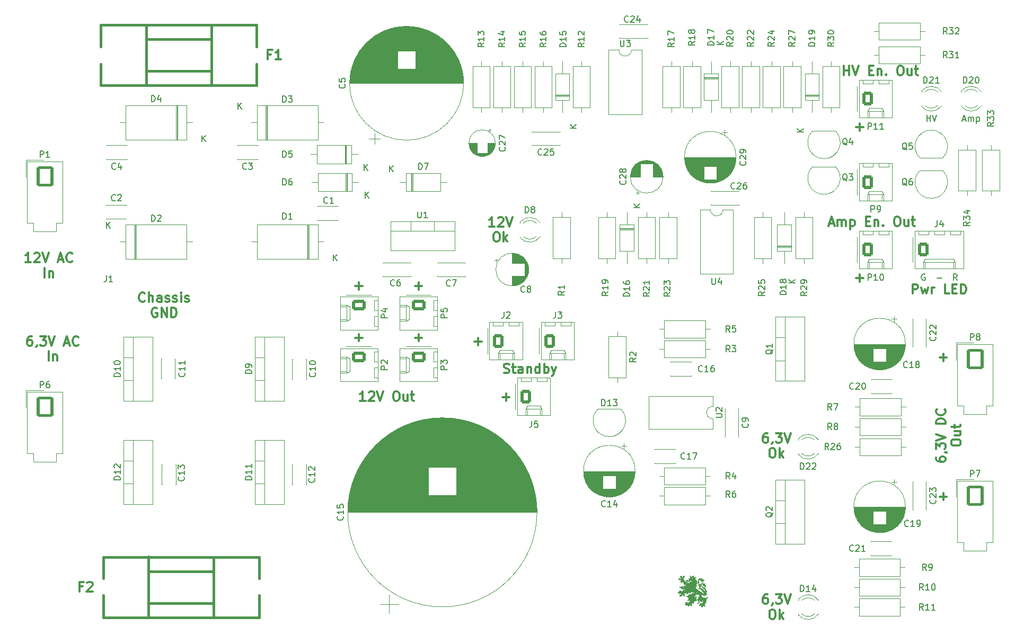
<source format=gbr>
G04 #@! TF.GenerationSoftware,KiCad,Pcbnew,8.0.5*
G04 #@! TF.CreationDate,2024-11-13T22:26:25+01:00*
G04 #@! TF.ProjectId,12V_6V3_Delay,3132565f-3656-4335-9f44-656c61792e6b,rev?*
G04 #@! TF.SameCoordinates,Original*
G04 #@! TF.FileFunction,Legend,Top*
G04 #@! TF.FilePolarity,Positive*
%FSLAX46Y46*%
G04 Gerber Fmt 4.6, Leading zero omitted, Abs format (unit mm)*
G04 Created by KiCad (PCBNEW 8.0.5) date 2024-11-13 22:26:25*
%MOMM*%
%LPD*%
G01*
G04 APERTURE LIST*
G04 Aperture macros list*
%AMRoundRect*
0 Rectangle with rounded corners*
0 $1 Rounding radius*
0 $2 $3 $4 $5 $6 $7 $8 $9 X,Y pos of 4 corners*
0 Add a 4 corners polygon primitive as box body*
4,1,4,$2,$3,$4,$5,$6,$7,$8,$9,$2,$3,0*
0 Add four circle primitives for the rounded corners*
1,1,$1+$1,$2,$3*
1,1,$1+$1,$4,$5*
1,1,$1+$1,$6,$7*
1,1,$1+$1,$8,$9*
0 Add four rect primitives between the rounded corners*
20,1,$1+$1,$2,$3,$4,$5,0*
20,1,$1+$1,$4,$5,$6,$7,0*
20,1,$1+$1,$6,$7,$8,$9,0*
20,1,$1+$1,$8,$9,$2,$3,0*%
G04 Aperture macros list end*
%ADD10C,0.200000*%
%ADD11C,0.300000*%
%ADD12C,0.304800*%
%ADD13C,0.150000*%
%ADD14C,0.381000*%
%ADD15C,0.120000*%
%ADD16C,0.010000*%
%ADD17C,2.600000*%
%ADD18C,3.500120*%
%ADD19R,2.400000X2.400000*%
%ADD20C,2.400000*%
%ADD21C,1.600000*%
%ADD22R,3.200000X3.200000*%
%ADD23O,3.200000X3.200000*%
%ADD24R,2.200000X2.200000*%
%ADD25O,2.200000X2.200000*%
%ADD26RoundRect,0.250001X-1.099999X-1.399999X1.099999X-1.399999X1.099999X1.399999X-1.099999X1.399999X0*%
%ADD27O,2.700000X3.300000*%
%ADD28O,1.600000X1.600000*%
%ADD29R,2.000000X1.905000*%
%ADD30O,2.000000X1.905000*%
%ADD31R,1.600000X1.600000*%
%ADD32R,1.800000X1.800000*%
%ADD33C,1.800000*%
%ADD34RoundRect,0.249999X-0.620001X-0.845001X0.620001X-0.845001X0.620001X0.845001X-0.620001X0.845001X0*%
%ADD35O,1.740000X2.190000*%
%ADD36R,1.050000X1.500000*%
%ADD37O,1.050000X1.500000*%
%ADD38R,2.000000X2.000000*%
%ADD39O,2.000000X2.000000*%
%ADD40R,1.905000X2.000000*%
%ADD41O,1.905000X2.000000*%
%ADD42RoundRect,0.249999X-0.845001X0.620001X-0.845001X-0.620001X0.845001X-0.620001X0.845001X0.620001X0*%
%ADD43O,2.190000X1.740000*%
%ADD44RoundRect,0.249999X-0.850001X0.620001X-0.850001X-0.620001X0.850001X-0.620001X0.850001X0.620001X0*%
%ADD45O,2.200000X1.740000*%
%ADD46C,3.500000*%
%ADD47RoundRect,0.250000X-0.620000X-0.845000X0.620000X-0.845000X0.620000X0.845000X-0.620000X0.845000X0*%
%ADD48C,0.800000*%
%ADD49C,6.400000*%
%ADD50R,1.200000X1.200000*%
%ADD51C,1.200000*%
%ADD52R,4.000000X4.000000*%
%ADD53C,4.000000*%
G04 APERTURE END LIST*
D10*
X206922857Y-55411504D02*
X207399047Y-55411504D01*
X206827619Y-55697219D02*
X207160952Y-54697219D01*
X207160952Y-54697219D02*
X207494285Y-55697219D01*
X207827619Y-55697219D02*
X207827619Y-55030552D01*
X207827619Y-55125790D02*
X207875238Y-55078171D01*
X207875238Y-55078171D02*
X207970476Y-55030552D01*
X207970476Y-55030552D02*
X208113333Y-55030552D01*
X208113333Y-55030552D02*
X208208571Y-55078171D01*
X208208571Y-55078171D02*
X208256190Y-55173409D01*
X208256190Y-55173409D02*
X208256190Y-55697219D01*
X208256190Y-55173409D02*
X208303809Y-55078171D01*
X208303809Y-55078171D02*
X208399047Y-55030552D01*
X208399047Y-55030552D02*
X208541904Y-55030552D01*
X208541904Y-55030552D02*
X208637143Y-55078171D01*
X208637143Y-55078171D02*
X208684762Y-55173409D01*
X208684762Y-55173409D02*
X208684762Y-55697219D01*
X209160952Y-55030552D02*
X209160952Y-56030552D01*
X209160952Y-55078171D02*
X209256190Y-55030552D01*
X209256190Y-55030552D02*
X209446666Y-55030552D01*
X209446666Y-55030552D02*
X209541904Y-55078171D01*
X209541904Y-55078171D02*
X209589523Y-55125790D01*
X209589523Y-55125790D02*
X209637142Y-55221028D01*
X209637142Y-55221028D02*
X209637142Y-55506742D01*
X209637142Y-55506742D02*
X209589523Y-55601980D01*
X209589523Y-55601980D02*
X209541904Y-55649600D01*
X209541904Y-55649600D02*
X209446666Y-55697219D01*
X209446666Y-55697219D02*
X209256190Y-55697219D01*
X209256190Y-55697219D02*
X209160952Y-55649600D01*
D11*
X185619285Y-72004757D02*
X186333571Y-72004757D01*
X185476428Y-72433328D02*
X185976428Y-70933328D01*
X185976428Y-70933328D02*
X186476428Y-72433328D01*
X186976427Y-72433328D02*
X186976427Y-71433328D01*
X186976427Y-71576185D02*
X187047856Y-71504757D01*
X187047856Y-71504757D02*
X187190713Y-71433328D01*
X187190713Y-71433328D02*
X187404999Y-71433328D01*
X187404999Y-71433328D02*
X187547856Y-71504757D01*
X187547856Y-71504757D02*
X187619285Y-71647614D01*
X187619285Y-71647614D02*
X187619285Y-72433328D01*
X187619285Y-71647614D02*
X187690713Y-71504757D01*
X187690713Y-71504757D02*
X187833570Y-71433328D01*
X187833570Y-71433328D02*
X188047856Y-71433328D01*
X188047856Y-71433328D02*
X188190713Y-71504757D01*
X188190713Y-71504757D02*
X188262142Y-71647614D01*
X188262142Y-71647614D02*
X188262142Y-72433328D01*
X188976427Y-71433328D02*
X188976427Y-72933328D01*
X188976427Y-71504757D02*
X189119285Y-71433328D01*
X189119285Y-71433328D02*
X189404999Y-71433328D01*
X189404999Y-71433328D02*
X189547856Y-71504757D01*
X189547856Y-71504757D02*
X189619285Y-71576185D01*
X189619285Y-71576185D02*
X189690713Y-71719042D01*
X189690713Y-71719042D02*
X189690713Y-72147614D01*
X189690713Y-72147614D02*
X189619285Y-72290471D01*
X189619285Y-72290471D02*
X189547856Y-72361900D01*
X189547856Y-72361900D02*
X189404999Y-72433328D01*
X189404999Y-72433328D02*
X189119285Y-72433328D01*
X189119285Y-72433328D02*
X188976427Y-72361900D01*
X191476427Y-71647614D02*
X191976427Y-71647614D01*
X192190713Y-72433328D02*
X191476427Y-72433328D01*
X191476427Y-72433328D02*
X191476427Y-70933328D01*
X191476427Y-70933328D02*
X192190713Y-70933328D01*
X192833570Y-71433328D02*
X192833570Y-72433328D01*
X192833570Y-71576185D02*
X192904999Y-71504757D01*
X192904999Y-71504757D02*
X193047856Y-71433328D01*
X193047856Y-71433328D02*
X193262142Y-71433328D01*
X193262142Y-71433328D02*
X193404999Y-71504757D01*
X193404999Y-71504757D02*
X193476428Y-71647614D01*
X193476428Y-71647614D02*
X193476428Y-72433328D01*
X194190713Y-72290471D02*
X194262142Y-72361900D01*
X194262142Y-72361900D02*
X194190713Y-72433328D01*
X194190713Y-72433328D02*
X194119285Y-72361900D01*
X194119285Y-72361900D02*
X194190713Y-72290471D01*
X194190713Y-72290471D02*
X194190713Y-72433328D01*
X196333571Y-70933328D02*
X196619285Y-70933328D01*
X196619285Y-70933328D02*
X196762142Y-71004757D01*
X196762142Y-71004757D02*
X196904999Y-71147614D01*
X196904999Y-71147614D02*
X196976428Y-71433328D01*
X196976428Y-71433328D02*
X196976428Y-71933328D01*
X196976428Y-71933328D02*
X196904999Y-72219042D01*
X196904999Y-72219042D02*
X196762142Y-72361900D01*
X196762142Y-72361900D02*
X196619285Y-72433328D01*
X196619285Y-72433328D02*
X196333571Y-72433328D01*
X196333571Y-72433328D02*
X196190714Y-72361900D01*
X196190714Y-72361900D02*
X196047856Y-72219042D01*
X196047856Y-72219042D02*
X195976428Y-71933328D01*
X195976428Y-71933328D02*
X195976428Y-71433328D01*
X195976428Y-71433328D02*
X196047856Y-71147614D01*
X196047856Y-71147614D02*
X196190714Y-71004757D01*
X196190714Y-71004757D02*
X196333571Y-70933328D01*
X198262143Y-71433328D02*
X198262143Y-72433328D01*
X197619285Y-71433328D02*
X197619285Y-72219042D01*
X197619285Y-72219042D02*
X197690714Y-72361900D01*
X197690714Y-72361900D02*
X197833571Y-72433328D01*
X197833571Y-72433328D02*
X198047857Y-72433328D01*
X198047857Y-72433328D02*
X198190714Y-72361900D01*
X198190714Y-72361900D02*
X198262143Y-72290471D01*
X198762143Y-71433328D02*
X199333571Y-71433328D01*
X198976428Y-70933328D02*
X198976428Y-72219042D01*
X198976428Y-72219042D02*
X199047857Y-72361900D01*
X199047857Y-72361900D02*
X199190714Y-72433328D01*
X199190714Y-72433328D02*
X199333571Y-72433328D01*
X187980570Y-48303328D02*
X187980570Y-46803328D01*
X187980570Y-47517614D02*
X188837713Y-47517614D01*
X188837713Y-48303328D02*
X188837713Y-46803328D01*
X189337714Y-46803328D02*
X189837714Y-48303328D01*
X189837714Y-48303328D02*
X190337714Y-46803328D01*
X191980570Y-47517614D02*
X192480570Y-47517614D01*
X192694856Y-48303328D02*
X191980570Y-48303328D01*
X191980570Y-48303328D02*
X191980570Y-46803328D01*
X191980570Y-46803328D02*
X192694856Y-46803328D01*
X193337713Y-47303328D02*
X193337713Y-48303328D01*
X193337713Y-47446185D02*
X193409142Y-47374757D01*
X193409142Y-47374757D02*
X193551999Y-47303328D01*
X193551999Y-47303328D02*
X193766285Y-47303328D01*
X193766285Y-47303328D02*
X193909142Y-47374757D01*
X193909142Y-47374757D02*
X193980571Y-47517614D01*
X193980571Y-47517614D02*
X193980571Y-48303328D01*
X194694856Y-48160471D02*
X194766285Y-48231900D01*
X194766285Y-48231900D02*
X194694856Y-48303328D01*
X194694856Y-48303328D02*
X194623428Y-48231900D01*
X194623428Y-48231900D02*
X194694856Y-48160471D01*
X194694856Y-48160471D02*
X194694856Y-48303328D01*
X196837714Y-46803328D02*
X197123428Y-46803328D01*
X197123428Y-46803328D02*
X197266285Y-46874757D01*
X197266285Y-46874757D02*
X197409142Y-47017614D01*
X197409142Y-47017614D02*
X197480571Y-47303328D01*
X197480571Y-47303328D02*
X197480571Y-47803328D01*
X197480571Y-47803328D02*
X197409142Y-48089042D01*
X197409142Y-48089042D02*
X197266285Y-48231900D01*
X197266285Y-48231900D02*
X197123428Y-48303328D01*
X197123428Y-48303328D02*
X196837714Y-48303328D01*
X196837714Y-48303328D02*
X196694857Y-48231900D01*
X196694857Y-48231900D02*
X196551999Y-48089042D01*
X196551999Y-48089042D02*
X196480571Y-47803328D01*
X196480571Y-47803328D02*
X196480571Y-47303328D01*
X196480571Y-47303328D02*
X196551999Y-47017614D01*
X196551999Y-47017614D02*
X196694857Y-46874757D01*
X196694857Y-46874757D02*
X196837714Y-46803328D01*
X198766286Y-47303328D02*
X198766286Y-48303328D01*
X198123428Y-47303328D02*
X198123428Y-48089042D01*
X198123428Y-48089042D02*
X198194857Y-48231900D01*
X198194857Y-48231900D02*
X198337714Y-48303328D01*
X198337714Y-48303328D02*
X198552000Y-48303328D01*
X198552000Y-48303328D02*
X198694857Y-48231900D01*
X198694857Y-48231900D02*
X198766286Y-48160471D01*
X199266286Y-47303328D02*
X199837714Y-47303328D01*
X199480571Y-46803328D02*
X199480571Y-48089042D01*
X199480571Y-48089042D02*
X199552000Y-48231900D01*
X199552000Y-48231900D02*
X199694857Y-48303328D01*
X199694857Y-48303328D02*
X199837714Y-48303328D01*
X132167429Y-72495870D02*
X131310286Y-72495870D01*
X131738857Y-72495870D02*
X131738857Y-70995870D01*
X131738857Y-70995870D02*
X131596000Y-71210156D01*
X131596000Y-71210156D02*
X131453143Y-71353013D01*
X131453143Y-71353013D02*
X131310286Y-71424442D01*
X132738857Y-71138727D02*
X132810285Y-71067299D01*
X132810285Y-71067299D02*
X132953143Y-70995870D01*
X132953143Y-70995870D02*
X133310285Y-70995870D01*
X133310285Y-70995870D02*
X133453143Y-71067299D01*
X133453143Y-71067299D02*
X133524571Y-71138727D01*
X133524571Y-71138727D02*
X133596000Y-71281584D01*
X133596000Y-71281584D02*
X133596000Y-71424442D01*
X133596000Y-71424442D02*
X133524571Y-71638727D01*
X133524571Y-71638727D02*
X132667428Y-72495870D01*
X132667428Y-72495870D02*
X133596000Y-72495870D01*
X134024571Y-70995870D02*
X134524571Y-72495870D01*
X134524571Y-72495870D02*
X135024571Y-70995870D01*
X132346000Y-73410786D02*
X132631714Y-73410786D01*
X132631714Y-73410786D02*
X132774571Y-73482215D01*
X132774571Y-73482215D02*
X132917428Y-73625072D01*
X132917428Y-73625072D02*
X132988857Y-73910786D01*
X132988857Y-73910786D02*
X132988857Y-74410786D01*
X132988857Y-74410786D02*
X132917428Y-74696500D01*
X132917428Y-74696500D02*
X132774571Y-74839358D01*
X132774571Y-74839358D02*
X132631714Y-74910786D01*
X132631714Y-74910786D02*
X132346000Y-74910786D01*
X132346000Y-74910786D02*
X132203143Y-74839358D01*
X132203143Y-74839358D02*
X132060285Y-74696500D01*
X132060285Y-74696500D02*
X131988857Y-74410786D01*
X131988857Y-74410786D02*
X131988857Y-73910786D01*
X131988857Y-73910786D02*
X132060285Y-73625072D01*
X132060285Y-73625072D02*
X132203143Y-73482215D01*
X132203143Y-73482215D02*
X132346000Y-73410786D01*
X133631714Y-74910786D02*
X133631714Y-73410786D01*
X133774572Y-74339358D02*
X134203143Y-74910786D01*
X134203143Y-73910786D02*
X133631714Y-74482215D01*
X203263571Y-115676900D02*
X204406429Y-115676900D01*
X203835000Y-116248328D02*
X203835000Y-115105471D01*
X203263571Y-93451900D02*
X204406429Y-93451900D01*
X203835000Y-94023328D02*
X203835000Y-92880471D01*
X189928571Y-80751900D02*
X191071429Y-80751900D01*
X190500000Y-81323328D02*
X190500000Y-80180471D01*
X189928571Y-56621900D02*
X191071429Y-56621900D01*
X190500000Y-57193328D02*
X190500000Y-56050471D01*
X111542143Y-100373328D02*
X110685000Y-100373328D01*
X111113571Y-100373328D02*
X111113571Y-98873328D01*
X111113571Y-98873328D02*
X110970714Y-99087614D01*
X110970714Y-99087614D02*
X110827857Y-99230471D01*
X110827857Y-99230471D02*
X110685000Y-99301900D01*
X112113571Y-99016185D02*
X112184999Y-98944757D01*
X112184999Y-98944757D02*
X112327857Y-98873328D01*
X112327857Y-98873328D02*
X112684999Y-98873328D01*
X112684999Y-98873328D02*
X112827857Y-98944757D01*
X112827857Y-98944757D02*
X112899285Y-99016185D01*
X112899285Y-99016185D02*
X112970714Y-99159042D01*
X112970714Y-99159042D02*
X112970714Y-99301900D01*
X112970714Y-99301900D02*
X112899285Y-99516185D01*
X112899285Y-99516185D02*
X112042142Y-100373328D01*
X112042142Y-100373328D02*
X112970714Y-100373328D01*
X113399285Y-98873328D02*
X113899285Y-100373328D01*
X113899285Y-100373328D02*
X114399285Y-98873328D01*
X116327856Y-98873328D02*
X116613570Y-98873328D01*
X116613570Y-98873328D02*
X116756427Y-98944757D01*
X116756427Y-98944757D02*
X116899284Y-99087614D01*
X116899284Y-99087614D02*
X116970713Y-99373328D01*
X116970713Y-99373328D02*
X116970713Y-99873328D01*
X116970713Y-99873328D02*
X116899284Y-100159042D01*
X116899284Y-100159042D02*
X116756427Y-100301900D01*
X116756427Y-100301900D02*
X116613570Y-100373328D01*
X116613570Y-100373328D02*
X116327856Y-100373328D01*
X116327856Y-100373328D02*
X116184999Y-100301900D01*
X116184999Y-100301900D02*
X116042141Y-100159042D01*
X116042141Y-100159042D02*
X115970713Y-99873328D01*
X115970713Y-99873328D02*
X115970713Y-99373328D01*
X115970713Y-99373328D02*
X116042141Y-99087614D01*
X116042141Y-99087614D02*
X116184999Y-98944757D01*
X116184999Y-98944757D02*
X116327856Y-98873328D01*
X118256428Y-99373328D02*
X118256428Y-100373328D01*
X117613570Y-99373328D02*
X117613570Y-100159042D01*
X117613570Y-100159042D02*
X117684999Y-100301900D01*
X117684999Y-100301900D02*
X117827856Y-100373328D01*
X117827856Y-100373328D02*
X118042142Y-100373328D01*
X118042142Y-100373328D02*
X118184999Y-100301900D01*
X118184999Y-100301900D02*
X118256428Y-100230471D01*
X118756428Y-99373328D02*
X119327856Y-99373328D01*
X118970713Y-98873328D02*
X118970713Y-100159042D01*
X118970713Y-100159042D02*
X119042142Y-100301900D01*
X119042142Y-100301900D02*
X119184999Y-100373328D01*
X119184999Y-100373328D02*
X119327856Y-100373328D01*
X109918571Y-82021900D02*
X111061429Y-82021900D01*
X110490000Y-82593328D02*
X110490000Y-81450471D01*
X119443571Y-82021900D02*
X120586429Y-82021900D01*
X120015000Y-82593328D02*
X120015000Y-81450471D01*
X109918571Y-90276900D02*
X111061429Y-90276900D01*
X110490000Y-90848328D02*
X110490000Y-89705471D01*
X119443571Y-90276900D02*
X120586429Y-90276900D01*
X120015000Y-90848328D02*
X120015000Y-89705471D01*
X198949999Y-83228328D02*
X198949999Y-81728328D01*
X198949999Y-81728328D02*
X199521428Y-81728328D01*
X199521428Y-81728328D02*
X199664285Y-81799757D01*
X199664285Y-81799757D02*
X199735714Y-81871185D01*
X199735714Y-81871185D02*
X199807142Y-82014042D01*
X199807142Y-82014042D02*
X199807142Y-82228328D01*
X199807142Y-82228328D02*
X199735714Y-82371185D01*
X199735714Y-82371185D02*
X199664285Y-82442614D01*
X199664285Y-82442614D02*
X199521428Y-82514042D01*
X199521428Y-82514042D02*
X198949999Y-82514042D01*
X200307142Y-82228328D02*
X200592857Y-83228328D01*
X200592857Y-83228328D02*
X200878571Y-82514042D01*
X200878571Y-82514042D02*
X201164285Y-83228328D01*
X201164285Y-83228328D02*
X201449999Y-82228328D01*
X202021428Y-83228328D02*
X202021428Y-82228328D01*
X202021428Y-82514042D02*
X202092857Y-82371185D01*
X202092857Y-82371185D02*
X202164286Y-82299757D01*
X202164286Y-82299757D02*
X202307143Y-82228328D01*
X202307143Y-82228328D02*
X202450000Y-82228328D01*
X204807142Y-83228328D02*
X204092856Y-83228328D01*
X204092856Y-83228328D02*
X204092856Y-81728328D01*
X205307142Y-82442614D02*
X205807142Y-82442614D01*
X206021428Y-83228328D02*
X205307142Y-83228328D01*
X205307142Y-83228328D02*
X205307142Y-81728328D01*
X205307142Y-81728328D02*
X206021428Y-81728328D01*
X206664285Y-83228328D02*
X206664285Y-81728328D01*
X206664285Y-81728328D02*
X207021428Y-81728328D01*
X207021428Y-81728328D02*
X207235714Y-81799757D01*
X207235714Y-81799757D02*
X207378571Y-81942614D01*
X207378571Y-81942614D02*
X207450000Y-82085471D01*
X207450000Y-82085471D02*
X207521428Y-82371185D01*
X207521428Y-82371185D02*
X207521428Y-82585471D01*
X207521428Y-82585471D02*
X207450000Y-82871185D01*
X207450000Y-82871185D02*
X207378571Y-83014042D01*
X207378571Y-83014042D02*
X207235714Y-83156900D01*
X207235714Y-83156900D02*
X207021428Y-83228328D01*
X207021428Y-83228328D02*
X206664285Y-83228328D01*
X133652143Y-95856900D02*
X133866429Y-95928328D01*
X133866429Y-95928328D02*
X134223571Y-95928328D01*
X134223571Y-95928328D02*
X134366429Y-95856900D01*
X134366429Y-95856900D02*
X134437857Y-95785471D01*
X134437857Y-95785471D02*
X134509286Y-95642614D01*
X134509286Y-95642614D02*
X134509286Y-95499757D01*
X134509286Y-95499757D02*
X134437857Y-95356900D01*
X134437857Y-95356900D02*
X134366429Y-95285471D01*
X134366429Y-95285471D02*
X134223571Y-95214042D01*
X134223571Y-95214042D02*
X133937857Y-95142614D01*
X133937857Y-95142614D02*
X133795000Y-95071185D01*
X133795000Y-95071185D02*
X133723571Y-94999757D01*
X133723571Y-94999757D02*
X133652143Y-94856900D01*
X133652143Y-94856900D02*
X133652143Y-94714042D01*
X133652143Y-94714042D02*
X133723571Y-94571185D01*
X133723571Y-94571185D02*
X133795000Y-94499757D01*
X133795000Y-94499757D02*
X133937857Y-94428328D01*
X133937857Y-94428328D02*
X134295000Y-94428328D01*
X134295000Y-94428328D02*
X134509286Y-94499757D01*
X134937857Y-94928328D02*
X135509285Y-94928328D01*
X135152142Y-94428328D02*
X135152142Y-95714042D01*
X135152142Y-95714042D02*
X135223571Y-95856900D01*
X135223571Y-95856900D02*
X135366428Y-95928328D01*
X135366428Y-95928328D02*
X135509285Y-95928328D01*
X136652143Y-95928328D02*
X136652143Y-95142614D01*
X136652143Y-95142614D02*
X136580714Y-94999757D01*
X136580714Y-94999757D02*
X136437857Y-94928328D01*
X136437857Y-94928328D02*
X136152143Y-94928328D01*
X136152143Y-94928328D02*
X136009285Y-94999757D01*
X136652143Y-95856900D02*
X136509285Y-95928328D01*
X136509285Y-95928328D02*
X136152143Y-95928328D01*
X136152143Y-95928328D02*
X136009285Y-95856900D01*
X136009285Y-95856900D02*
X135937857Y-95714042D01*
X135937857Y-95714042D02*
X135937857Y-95571185D01*
X135937857Y-95571185D02*
X136009285Y-95428328D01*
X136009285Y-95428328D02*
X136152143Y-95356900D01*
X136152143Y-95356900D02*
X136509285Y-95356900D01*
X136509285Y-95356900D02*
X136652143Y-95285471D01*
X137366428Y-94928328D02*
X137366428Y-95928328D01*
X137366428Y-95071185D02*
X137437857Y-94999757D01*
X137437857Y-94999757D02*
X137580714Y-94928328D01*
X137580714Y-94928328D02*
X137795000Y-94928328D01*
X137795000Y-94928328D02*
X137937857Y-94999757D01*
X137937857Y-94999757D02*
X138009286Y-95142614D01*
X138009286Y-95142614D02*
X138009286Y-95928328D01*
X139366429Y-95928328D02*
X139366429Y-94428328D01*
X139366429Y-95856900D02*
X139223571Y-95928328D01*
X139223571Y-95928328D02*
X138937857Y-95928328D01*
X138937857Y-95928328D02*
X138795000Y-95856900D01*
X138795000Y-95856900D02*
X138723571Y-95785471D01*
X138723571Y-95785471D02*
X138652143Y-95642614D01*
X138652143Y-95642614D02*
X138652143Y-95214042D01*
X138652143Y-95214042D02*
X138723571Y-95071185D01*
X138723571Y-95071185D02*
X138795000Y-94999757D01*
X138795000Y-94999757D02*
X138937857Y-94928328D01*
X138937857Y-94928328D02*
X139223571Y-94928328D01*
X139223571Y-94928328D02*
X139366429Y-94999757D01*
X140080714Y-95928328D02*
X140080714Y-94428328D01*
X140080714Y-94999757D02*
X140223572Y-94928328D01*
X140223572Y-94928328D02*
X140509286Y-94928328D01*
X140509286Y-94928328D02*
X140652143Y-94999757D01*
X140652143Y-94999757D02*
X140723572Y-95071185D01*
X140723572Y-95071185D02*
X140795000Y-95214042D01*
X140795000Y-95214042D02*
X140795000Y-95642614D01*
X140795000Y-95642614D02*
X140723572Y-95785471D01*
X140723572Y-95785471D02*
X140652143Y-95856900D01*
X140652143Y-95856900D02*
X140509286Y-95928328D01*
X140509286Y-95928328D02*
X140223572Y-95928328D01*
X140223572Y-95928328D02*
X140080714Y-95856900D01*
X141295000Y-94928328D02*
X141652143Y-95928328D01*
X142009286Y-94928328D02*
X141652143Y-95928328D01*
X141652143Y-95928328D02*
X141509286Y-96285471D01*
X141509286Y-96285471D02*
X141437857Y-96356900D01*
X141437857Y-96356900D02*
X141295000Y-96428328D01*
X76303570Y-84418013D02*
X76232142Y-84489442D01*
X76232142Y-84489442D02*
X76017856Y-84560870D01*
X76017856Y-84560870D02*
X75874999Y-84560870D01*
X75874999Y-84560870D02*
X75660713Y-84489442D01*
X75660713Y-84489442D02*
X75517856Y-84346584D01*
X75517856Y-84346584D02*
X75446427Y-84203727D01*
X75446427Y-84203727D02*
X75374999Y-83918013D01*
X75374999Y-83918013D02*
X75374999Y-83703727D01*
X75374999Y-83703727D02*
X75446427Y-83418013D01*
X75446427Y-83418013D02*
X75517856Y-83275156D01*
X75517856Y-83275156D02*
X75660713Y-83132299D01*
X75660713Y-83132299D02*
X75874999Y-83060870D01*
X75874999Y-83060870D02*
X76017856Y-83060870D01*
X76017856Y-83060870D02*
X76232142Y-83132299D01*
X76232142Y-83132299D02*
X76303570Y-83203727D01*
X76946427Y-84560870D02*
X76946427Y-83060870D01*
X77589285Y-84560870D02*
X77589285Y-83775156D01*
X77589285Y-83775156D02*
X77517856Y-83632299D01*
X77517856Y-83632299D02*
X77374999Y-83560870D01*
X77374999Y-83560870D02*
X77160713Y-83560870D01*
X77160713Y-83560870D02*
X77017856Y-83632299D01*
X77017856Y-83632299D02*
X76946427Y-83703727D01*
X78946428Y-84560870D02*
X78946428Y-83775156D01*
X78946428Y-83775156D02*
X78874999Y-83632299D01*
X78874999Y-83632299D02*
X78732142Y-83560870D01*
X78732142Y-83560870D02*
X78446428Y-83560870D01*
X78446428Y-83560870D02*
X78303570Y-83632299D01*
X78946428Y-84489442D02*
X78803570Y-84560870D01*
X78803570Y-84560870D02*
X78446428Y-84560870D01*
X78446428Y-84560870D02*
X78303570Y-84489442D01*
X78303570Y-84489442D02*
X78232142Y-84346584D01*
X78232142Y-84346584D02*
X78232142Y-84203727D01*
X78232142Y-84203727D02*
X78303570Y-84060870D01*
X78303570Y-84060870D02*
X78446428Y-83989442D01*
X78446428Y-83989442D02*
X78803570Y-83989442D01*
X78803570Y-83989442D02*
X78946428Y-83918013D01*
X79589285Y-84489442D02*
X79732142Y-84560870D01*
X79732142Y-84560870D02*
X80017856Y-84560870D01*
X80017856Y-84560870D02*
X80160713Y-84489442D01*
X80160713Y-84489442D02*
X80232142Y-84346584D01*
X80232142Y-84346584D02*
X80232142Y-84275156D01*
X80232142Y-84275156D02*
X80160713Y-84132299D01*
X80160713Y-84132299D02*
X80017856Y-84060870D01*
X80017856Y-84060870D02*
X79803571Y-84060870D01*
X79803571Y-84060870D02*
X79660713Y-83989442D01*
X79660713Y-83989442D02*
X79589285Y-83846584D01*
X79589285Y-83846584D02*
X79589285Y-83775156D01*
X79589285Y-83775156D02*
X79660713Y-83632299D01*
X79660713Y-83632299D02*
X79803571Y-83560870D01*
X79803571Y-83560870D02*
X80017856Y-83560870D01*
X80017856Y-83560870D02*
X80160713Y-83632299D01*
X80803571Y-84489442D02*
X80946428Y-84560870D01*
X80946428Y-84560870D02*
X81232142Y-84560870D01*
X81232142Y-84560870D02*
X81374999Y-84489442D01*
X81374999Y-84489442D02*
X81446428Y-84346584D01*
X81446428Y-84346584D02*
X81446428Y-84275156D01*
X81446428Y-84275156D02*
X81374999Y-84132299D01*
X81374999Y-84132299D02*
X81232142Y-84060870D01*
X81232142Y-84060870D02*
X81017857Y-84060870D01*
X81017857Y-84060870D02*
X80874999Y-83989442D01*
X80874999Y-83989442D02*
X80803571Y-83846584D01*
X80803571Y-83846584D02*
X80803571Y-83775156D01*
X80803571Y-83775156D02*
X80874999Y-83632299D01*
X80874999Y-83632299D02*
X81017857Y-83560870D01*
X81017857Y-83560870D02*
X81232142Y-83560870D01*
X81232142Y-83560870D02*
X81374999Y-83632299D01*
X82089285Y-84560870D02*
X82089285Y-83560870D01*
X82089285Y-83060870D02*
X82017857Y-83132299D01*
X82017857Y-83132299D02*
X82089285Y-83203727D01*
X82089285Y-83203727D02*
X82160714Y-83132299D01*
X82160714Y-83132299D02*
X82089285Y-83060870D01*
X82089285Y-83060870D02*
X82089285Y-83203727D01*
X82732143Y-84489442D02*
X82875000Y-84560870D01*
X82875000Y-84560870D02*
X83160714Y-84560870D01*
X83160714Y-84560870D02*
X83303571Y-84489442D01*
X83303571Y-84489442D02*
X83375000Y-84346584D01*
X83375000Y-84346584D02*
X83375000Y-84275156D01*
X83375000Y-84275156D02*
X83303571Y-84132299D01*
X83303571Y-84132299D02*
X83160714Y-84060870D01*
X83160714Y-84060870D02*
X82946429Y-84060870D01*
X82946429Y-84060870D02*
X82803571Y-83989442D01*
X82803571Y-83989442D02*
X82732143Y-83846584D01*
X82732143Y-83846584D02*
X82732143Y-83775156D01*
X82732143Y-83775156D02*
X82803571Y-83632299D01*
X82803571Y-83632299D02*
X82946429Y-83560870D01*
X82946429Y-83560870D02*
X83160714Y-83560870D01*
X83160714Y-83560870D02*
X83303571Y-83632299D01*
X78232143Y-85547215D02*
X78089286Y-85475786D01*
X78089286Y-85475786D02*
X77875000Y-85475786D01*
X77875000Y-85475786D02*
X77660714Y-85547215D01*
X77660714Y-85547215D02*
X77517857Y-85690072D01*
X77517857Y-85690072D02*
X77446428Y-85832929D01*
X77446428Y-85832929D02*
X77375000Y-86118643D01*
X77375000Y-86118643D02*
X77375000Y-86332929D01*
X77375000Y-86332929D02*
X77446428Y-86618643D01*
X77446428Y-86618643D02*
X77517857Y-86761500D01*
X77517857Y-86761500D02*
X77660714Y-86904358D01*
X77660714Y-86904358D02*
X77875000Y-86975786D01*
X77875000Y-86975786D02*
X78017857Y-86975786D01*
X78017857Y-86975786D02*
X78232143Y-86904358D01*
X78232143Y-86904358D02*
X78303571Y-86832929D01*
X78303571Y-86832929D02*
X78303571Y-86332929D01*
X78303571Y-86332929D02*
X78017857Y-86332929D01*
X78946428Y-86975786D02*
X78946428Y-85475786D01*
X78946428Y-85475786D02*
X79803571Y-86975786D01*
X79803571Y-86975786D02*
X79803571Y-85475786D01*
X80517857Y-86975786D02*
X80517857Y-85475786D01*
X80517857Y-85475786D02*
X80875000Y-85475786D01*
X80875000Y-85475786D02*
X81089286Y-85547215D01*
X81089286Y-85547215D02*
X81232143Y-85690072D01*
X81232143Y-85690072D02*
X81303572Y-85832929D01*
X81303572Y-85832929D02*
X81375000Y-86118643D01*
X81375000Y-86118643D02*
X81375000Y-86332929D01*
X81375000Y-86332929D02*
X81303572Y-86618643D01*
X81303572Y-86618643D02*
X81232143Y-86761500D01*
X81232143Y-86761500D02*
X81089286Y-86904358D01*
X81089286Y-86904358D02*
X80875000Y-86975786D01*
X80875000Y-86975786D02*
X80517857Y-86975786D01*
X58202144Y-90045870D02*
X57916429Y-90045870D01*
X57916429Y-90045870D02*
X57773572Y-90117299D01*
X57773572Y-90117299D02*
X57702144Y-90188727D01*
X57702144Y-90188727D02*
X57559286Y-90403013D01*
X57559286Y-90403013D02*
X57487858Y-90688727D01*
X57487858Y-90688727D02*
X57487858Y-91260156D01*
X57487858Y-91260156D02*
X57559286Y-91403013D01*
X57559286Y-91403013D02*
X57630715Y-91474442D01*
X57630715Y-91474442D02*
X57773572Y-91545870D01*
X57773572Y-91545870D02*
X58059286Y-91545870D01*
X58059286Y-91545870D02*
X58202144Y-91474442D01*
X58202144Y-91474442D02*
X58273572Y-91403013D01*
X58273572Y-91403013D02*
X58345001Y-91260156D01*
X58345001Y-91260156D02*
X58345001Y-90903013D01*
X58345001Y-90903013D02*
X58273572Y-90760156D01*
X58273572Y-90760156D02*
X58202144Y-90688727D01*
X58202144Y-90688727D02*
X58059286Y-90617299D01*
X58059286Y-90617299D02*
X57773572Y-90617299D01*
X57773572Y-90617299D02*
X57630715Y-90688727D01*
X57630715Y-90688727D02*
X57559286Y-90760156D01*
X57559286Y-90760156D02*
X57487858Y-90903013D01*
X59059286Y-91474442D02*
X59059286Y-91545870D01*
X59059286Y-91545870D02*
X58987857Y-91688727D01*
X58987857Y-91688727D02*
X58916429Y-91760156D01*
X59559286Y-90045870D02*
X60487858Y-90045870D01*
X60487858Y-90045870D02*
X59987858Y-90617299D01*
X59987858Y-90617299D02*
X60202143Y-90617299D01*
X60202143Y-90617299D02*
X60345001Y-90688727D01*
X60345001Y-90688727D02*
X60416429Y-90760156D01*
X60416429Y-90760156D02*
X60487858Y-90903013D01*
X60487858Y-90903013D02*
X60487858Y-91260156D01*
X60487858Y-91260156D02*
X60416429Y-91403013D01*
X60416429Y-91403013D02*
X60345001Y-91474442D01*
X60345001Y-91474442D02*
X60202143Y-91545870D01*
X60202143Y-91545870D02*
X59773572Y-91545870D01*
X59773572Y-91545870D02*
X59630715Y-91474442D01*
X59630715Y-91474442D02*
X59559286Y-91403013D01*
X60916429Y-90045870D02*
X61416429Y-91545870D01*
X61416429Y-91545870D02*
X61916429Y-90045870D01*
X63487857Y-91117299D02*
X64202143Y-91117299D01*
X63345000Y-91545870D02*
X63845000Y-90045870D01*
X63845000Y-90045870D02*
X64345000Y-91545870D01*
X65702142Y-91403013D02*
X65630714Y-91474442D01*
X65630714Y-91474442D02*
X65416428Y-91545870D01*
X65416428Y-91545870D02*
X65273571Y-91545870D01*
X65273571Y-91545870D02*
X65059285Y-91474442D01*
X65059285Y-91474442D02*
X64916428Y-91331584D01*
X64916428Y-91331584D02*
X64844999Y-91188727D01*
X64844999Y-91188727D02*
X64773571Y-90903013D01*
X64773571Y-90903013D02*
X64773571Y-90688727D01*
X64773571Y-90688727D02*
X64844999Y-90403013D01*
X64844999Y-90403013D02*
X64916428Y-90260156D01*
X64916428Y-90260156D02*
X65059285Y-90117299D01*
X65059285Y-90117299D02*
X65273571Y-90045870D01*
X65273571Y-90045870D02*
X65416428Y-90045870D01*
X65416428Y-90045870D02*
X65630714Y-90117299D01*
X65630714Y-90117299D02*
X65702142Y-90188727D01*
X60916428Y-93960786D02*
X60916428Y-92460786D01*
X61630714Y-92960786D02*
X61630714Y-93960786D01*
X61630714Y-93103643D02*
X61702143Y-93032215D01*
X61702143Y-93032215D02*
X61845000Y-92960786D01*
X61845000Y-92960786D02*
X62059286Y-92960786D01*
X62059286Y-92960786D02*
X62202143Y-93032215D01*
X62202143Y-93032215D02*
X62273572Y-93175072D01*
X62273572Y-93175072D02*
X62273572Y-93960786D01*
X133413571Y-99801900D02*
X134556429Y-99801900D01*
X133985000Y-100373328D02*
X133985000Y-99230471D01*
D10*
X201215714Y-55697219D02*
X201215714Y-54697219D01*
X201215714Y-55173409D02*
X201787142Y-55173409D01*
X201787142Y-55697219D02*
X201787142Y-54697219D01*
X202120476Y-54697219D02*
X202453809Y-55697219D01*
X202453809Y-55697219D02*
X202787142Y-54697219D01*
D11*
X202694870Y-109417999D02*
X202694870Y-109703713D01*
X202694870Y-109703713D02*
X202766299Y-109846570D01*
X202766299Y-109846570D02*
X202837727Y-109917999D01*
X202837727Y-109917999D02*
X203052013Y-110060856D01*
X203052013Y-110060856D02*
X203337727Y-110132284D01*
X203337727Y-110132284D02*
X203909156Y-110132284D01*
X203909156Y-110132284D02*
X204052013Y-110060856D01*
X204052013Y-110060856D02*
X204123442Y-109989427D01*
X204123442Y-109989427D02*
X204194870Y-109846570D01*
X204194870Y-109846570D02*
X204194870Y-109560856D01*
X204194870Y-109560856D02*
X204123442Y-109417999D01*
X204123442Y-109417999D02*
X204052013Y-109346570D01*
X204052013Y-109346570D02*
X203909156Y-109275141D01*
X203909156Y-109275141D02*
X203552013Y-109275141D01*
X203552013Y-109275141D02*
X203409156Y-109346570D01*
X203409156Y-109346570D02*
X203337727Y-109417999D01*
X203337727Y-109417999D02*
X203266299Y-109560856D01*
X203266299Y-109560856D02*
X203266299Y-109846570D01*
X203266299Y-109846570D02*
X203337727Y-109989427D01*
X203337727Y-109989427D02*
X203409156Y-110060856D01*
X203409156Y-110060856D02*
X203552013Y-110132284D01*
X204123442Y-108560856D02*
X204194870Y-108560856D01*
X204194870Y-108560856D02*
X204337727Y-108632285D01*
X204337727Y-108632285D02*
X204409156Y-108703713D01*
X202694870Y-108060856D02*
X202694870Y-107132284D01*
X202694870Y-107132284D02*
X203266299Y-107632284D01*
X203266299Y-107632284D02*
X203266299Y-107417999D01*
X203266299Y-107417999D02*
X203337727Y-107275142D01*
X203337727Y-107275142D02*
X203409156Y-107203713D01*
X203409156Y-107203713D02*
X203552013Y-107132284D01*
X203552013Y-107132284D02*
X203909156Y-107132284D01*
X203909156Y-107132284D02*
X204052013Y-107203713D01*
X204052013Y-107203713D02*
X204123442Y-107275142D01*
X204123442Y-107275142D02*
X204194870Y-107417999D01*
X204194870Y-107417999D02*
X204194870Y-107846570D01*
X204194870Y-107846570D02*
X204123442Y-107989427D01*
X204123442Y-107989427D02*
X204052013Y-108060856D01*
X202694870Y-106703713D02*
X204194870Y-106203713D01*
X204194870Y-106203713D02*
X202694870Y-105703713D01*
X204194870Y-104060857D02*
X202694870Y-104060857D01*
X202694870Y-104060857D02*
X202694870Y-103703714D01*
X202694870Y-103703714D02*
X202766299Y-103489428D01*
X202766299Y-103489428D02*
X202909156Y-103346571D01*
X202909156Y-103346571D02*
X203052013Y-103275142D01*
X203052013Y-103275142D02*
X203337727Y-103203714D01*
X203337727Y-103203714D02*
X203552013Y-103203714D01*
X203552013Y-103203714D02*
X203837727Y-103275142D01*
X203837727Y-103275142D02*
X203980584Y-103346571D01*
X203980584Y-103346571D02*
X204123442Y-103489428D01*
X204123442Y-103489428D02*
X204194870Y-103703714D01*
X204194870Y-103703714D02*
X204194870Y-104060857D01*
X204052013Y-101703714D02*
X204123442Y-101775142D01*
X204123442Y-101775142D02*
X204194870Y-101989428D01*
X204194870Y-101989428D02*
X204194870Y-102132285D01*
X204194870Y-102132285D02*
X204123442Y-102346571D01*
X204123442Y-102346571D02*
X203980584Y-102489428D01*
X203980584Y-102489428D02*
X203837727Y-102560857D01*
X203837727Y-102560857D02*
X203552013Y-102632285D01*
X203552013Y-102632285D02*
X203337727Y-102632285D01*
X203337727Y-102632285D02*
X203052013Y-102560857D01*
X203052013Y-102560857D02*
X202909156Y-102489428D01*
X202909156Y-102489428D02*
X202766299Y-102346571D01*
X202766299Y-102346571D02*
X202694870Y-102132285D01*
X202694870Y-102132285D02*
X202694870Y-101989428D01*
X202694870Y-101989428D02*
X202766299Y-101775142D01*
X202766299Y-101775142D02*
X202837727Y-101703714D01*
X205109786Y-107167999D02*
X205109786Y-106882285D01*
X205109786Y-106882285D02*
X205181215Y-106739428D01*
X205181215Y-106739428D02*
X205324072Y-106596571D01*
X205324072Y-106596571D02*
X205609786Y-106525142D01*
X205609786Y-106525142D02*
X206109786Y-106525142D01*
X206109786Y-106525142D02*
X206395500Y-106596571D01*
X206395500Y-106596571D02*
X206538358Y-106739428D01*
X206538358Y-106739428D02*
X206609786Y-106882285D01*
X206609786Y-106882285D02*
X206609786Y-107167999D01*
X206609786Y-107167999D02*
X206538358Y-107310857D01*
X206538358Y-107310857D02*
X206395500Y-107453714D01*
X206395500Y-107453714D02*
X206109786Y-107525142D01*
X206109786Y-107525142D02*
X205609786Y-107525142D01*
X205609786Y-107525142D02*
X205324072Y-107453714D01*
X205324072Y-107453714D02*
X205181215Y-107310857D01*
X205181215Y-107310857D02*
X205109786Y-107167999D01*
X205609786Y-105239428D02*
X206609786Y-105239428D01*
X205609786Y-105882285D02*
X206395500Y-105882285D01*
X206395500Y-105882285D02*
X206538358Y-105810856D01*
X206538358Y-105810856D02*
X206609786Y-105667999D01*
X206609786Y-105667999D02*
X206609786Y-105453713D01*
X206609786Y-105453713D02*
X206538358Y-105310856D01*
X206538358Y-105310856D02*
X206466929Y-105239428D01*
X205609786Y-104739427D02*
X205609786Y-104167999D01*
X205109786Y-104525142D02*
X206395500Y-104525142D01*
X206395500Y-104525142D02*
X206538358Y-104453713D01*
X206538358Y-104453713D02*
X206609786Y-104310856D01*
X206609786Y-104310856D02*
X206609786Y-104167999D01*
X58067144Y-78210870D02*
X57210001Y-78210870D01*
X57638572Y-78210870D02*
X57638572Y-76710870D01*
X57638572Y-76710870D02*
X57495715Y-76925156D01*
X57495715Y-76925156D02*
X57352858Y-77068013D01*
X57352858Y-77068013D02*
X57210001Y-77139442D01*
X58638572Y-76853727D02*
X58710000Y-76782299D01*
X58710000Y-76782299D02*
X58852858Y-76710870D01*
X58852858Y-76710870D02*
X59210000Y-76710870D01*
X59210000Y-76710870D02*
X59352858Y-76782299D01*
X59352858Y-76782299D02*
X59424286Y-76853727D01*
X59424286Y-76853727D02*
X59495715Y-76996584D01*
X59495715Y-76996584D02*
X59495715Y-77139442D01*
X59495715Y-77139442D02*
X59424286Y-77353727D01*
X59424286Y-77353727D02*
X58567143Y-78210870D01*
X58567143Y-78210870D02*
X59495715Y-78210870D01*
X59924286Y-76710870D02*
X60424286Y-78210870D01*
X60424286Y-78210870D02*
X60924286Y-76710870D01*
X62495714Y-77782299D02*
X63210000Y-77782299D01*
X62352857Y-78210870D02*
X62852857Y-76710870D01*
X62852857Y-76710870D02*
X63352857Y-78210870D01*
X64709999Y-78068013D02*
X64638571Y-78139442D01*
X64638571Y-78139442D02*
X64424285Y-78210870D01*
X64424285Y-78210870D02*
X64281428Y-78210870D01*
X64281428Y-78210870D02*
X64067142Y-78139442D01*
X64067142Y-78139442D02*
X63924285Y-77996584D01*
X63924285Y-77996584D02*
X63852856Y-77853727D01*
X63852856Y-77853727D02*
X63781428Y-77568013D01*
X63781428Y-77568013D02*
X63781428Y-77353727D01*
X63781428Y-77353727D02*
X63852856Y-77068013D01*
X63852856Y-77068013D02*
X63924285Y-76925156D01*
X63924285Y-76925156D02*
X64067142Y-76782299D01*
X64067142Y-76782299D02*
X64281428Y-76710870D01*
X64281428Y-76710870D02*
X64424285Y-76710870D01*
X64424285Y-76710870D02*
X64638571Y-76782299D01*
X64638571Y-76782299D02*
X64709999Y-76853727D01*
X60281428Y-80625786D02*
X60281428Y-79125786D01*
X60995714Y-79625786D02*
X60995714Y-80625786D01*
X60995714Y-79768643D02*
X61067143Y-79697215D01*
X61067143Y-79697215D02*
X61210000Y-79625786D01*
X61210000Y-79625786D02*
X61424286Y-79625786D01*
X61424286Y-79625786D02*
X61567143Y-79697215D01*
X61567143Y-79697215D02*
X61638572Y-79840072D01*
X61638572Y-79840072D02*
X61638572Y-80625786D01*
D10*
X206049523Y-81097219D02*
X205716190Y-80621028D01*
X205478095Y-81097219D02*
X205478095Y-80097219D01*
X205478095Y-80097219D02*
X205859047Y-80097219D01*
X205859047Y-80097219D02*
X205954285Y-80144838D01*
X205954285Y-80144838D02*
X206001904Y-80192457D01*
X206001904Y-80192457D02*
X206049523Y-80287695D01*
X206049523Y-80287695D02*
X206049523Y-80430552D01*
X206049523Y-80430552D02*
X206001904Y-80525790D01*
X206001904Y-80525790D02*
X205954285Y-80573409D01*
X205954285Y-80573409D02*
X205859047Y-80621028D01*
X205859047Y-80621028D02*
X205478095Y-80621028D01*
D11*
X175736429Y-131320870D02*
X175450714Y-131320870D01*
X175450714Y-131320870D02*
X175307857Y-131392299D01*
X175307857Y-131392299D02*
X175236429Y-131463727D01*
X175236429Y-131463727D02*
X175093571Y-131678013D01*
X175093571Y-131678013D02*
X175022143Y-131963727D01*
X175022143Y-131963727D02*
X175022143Y-132535156D01*
X175022143Y-132535156D02*
X175093571Y-132678013D01*
X175093571Y-132678013D02*
X175165000Y-132749442D01*
X175165000Y-132749442D02*
X175307857Y-132820870D01*
X175307857Y-132820870D02*
X175593571Y-132820870D01*
X175593571Y-132820870D02*
X175736429Y-132749442D01*
X175736429Y-132749442D02*
X175807857Y-132678013D01*
X175807857Y-132678013D02*
X175879286Y-132535156D01*
X175879286Y-132535156D02*
X175879286Y-132178013D01*
X175879286Y-132178013D02*
X175807857Y-132035156D01*
X175807857Y-132035156D02*
X175736429Y-131963727D01*
X175736429Y-131963727D02*
X175593571Y-131892299D01*
X175593571Y-131892299D02*
X175307857Y-131892299D01*
X175307857Y-131892299D02*
X175165000Y-131963727D01*
X175165000Y-131963727D02*
X175093571Y-132035156D01*
X175093571Y-132035156D02*
X175022143Y-132178013D01*
X176593571Y-132749442D02*
X176593571Y-132820870D01*
X176593571Y-132820870D02*
X176522142Y-132963727D01*
X176522142Y-132963727D02*
X176450714Y-133035156D01*
X177093571Y-131320870D02*
X178022143Y-131320870D01*
X178022143Y-131320870D02*
X177522143Y-131892299D01*
X177522143Y-131892299D02*
X177736428Y-131892299D01*
X177736428Y-131892299D02*
X177879286Y-131963727D01*
X177879286Y-131963727D02*
X177950714Y-132035156D01*
X177950714Y-132035156D02*
X178022143Y-132178013D01*
X178022143Y-132178013D02*
X178022143Y-132535156D01*
X178022143Y-132535156D02*
X177950714Y-132678013D01*
X177950714Y-132678013D02*
X177879286Y-132749442D01*
X177879286Y-132749442D02*
X177736428Y-132820870D01*
X177736428Y-132820870D02*
X177307857Y-132820870D01*
X177307857Y-132820870D02*
X177165000Y-132749442D01*
X177165000Y-132749442D02*
X177093571Y-132678013D01*
X178450714Y-131320870D02*
X178950714Y-132820870D01*
X178950714Y-132820870D02*
X179450714Y-131320870D01*
X176415000Y-133735786D02*
X176700714Y-133735786D01*
X176700714Y-133735786D02*
X176843571Y-133807215D01*
X176843571Y-133807215D02*
X176986428Y-133950072D01*
X176986428Y-133950072D02*
X177057857Y-134235786D01*
X177057857Y-134235786D02*
X177057857Y-134735786D01*
X177057857Y-134735786D02*
X176986428Y-135021500D01*
X176986428Y-135021500D02*
X176843571Y-135164358D01*
X176843571Y-135164358D02*
X176700714Y-135235786D01*
X176700714Y-135235786D02*
X176415000Y-135235786D01*
X176415000Y-135235786D02*
X176272143Y-135164358D01*
X176272143Y-135164358D02*
X176129285Y-135021500D01*
X176129285Y-135021500D02*
X176057857Y-134735786D01*
X176057857Y-134735786D02*
X176057857Y-134235786D01*
X176057857Y-134235786D02*
X176129285Y-133950072D01*
X176129285Y-133950072D02*
X176272143Y-133807215D01*
X176272143Y-133807215D02*
X176415000Y-133735786D01*
X177700714Y-135235786D02*
X177700714Y-133735786D01*
X177843572Y-134664358D02*
X178272143Y-135235786D01*
X178272143Y-134235786D02*
X177700714Y-134807215D01*
X128968571Y-90911900D02*
X130111429Y-90911900D01*
X129540000Y-91483328D02*
X129540000Y-90340471D01*
D10*
X200921904Y-80144838D02*
X200826666Y-80097219D01*
X200826666Y-80097219D02*
X200683809Y-80097219D01*
X200683809Y-80097219D02*
X200540952Y-80144838D01*
X200540952Y-80144838D02*
X200445714Y-80240076D01*
X200445714Y-80240076D02*
X200398095Y-80335314D01*
X200398095Y-80335314D02*
X200350476Y-80525790D01*
X200350476Y-80525790D02*
X200350476Y-80668647D01*
X200350476Y-80668647D02*
X200398095Y-80859123D01*
X200398095Y-80859123D02*
X200445714Y-80954361D01*
X200445714Y-80954361D02*
X200540952Y-81049600D01*
X200540952Y-81049600D02*
X200683809Y-81097219D01*
X200683809Y-81097219D02*
X200779047Y-81097219D01*
X200779047Y-81097219D02*
X200921904Y-81049600D01*
X200921904Y-81049600D02*
X200969523Y-81001980D01*
X200969523Y-81001980D02*
X200969523Y-80668647D01*
X200969523Y-80668647D02*
X200779047Y-80668647D01*
X202819048Y-80716266D02*
X203580953Y-80716266D01*
D11*
X175736429Y-105539870D02*
X175450714Y-105539870D01*
X175450714Y-105539870D02*
X175307857Y-105611299D01*
X175307857Y-105611299D02*
X175236429Y-105682727D01*
X175236429Y-105682727D02*
X175093571Y-105897013D01*
X175093571Y-105897013D02*
X175022143Y-106182727D01*
X175022143Y-106182727D02*
X175022143Y-106754156D01*
X175022143Y-106754156D02*
X175093571Y-106897013D01*
X175093571Y-106897013D02*
X175165000Y-106968442D01*
X175165000Y-106968442D02*
X175307857Y-107039870D01*
X175307857Y-107039870D02*
X175593571Y-107039870D01*
X175593571Y-107039870D02*
X175736429Y-106968442D01*
X175736429Y-106968442D02*
X175807857Y-106897013D01*
X175807857Y-106897013D02*
X175879286Y-106754156D01*
X175879286Y-106754156D02*
X175879286Y-106397013D01*
X175879286Y-106397013D02*
X175807857Y-106254156D01*
X175807857Y-106254156D02*
X175736429Y-106182727D01*
X175736429Y-106182727D02*
X175593571Y-106111299D01*
X175593571Y-106111299D02*
X175307857Y-106111299D01*
X175307857Y-106111299D02*
X175165000Y-106182727D01*
X175165000Y-106182727D02*
X175093571Y-106254156D01*
X175093571Y-106254156D02*
X175022143Y-106397013D01*
X176593571Y-106968442D02*
X176593571Y-107039870D01*
X176593571Y-107039870D02*
X176522142Y-107182727D01*
X176522142Y-107182727D02*
X176450714Y-107254156D01*
X177093571Y-105539870D02*
X178022143Y-105539870D01*
X178022143Y-105539870D02*
X177522143Y-106111299D01*
X177522143Y-106111299D02*
X177736428Y-106111299D01*
X177736428Y-106111299D02*
X177879286Y-106182727D01*
X177879286Y-106182727D02*
X177950714Y-106254156D01*
X177950714Y-106254156D02*
X178022143Y-106397013D01*
X178022143Y-106397013D02*
X178022143Y-106754156D01*
X178022143Y-106754156D02*
X177950714Y-106897013D01*
X177950714Y-106897013D02*
X177879286Y-106968442D01*
X177879286Y-106968442D02*
X177736428Y-107039870D01*
X177736428Y-107039870D02*
X177307857Y-107039870D01*
X177307857Y-107039870D02*
X177165000Y-106968442D01*
X177165000Y-106968442D02*
X177093571Y-106897013D01*
X178450714Y-105539870D02*
X178950714Y-107039870D01*
X178950714Y-107039870D02*
X179450714Y-105539870D01*
X176415000Y-107954786D02*
X176700714Y-107954786D01*
X176700714Y-107954786D02*
X176843571Y-108026215D01*
X176843571Y-108026215D02*
X176986428Y-108169072D01*
X176986428Y-108169072D02*
X177057857Y-108454786D01*
X177057857Y-108454786D02*
X177057857Y-108954786D01*
X177057857Y-108954786D02*
X176986428Y-109240500D01*
X176986428Y-109240500D02*
X176843571Y-109383358D01*
X176843571Y-109383358D02*
X176700714Y-109454786D01*
X176700714Y-109454786D02*
X176415000Y-109454786D01*
X176415000Y-109454786D02*
X176272143Y-109383358D01*
X176272143Y-109383358D02*
X176129285Y-109240500D01*
X176129285Y-109240500D02*
X176057857Y-108954786D01*
X176057857Y-108954786D02*
X176057857Y-108454786D01*
X176057857Y-108454786D02*
X176129285Y-108169072D01*
X176129285Y-108169072D02*
X176272143Y-108026215D01*
X176272143Y-108026215D02*
X176415000Y-107954786D01*
X177700714Y-109454786D02*
X177700714Y-107954786D01*
X177843572Y-108883358D02*
X178272143Y-109454786D01*
X178272143Y-108454786D02*
X177700714Y-109026215D01*
D12*
X66344800Y-130040495D02*
X65836800Y-130040495D01*
X65836800Y-130838781D02*
X65836800Y-129314781D01*
X65836800Y-129314781D02*
X66562514Y-129314781D01*
X67070514Y-129459924D02*
X67143086Y-129387352D01*
X67143086Y-129387352D02*
X67288229Y-129314781D01*
X67288229Y-129314781D02*
X67651086Y-129314781D01*
X67651086Y-129314781D02*
X67796229Y-129387352D01*
X67796229Y-129387352D02*
X67868800Y-129459924D01*
X67868800Y-129459924D02*
X67941371Y-129605067D01*
X67941371Y-129605067D02*
X67941371Y-129750210D01*
X67941371Y-129750210D02*
X67868800Y-129967924D01*
X67868800Y-129967924D02*
X66997943Y-130838781D01*
X66997943Y-130838781D02*
X67941371Y-130838781D01*
X96469200Y-45001295D02*
X95961200Y-45001295D01*
X95961200Y-45799581D02*
X95961200Y-44275581D01*
X95961200Y-44275581D02*
X96686914Y-44275581D01*
X98065771Y-45799581D02*
X97194914Y-45799581D01*
X97630343Y-45799581D02*
X97630343Y-44275581D01*
X97630343Y-44275581D02*
X97485200Y-44493295D01*
X97485200Y-44493295D02*
X97340057Y-44638438D01*
X97340057Y-44638438D02*
X97194914Y-44711010D01*
D13*
X108219580Y-49756666D02*
X108267200Y-49804285D01*
X108267200Y-49804285D02*
X108314819Y-49947142D01*
X108314819Y-49947142D02*
X108314819Y-50042380D01*
X108314819Y-50042380D02*
X108267200Y-50185237D01*
X108267200Y-50185237D02*
X108171961Y-50280475D01*
X108171961Y-50280475D02*
X108076723Y-50328094D01*
X108076723Y-50328094D02*
X107886247Y-50375713D01*
X107886247Y-50375713D02*
X107743390Y-50375713D01*
X107743390Y-50375713D02*
X107552914Y-50328094D01*
X107552914Y-50328094D02*
X107457676Y-50280475D01*
X107457676Y-50280475D02*
X107362438Y-50185237D01*
X107362438Y-50185237D02*
X107314819Y-50042380D01*
X107314819Y-50042380D02*
X107314819Y-49947142D01*
X107314819Y-49947142D02*
X107362438Y-49804285D01*
X107362438Y-49804285D02*
X107410057Y-49756666D01*
X107314819Y-48851904D02*
X107314819Y-49328094D01*
X107314819Y-49328094D02*
X107791009Y-49375713D01*
X107791009Y-49375713D02*
X107743390Y-49328094D01*
X107743390Y-49328094D02*
X107695771Y-49232856D01*
X107695771Y-49232856D02*
X107695771Y-48994761D01*
X107695771Y-48994761D02*
X107743390Y-48899523D01*
X107743390Y-48899523D02*
X107791009Y-48851904D01*
X107791009Y-48851904D02*
X107886247Y-48804285D01*
X107886247Y-48804285D02*
X108124342Y-48804285D01*
X108124342Y-48804285D02*
X108219580Y-48851904D01*
X108219580Y-48851904D02*
X108267200Y-48899523D01*
X108267200Y-48899523D02*
X108314819Y-48994761D01*
X108314819Y-48994761D02*
X108314819Y-49232856D01*
X108314819Y-49232856D02*
X108267200Y-49328094D01*
X108267200Y-49328094D02*
X108219580Y-49375713D01*
X105497333Y-68685580D02*
X105449714Y-68733200D01*
X105449714Y-68733200D02*
X105306857Y-68780819D01*
X105306857Y-68780819D02*
X105211619Y-68780819D01*
X105211619Y-68780819D02*
X105068762Y-68733200D01*
X105068762Y-68733200D02*
X104973524Y-68637961D01*
X104973524Y-68637961D02*
X104925905Y-68542723D01*
X104925905Y-68542723D02*
X104878286Y-68352247D01*
X104878286Y-68352247D02*
X104878286Y-68209390D01*
X104878286Y-68209390D02*
X104925905Y-68018914D01*
X104925905Y-68018914D02*
X104973524Y-67923676D01*
X104973524Y-67923676D02*
X105068762Y-67828438D01*
X105068762Y-67828438D02*
X105211619Y-67780819D01*
X105211619Y-67780819D02*
X105306857Y-67780819D01*
X105306857Y-67780819D02*
X105449714Y-67828438D01*
X105449714Y-67828438D02*
X105497333Y-67876057D01*
X106449714Y-68780819D02*
X105878286Y-68780819D01*
X106164000Y-68780819D02*
X106164000Y-67780819D01*
X106164000Y-67780819D02*
X106068762Y-67923676D01*
X106068762Y-67923676D02*
X105973524Y-68018914D01*
X105973524Y-68018914D02*
X105878286Y-68066533D01*
X71588333Y-68304580D02*
X71540714Y-68352200D01*
X71540714Y-68352200D02*
X71397857Y-68399819D01*
X71397857Y-68399819D02*
X71302619Y-68399819D01*
X71302619Y-68399819D02*
X71159762Y-68352200D01*
X71159762Y-68352200D02*
X71064524Y-68256961D01*
X71064524Y-68256961D02*
X71016905Y-68161723D01*
X71016905Y-68161723D02*
X70969286Y-67971247D01*
X70969286Y-67971247D02*
X70969286Y-67828390D01*
X70969286Y-67828390D02*
X71016905Y-67637914D01*
X71016905Y-67637914D02*
X71064524Y-67542676D01*
X71064524Y-67542676D02*
X71159762Y-67447438D01*
X71159762Y-67447438D02*
X71302619Y-67399819D01*
X71302619Y-67399819D02*
X71397857Y-67399819D01*
X71397857Y-67399819D02*
X71540714Y-67447438D01*
X71540714Y-67447438D02*
X71588333Y-67495057D01*
X71969286Y-67495057D02*
X72016905Y-67447438D01*
X72016905Y-67447438D02*
X72112143Y-67399819D01*
X72112143Y-67399819D02*
X72350238Y-67399819D01*
X72350238Y-67399819D02*
X72445476Y-67447438D01*
X72445476Y-67447438D02*
X72493095Y-67495057D01*
X72493095Y-67495057D02*
X72540714Y-67590295D01*
X72540714Y-67590295D02*
X72540714Y-67685533D01*
X72540714Y-67685533D02*
X72493095Y-67828390D01*
X72493095Y-67828390D02*
X71921667Y-68399819D01*
X71921667Y-68399819D02*
X72540714Y-68399819D01*
X92523333Y-63252080D02*
X92475714Y-63299700D01*
X92475714Y-63299700D02*
X92332857Y-63347319D01*
X92332857Y-63347319D02*
X92237619Y-63347319D01*
X92237619Y-63347319D02*
X92094762Y-63299700D01*
X92094762Y-63299700D02*
X91999524Y-63204461D01*
X91999524Y-63204461D02*
X91951905Y-63109223D01*
X91951905Y-63109223D02*
X91904286Y-62918747D01*
X91904286Y-62918747D02*
X91904286Y-62775890D01*
X91904286Y-62775890D02*
X91951905Y-62585414D01*
X91951905Y-62585414D02*
X91999524Y-62490176D01*
X91999524Y-62490176D02*
X92094762Y-62394938D01*
X92094762Y-62394938D02*
X92237619Y-62347319D01*
X92237619Y-62347319D02*
X92332857Y-62347319D01*
X92332857Y-62347319D02*
X92475714Y-62394938D01*
X92475714Y-62394938D02*
X92523333Y-62442557D01*
X92856667Y-62347319D02*
X93475714Y-62347319D01*
X93475714Y-62347319D02*
X93142381Y-62728271D01*
X93142381Y-62728271D02*
X93285238Y-62728271D01*
X93285238Y-62728271D02*
X93380476Y-62775890D01*
X93380476Y-62775890D02*
X93428095Y-62823509D01*
X93428095Y-62823509D02*
X93475714Y-62918747D01*
X93475714Y-62918747D02*
X93475714Y-63156842D01*
X93475714Y-63156842D02*
X93428095Y-63252080D01*
X93428095Y-63252080D02*
X93380476Y-63299700D01*
X93380476Y-63299700D02*
X93285238Y-63347319D01*
X93285238Y-63347319D02*
X92999524Y-63347319D01*
X92999524Y-63347319D02*
X92904286Y-63299700D01*
X92904286Y-63299700D02*
X92856667Y-63252080D01*
X71631833Y-63252080D02*
X71584214Y-63299700D01*
X71584214Y-63299700D02*
X71441357Y-63347319D01*
X71441357Y-63347319D02*
X71346119Y-63347319D01*
X71346119Y-63347319D02*
X71203262Y-63299700D01*
X71203262Y-63299700D02*
X71108024Y-63204461D01*
X71108024Y-63204461D02*
X71060405Y-63109223D01*
X71060405Y-63109223D02*
X71012786Y-62918747D01*
X71012786Y-62918747D02*
X71012786Y-62775890D01*
X71012786Y-62775890D02*
X71060405Y-62585414D01*
X71060405Y-62585414D02*
X71108024Y-62490176D01*
X71108024Y-62490176D02*
X71203262Y-62394938D01*
X71203262Y-62394938D02*
X71346119Y-62347319D01*
X71346119Y-62347319D02*
X71441357Y-62347319D01*
X71441357Y-62347319D02*
X71584214Y-62394938D01*
X71584214Y-62394938D02*
X71631833Y-62442557D01*
X72488976Y-62680652D02*
X72488976Y-63347319D01*
X72250881Y-62299700D02*
X72012786Y-63013985D01*
X72012786Y-63013985D02*
X72631833Y-63013985D01*
X98321905Y-71320819D02*
X98321905Y-70320819D01*
X98321905Y-70320819D02*
X98560000Y-70320819D01*
X98560000Y-70320819D02*
X98702857Y-70368438D01*
X98702857Y-70368438D02*
X98798095Y-70463676D01*
X98798095Y-70463676D02*
X98845714Y-70558914D01*
X98845714Y-70558914D02*
X98893333Y-70749390D01*
X98893333Y-70749390D02*
X98893333Y-70892247D01*
X98893333Y-70892247D02*
X98845714Y-71082723D01*
X98845714Y-71082723D02*
X98798095Y-71177961D01*
X98798095Y-71177961D02*
X98702857Y-71273200D01*
X98702857Y-71273200D02*
X98560000Y-71320819D01*
X98560000Y-71320819D02*
X98321905Y-71320819D01*
X99845714Y-71320819D02*
X99274286Y-71320819D01*
X99560000Y-71320819D02*
X99560000Y-70320819D01*
X99560000Y-70320819D02*
X99464762Y-70463676D01*
X99464762Y-70463676D02*
X99369524Y-70558914D01*
X99369524Y-70558914D02*
X99274286Y-70606533D01*
X106418095Y-77984819D02*
X106418095Y-76984819D01*
X106989523Y-77984819D02*
X106560952Y-77413390D01*
X106989523Y-76984819D02*
X106418095Y-77556247D01*
X98321905Y-61414819D02*
X98321905Y-60414819D01*
X98321905Y-60414819D02*
X98560000Y-60414819D01*
X98560000Y-60414819D02*
X98702857Y-60462438D01*
X98702857Y-60462438D02*
X98798095Y-60557676D01*
X98798095Y-60557676D02*
X98845714Y-60652914D01*
X98845714Y-60652914D02*
X98893333Y-60843390D01*
X98893333Y-60843390D02*
X98893333Y-60986247D01*
X98893333Y-60986247D02*
X98845714Y-61176723D01*
X98845714Y-61176723D02*
X98798095Y-61271961D01*
X98798095Y-61271961D02*
X98702857Y-61367200D01*
X98702857Y-61367200D02*
X98560000Y-61414819D01*
X98560000Y-61414819D02*
X98321905Y-61414819D01*
X99798095Y-60414819D02*
X99321905Y-60414819D01*
X99321905Y-60414819D02*
X99274286Y-60891009D01*
X99274286Y-60891009D02*
X99321905Y-60843390D01*
X99321905Y-60843390D02*
X99417143Y-60795771D01*
X99417143Y-60795771D02*
X99655238Y-60795771D01*
X99655238Y-60795771D02*
X99750476Y-60843390D01*
X99750476Y-60843390D02*
X99798095Y-60891009D01*
X99798095Y-60891009D02*
X99845714Y-60986247D01*
X99845714Y-60986247D02*
X99845714Y-61224342D01*
X99845714Y-61224342D02*
X99798095Y-61319580D01*
X99798095Y-61319580D02*
X99750476Y-61367200D01*
X99750476Y-61367200D02*
X99655238Y-61414819D01*
X99655238Y-61414819D02*
X99417143Y-61414819D01*
X99417143Y-61414819D02*
X99321905Y-61367200D01*
X99321905Y-61367200D02*
X99274286Y-61319580D01*
X111371095Y-63514819D02*
X111371095Y-62514819D01*
X111942523Y-63514819D02*
X111513952Y-62943390D01*
X111942523Y-62514819D02*
X111371095Y-63086247D01*
X98321905Y-65859819D02*
X98321905Y-64859819D01*
X98321905Y-64859819D02*
X98560000Y-64859819D01*
X98560000Y-64859819D02*
X98702857Y-64907438D01*
X98702857Y-64907438D02*
X98798095Y-65002676D01*
X98798095Y-65002676D02*
X98845714Y-65097914D01*
X98845714Y-65097914D02*
X98893333Y-65288390D01*
X98893333Y-65288390D02*
X98893333Y-65431247D01*
X98893333Y-65431247D02*
X98845714Y-65621723D01*
X98845714Y-65621723D02*
X98798095Y-65716961D01*
X98798095Y-65716961D02*
X98702857Y-65812200D01*
X98702857Y-65812200D02*
X98560000Y-65859819D01*
X98560000Y-65859819D02*
X98321905Y-65859819D01*
X99750476Y-64859819D02*
X99560000Y-64859819D01*
X99560000Y-64859819D02*
X99464762Y-64907438D01*
X99464762Y-64907438D02*
X99417143Y-64955057D01*
X99417143Y-64955057D02*
X99321905Y-65097914D01*
X99321905Y-65097914D02*
X99274286Y-65288390D01*
X99274286Y-65288390D02*
X99274286Y-65669342D01*
X99274286Y-65669342D02*
X99321905Y-65764580D01*
X99321905Y-65764580D02*
X99369524Y-65812200D01*
X99369524Y-65812200D02*
X99464762Y-65859819D01*
X99464762Y-65859819D02*
X99655238Y-65859819D01*
X99655238Y-65859819D02*
X99750476Y-65812200D01*
X99750476Y-65812200D02*
X99798095Y-65764580D01*
X99798095Y-65764580D02*
X99845714Y-65669342D01*
X99845714Y-65669342D02*
X99845714Y-65431247D01*
X99845714Y-65431247D02*
X99798095Y-65336009D01*
X99798095Y-65336009D02*
X99750476Y-65288390D01*
X99750476Y-65288390D02*
X99655238Y-65240771D01*
X99655238Y-65240771D02*
X99464762Y-65240771D01*
X99464762Y-65240771D02*
X99369524Y-65288390D01*
X99369524Y-65288390D02*
X99321905Y-65336009D01*
X99321905Y-65336009D02*
X99274286Y-65431247D01*
X111498095Y-67959819D02*
X111498095Y-66959819D01*
X112069523Y-67959819D02*
X111640952Y-67388390D01*
X112069523Y-66959819D02*
X111498095Y-67531247D01*
X59586905Y-61444819D02*
X59586905Y-60444819D01*
X59586905Y-60444819D02*
X59967857Y-60444819D01*
X59967857Y-60444819D02*
X60063095Y-60492438D01*
X60063095Y-60492438D02*
X60110714Y-60540057D01*
X60110714Y-60540057D02*
X60158333Y-60635295D01*
X60158333Y-60635295D02*
X60158333Y-60778152D01*
X60158333Y-60778152D02*
X60110714Y-60873390D01*
X60110714Y-60873390D02*
X60063095Y-60921009D01*
X60063095Y-60921009D02*
X59967857Y-60968628D01*
X59967857Y-60968628D02*
X59586905Y-60968628D01*
X61110714Y-61444819D02*
X60539286Y-61444819D01*
X60825000Y-61444819D02*
X60825000Y-60444819D01*
X60825000Y-60444819D02*
X60729762Y-60587676D01*
X60729762Y-60587676D02*
X60634524Y-60682914D01*
X60634524Y-60682914D02*
X60539286Y-60730533D01*
X59586905Y-98274819D02*
X59586905Y-97274819D01*
X59586905Y-97274819D02*
X59967857Y-97274819D01*
X59967857Y-97274819D02*
X60063095Y-97322438D01*
X60063095Y-97322438D02*
X60110714Y-97370057D01*
X60110714Y-97370057D02*
X60158333Y-97465295D01*
X60158333Y-97465295D02*
X60158333Y-97608152D01*
X60158333Y-97608152D02*
X60110714Y-97703390D01*
X60110714Y-97703390D02*
X60063095Y-97751009D01*
X60063095Y-97751009D02*
X59967857Y-97798628D01*
X59967857Y-97798628D02*
X59586905Y-97798628D01*
X61015476Y-97274819D02*
X60825000Y-97274819D01*
X60825000Y-97274819D02*
X60729762Y-97322438D01*
X60729762Y-97322438D02*
X60682143Y-97370057D01*
X60682143Y-97370057D02*
X60586905Y-97512914D01*
X60586905Y-97512914D02*
X60539286Y-97703390D01*
X60539286Y-97703390D02*
X60539286Y-98084342D01*
X60539286Y-98084342D02*
X60586905Y-98179580D01*
X60586905Y-98179580D02*
X60634524Y-98227200D01*
X60634524Y-98227200D02*
X60729762Y-98274819D01*
X60729762Y-98274819D02*
X60920238Y-98274819D01*
X60920238Y-98274819D02*
X61015476Y-98227200D01*
X61015476Y-98227200D02*
X61063095Y-98179580D01*
X61063095Y-98179580D02*
X61110714Y-98084342D01*
X61110714Y-98084342D02*
X61110714Y-97846247D01*
X61110714Y-97846247D02*
X61063095Y-97751009D01*
X61063095Y-97751009D02*
X61015476Y-97703390D01*
X61015476Y-97703390D02*
X60920238Y-97655771D01*
X60920238Y-97655771D02*
X60729762Y-97655771D01*
X60729762Y-97655771D02*
X60634524Y-97703390D01*
X60634524Y-97703390D02*
X60586905Y-97751009D01*
X60586905Y-97751009D02*
X60539286Y-97846247D01*
X186015333Y-101800819D02*
X185682000Y-101324628D01*
X185443905Y-101800819D02*
X185443905Y-100800819D01*
X185443905Y-100800819D02*
X185824857Y-100800819D01*
X185824857Y-100800819D02*
X185920095Y-100848438D01*
X185920095Y-100848438D02*
X185967714Y-100896057D01*
X185967714Y-100896057D02*
X186015333Y-100991295D01*
X186015333Y-100991295D02*
X186015333Y-101134152D01*
X186015333Y-101134152D02*
X185967714Y-101229390D01*
X185967714Y-101229390D02*
X185920095Y-101277009D01*
X185920095Y-101277009D02*
X185824857Y-101324628D01*
X185824857Y-101324628D02*
X185443905Y-101324628D01*
X186348667Y-100800819D02*
X187015333Y-100800819D01*
X187015333Y-100800819D02*
X186586762Y-101800819D01*
X186015333Y-104975819D02*
X185682000Y-104499628D01*
X185443905Y-104975819D02*
X185443905Y-103975819D01*
X185443905Y-103975819D02*
X185824857Y-103975819D01*
X185824857Y-103975819D02*
X185920095Y-104023438D01*
X185920095Y-104023438D02*
X185967714Y-104071057D01*
X185967714Y-104071057D02*
X186015333Y-104166295D01*
X186015333Y-104166295D02*
X186015333Y-104309152D01*
X186015333Y-104309152D02*
X185967714Y-104404390D01*
X185967714Y-104404390D02*
X185920095Y-104452009D01*
X185920095Y-104452009D02*
X185824857Y-104499628D01*
X185824857Y-104499628D02*
X185443905Y-104499628D01*
X186586762Y-104404390D02*
X186491524Y-104356771D01*
X186491524Y-104356771D02*
X186443905Y-104309152D01*
X186443905Y-104309152D02*
X186396286Y-104213914D01*
X186396286Y-104213914D02*
X186396286Y-104166295D01*
X186396286Y-104166295D02*
X186443905Y-104071057D01*
X186443905Y-104071057D02*
X186491524Y-104023438D01*
X186491524Y-104023438D02*
X186586762Y-103975819D01*
X186586762Y-103975819D02*
X186777238Y-103975819D01*
X186777238Y-103975819D02*
X186872476Y-104023438D01*
X186872476Y-104023438D02*
X186920095Y-104071057D01*
X186920095Y-104071057D02*
X186967714Y-104166295D01*
X186967714Y-104166295D02*
X186967714Y-104213914D01*
X186967714Y-104213914D02*
X186920095Y-104309152D01*
X186920095Y-104309152D02*
X186872476Y-104356771D01*
X186872476Y-104356771D02*
X186777238Y-104404390D01*
X186777238Y-104404390D02*
X186586762Y-104404390D01*
X186586762Y-104404390D02*
X186491524Y-104452009D01*
X186491524Y-104452009D02*
X186443905Y-104499628D01*
X186443905Y-104499628D02*
X186396286Y-104594866D01*
X186396286Y-104594866D02*
X186396286Y-104785342D01*
X186396286Y-104785342D02*
X186443905Y-104880580D01*
X186443905Y-104880580D02*
X186491524Y-104928200D01*
X186491524Y-104928200D02*
X186586762Y-104975819D01*
X186586762Y-104975819D02*
X186777238Y-104975819D01*
X186777238Y-104975819D02*
X186872476Y-104928200D01*
X186872476Y-104928200D02*
X186920095Y-104880580D01*
X186920095Y-104880580D02*
X186967714Y-104785342D01*
X186967714Y-104785342D02*
X186967714Y-104594866D01*
X186967714Y-104594866D02*
X186920095Y-104499628D01*
X186920095Y-104499628D02*
X186872476Y-104452009D01*
X186872476Y-104452009D02*
X186777238Y-104404390D01*
X201128333Y-127454819D02*
X200795000Y-126978628D01*
X200556905Y-127454819D02*
X200556905Y-126454819D01*
X200556905Y-126454819D02*
X200937857Y-126454819D01*
X200937857Y-126454819D02*
X201033095Y-126502438D01*
X201033095Y-126502438D02*
X201080714Y-126550057D01*
X201080714Y-126550057D02*
X201128333Y-126645295D01*
X201128333Y-126645295D02*
X201128333Y-126788152D01*
X201128333Y-126788152D02*
X201080714Y-126883390D01*
X201080714Y-126883390D02*
X201033095Y-126931009D01*
X201033095Y-126931009D02*
X200937857Y-126978628D01*
X200937857Y-126978628D02*
X200556905Y-126978628D01*
X201604524Y-127454819D02*
X201795000Y-127454819D01*
X201795000Y-127454819D02*
X201890238Y-127407200D01*
X201890238Y-127407200D02*
X201937857Y-127359580D01*
X201937857Y-127359580D02*
X202033095Y-127216723D01*
X202033095Y-127216723D02*
X202080714Y-127026247D01*
X202080714Y-127026247D02*
X202080714Y-126645295D01*
X202080714Y-126645295D02*
X202033095Y-126550057D01*
X202033095Y-126550057D02*
X201985476Y-126502438D01*
X201985476Y-126502438D02*
X201890238Y-126454819D01*
X201890238Y-126454819D02*
X201699762Y-126454819D01*
X201699762Y-126454819D02*
X201604524Y-126502438D01*
X201604524Y-126502438D02*
X201556905Y-126550057D01*
X201556905Y-126550057D02*
X201509286Y-126645295D01*
X201509286Y-126645295D02*
X201509286Y-126883390D01*
X201509286Y-126883390D02*
X201556905Y-126978628D01*
X201556905Y-126978628D02*
X201604524Y-127026247D01*
X201604524Y-127026247D02*
X201699762Y-127073866D01*
X201699762Y-127073866D02*
X201890238Y-127073866D01*
X201890238Y-127073866D02*
X201985476Y-127026247D01*
X201985476Y-127026247D02*
X202033095Y-126978628D01*
X202033095Y-126978628D02*
X202080714Y-126883390D01*
X176620057Y-92170238D02*
X176572438Y-92265476D01*
X176572438Y-92265476D02*
X176477200Y-92360714D01*
X176477200Y-92360714D02*
X176334342Y-92503571D01*
X176334342Y-92503571D02*
X176286723Y-92598809D01*
X176286723Y-92598809D02*
X176286723Y-92694047D01*
X176524819Y-92646428D02*
X176477200Y-92741666D01*
X176477200Y-92741666D02*
X176381961Y-92836904D01*
X176381961Y-92836904D02*
X176191485Y-92884523D01*
X176191485Y-92884523D02*
X175858152Y-92884523D01*
X175858152Y-92884523D02*
X175667676Y-92836904D01*
X175667676Y-92836904D02*
X175572438Y-92741666D01*
X175572438Y-92741666D02*
X175524819Y-92646428D01*
X175524819Y-92646428D02*
X175524819Y-92455952D01*
X175524819Y-92455952D02*
X175572438Y-92360714D01*
X175572438Y-92360714D02*
X175667676Y-92265476D01*
X175667676Y-92265476D02*
X175858152Y-92217857D01*
X175858152Y-92217857D02*
X176191485Y-92217857D01*
X176191485Y-92217857D02*
X176381961Y-92265476D01*
X176381961Y-92265476D02*
X176477200Y-92360714D01*
X176477200Y-92360714D02*
X176524819Y-92455952D01*
X176524819Y-92455952D02*
X176524819Y-92646428D01*
X176524819Y-91265476D02*
X176524819Y-91836904D01*
X176524819Y-91551190D02*
X175524819Y-91551190D01*
X175524819Y-91551190D02*
X175667676Y-91646428D01*
X175667676Y-91646428D02*
X175762914Y-91741666D01*
X175762914Y-91741666D02*
X175810533Y-91836904D01*
X176620057Y-118205238D02*
X176572438Y-118300476D01*
X176572438Y-118300476D02*
X176477200Y-118395714D01*
X176477200Y-118395714D02*
X176334342Y-118538571D01*
X176334342Y-118538571D02*
X176286723Y-118633809D01*
X176286723Y-118633809D02*
X176286723Y-118729047D01*
X176524819Y-118681428D02*
X176477200Y-118776666D01*
X176477200Y-118776666D02*
X176381961Y-118871904D01*
X176381961Y-118871904D02*
X176191485Y-118919523D01*
X176191485Y-118919523D02*
X175858152Y-118919523D01*
X175858152Y-118919523D02*
X175667676Y-118871904D01*
X175667676Y-118871904D02*
X175572438Y-118776666D01*
X175572438Y-118776666D02*
X175524819Y-118681428D01*
X175524819Y-118681428D02*
X175524819Y-118490952D01*
X175524819Y-118490952D02*
X175572438Y-118395714D01*
X175572438Y-118395714D02*
X175667676Y-118300476D01*
X175667676Y-118300476D02*
X175858152Y-118252857D01*
X175858152Y-118252857D02*
X176191485Y-118252857D01*
X176191485Y-118252857D02*
X176381961Y-118300476D01*
X176381961Y-118300476D02*
X176477200Y-118395714D01*
X176477200Y-118395714D02*
X176524819Y-118490952D01*
X176524819Y-118490952D02*
X176524819Y-118681428D01*
X175620057Y-117871904D02*
X175572438Y-117824285D01*
X175572438Y-117824285D02*
X175524819Y-117729047D01*
X175524819Y-117729047D02*
X175524819Y-117490952D01*
X175524819Y-117490952D02*
X175572438Y-117395714D01*
X175572438Y-117395714D02*
X175620057Y-117348095D01*
X175620057Y-117348095D02*
X175715295Y-117300476D01*
X175715295Y-117300476D02*
X175810533Y-117300476D01*
X175810533Y-117300476D02*
X175953390Y-117348095D01*
X175953390Y-117348095D02*
X176524819Y-117919523D01*
X176524819Y-117919523D02*
X176524819Y-117300476D01*
X143329819Y-82843666D02*
X142853628Y-83176999D01*
X143329819Y-83415094D02*
X142329819Y-83415094D01*
X142329819Y-83415094D02*
X142329819Y-83034142D01*
X142329819Y-83034142D02*
X142377438Y-82938904D01*
X142377438Y-82938904D02*
X142425057Y-82891285D01*
X142425057Y-82891285D02*
X142520295Y-82843666D01*
X142520295Y-82843666D02*
X142663152Y-82843666D01*
X142663152Y-82843666D02*
X142758390Y-82891285D01*
X142758390Y-82891285D02*
X142806009Y-82938904D01*
X142806009Y-82938904D02*
X142853628Y-83034142D01*
X142853628Y-83034142D02*
X142853628Y-83415094D01*
X143329819Y-81891285D02*
X143329819Y-82462713D01*
X143329819Y-82176999D02*
X142329819Y-82176999D01*
X142329819Y-82176999D02*
X142472676Y-82272237D01*
X142472676Y-82272237D02*
X142567914Y-82367475D01*
X142567914Y-82367475D02*
X142615533Y-82462713D01*
X172612580Y-104032666D02*
X172660200Y-104080285D01*
X172660200Y-104080285D02*
X172707819Y-104223142D01*
X172707819Y-104223142D02*
X172707819Y-104318380D01*
X172707819Y-104318380D02*
X172660200Y-104461237D01*
X172660200Y-104461237D02*
X172564961Y-104556475D01*
X172564961Y-104556475D02*
X172469723Y-104604094D01*
X172469723Y-104604094D02*
X172279247Y-104651713D01*
X172279247Y-104651713D02*
X172136390Y-104651713D01*
X172136390Y-104651713D02*
X171945914Y-104604094D01*
X171945914Y-104604094D02*
X171850676Y-104556475D01*
X171850676Y-104556475D02*
X171755438Y-104461237D01*
X171755438Y-104461237D02*
X171707819Y-104318380D01*
X171707819Y-104318380D02*
X171707819Y-104223142D01*
X171707819Y-104223142D02*
X171755438Y-104080285D01*
X171755438Y-104080285D02*
X171803057Y-104032666D01*
X172707819Y-103556475D02*
X172707819Y-103365999D01*
X172707819Y-103365999D02*
X172660200Y-103270761D01*
X172660200Y-103270761D02*
X172612580Y-103223142D01*
X172612580Y-103223142D02*
X172469723Y-103127904D01*
X172469723Y-103127904D02*
X172279247Y-103080285D01*
X172279247Y-103080285D02*
X171898295Y-103080285D01*
X171898295Y-103080285D02*
X171803057Y-103127904D01*
X171803057Y-103127904D02*
X171755438Y-103175523D01*
X171755438Y-103175523D02*
X171707819Y-103270761D01*
X171707819Y-103270761D02*
X171707819Y-103461237D01*
X171707819Y-103461237D02*
X171755438Y-103556475D01*
X171755438Y-103556475D02*
X171803057Y-103604094D01*
X171803057Y-103604094D02*
X171898295Y-103651713D01*
X171898295Y-103651713D02*
X172136390Y-103651713D01*
X172136390Y-103651713D02*
X172231628Y-103604094D01*
X172231628Y-103604094D02*
X172279247Y-103556475D01*
X172279247Y-103556475D02*
X172326866Y-103461237D01*
X172326866Y-103461237D02*
X172326866Y-103270761D01*
X172326866Y-103270761D02*
X172279247Y-103175523D01*
X172279247Y-103175523D02*
X172231628Y-103127904D01*
X172231628Y-103127904D02*
X172136390Y-103080285D01*
X198112142Y-94974580D02*
X198064523Y-95022200D01*
X198064523Y-95022200D02*
X197921666Y-95069819D01*
X197921666Y-95069819D02*
X197826428Y-95069819D01*
X197826428Y-95069819D02*
X197683571Y-95022200D01*
X197683571Y-95022200D02*
X197588333Y-94926961D01*
X197588333Y-94926961D02*
X197540714Y-94831723D01*
X197540714Y-94831723D02*
X197493095Y-94641247D01*
X197493095Y-94641247D02*
X197493095Y-94498390D01*
X197493095Y-94498390D02*
X197540714Y-94307914D01*
X197540714Y-94307914D02*
X197588333Y-94212676D01*
X197588333Y-94212676D02*
X197683571Y-94117438D01*
X197683571Y-94117438D02*
X197826428Y-94069819D01*
X197826428Y-94069819D02*
X197921666Y-94069819D01*
X197921666Y-94069819D02*
X198064523Y-94117438D01*
X198064523Y-94117438D02*
X198112142Y-94165057D01*
X199064523Y-95069819D02*
X198493095Y-95069819D01*
X198778809Y-95069819D02*
X198778809Y-94069819D01*
X198778809Y-94069819D02*
X198683571Y-94212676D01*
X198683571Y-94212676D02*
X198588333Y-94307914D01*
X198588333Y-94307914D02*
X198493095Y-94355533D01*
X199635952Y-94498390D02*
X199540714Y-94450771D01*
X199540714Y-94450771D02*
X199493095Y-94403152D01*
X199493095Y-94403152D02*
X199445476Y-94307914D01*
X199445476Y-94307914D02*
X199445476Y-94260295D01*
X199445476Y-94260295D02*
X199493095Y-94165057D01*
X199493095Y-94165057D02*
X199540714Y-94117438D01*
X199540714Y-94117438D02*
X199635952Y-94069819D01*
X199635952Y-94069819D02*
X199826428Y-94069819D01*
X199826428Y-94069819D02*
X199921666Y-94117438D01*
X199921666Y-94117438D02*
X199969285Y-94165057D01*
X199969285Y-94165057D02*
X200016904Y-94260295D01*
X200016904Y-94260295D02*
X200016904Y-94307914D01*
X200016904Y-94307914D02*
X199969285Y-94403152D01*
X199969285Y-94403152D02*
X199921666Y-94450771D01*
X199921666Y-94450771D02*
X199826428Y-94498390D01*
X199826428Y-94498390D02*
X199635952Y-94498390D01*
X199635952Y-94498390D02*
X199540714Y-94546009D01*
X199540714Y-94546009D02*
X199493095Y-94593628D01*
X199493095Y-94593628D02*
X199445476Y-94688866D01*
X199445476Y-94688866D02*
X199445476Y-94879342D01*
X199445476Y-94879342D02*
X199493095Y-94974580D01*
X199493095Y-94974580D02*
X199540714Y-95022200D01*
X199540714Y-95022200D02*
X199635952Y-95069819D01*
X199635952Y-95069819D02*
X199826428Y-95069819D01*
X199826428Y-95069819D02*
X199921666Y-95022200D01*
X199921666Y-95022200D02*
X199969285Y-94974580D01*
X199969285Y-94974580D02*
X200016904Y-94879342D01*
X200016904Y-94879342D02*
X200016904Y-94688866D01*
X200016904Y-94688866D02*
X199969285Y-94593628D01*
X199969285Y-94593628D02*
X199921666Y-94546009D01*
X199921666Y-94546009D02*
X199826428Y-94498390D01*
X98321905Y-52614819D02*
X98321905Y-51614819D01*
X98321905Y-51614819D02*
X98560000Y-51614819D01*
X98560000Y-51614819D02*
X98702857Y-51662438D01*
X98702857Y-51662438D02*
X98798095Y-51757676D01*
X98798095Y-51757676D02*
X98845714Y-51852914D01*
X98845714Y-51852914D02*
X98893333Y-52043390D01*
X98893333Y-52043390D02*
X98893333Y-52186247D01*
X98893333Y-52186247D02*
X98845714Y-52376723D01*
X98845714Y-52376723D02*
X98798095Y-52471961D01*
X98798095Y-52471961D02*
X98702857Y-52567200D01*
X98702857Y-52567200D02*
X98560000Y-52614819D01*
X98560000Y-52614819D02*
X98321905Y-52614819D01*
X99226667Y-51614819D02*
X99845714Y-51614819D01*
X99845714Y-51614819D02*
X99512381Y-51995771D01*
X99512381Y-51995771D02*
X99655238Y-51995771D01*
X99655238Y-51995771D02*
X99750476Y-52043390D01*
X99750476Y-52043390D02*
X99798095Y-52091009D01*
X99798095Y-52091009D02*
X99845714Y-52186247D01*
X99845714Y-52186247D02*
X99845714Y-52424342D01*
X99845714Y-52424342D02*
X99798095Y-52519580D01*
X99798095Y-52519580D02*
X99750476Y-52567200D01*
X99750476Y-52567200D02*
X99655238Y-52614819D01*
X99655238Y-52614819D02*
X99369524Y-52614819D01*
X99369524Y-52614819D02*
X99274286Y-52567200D01*
X99274286Y-52567200D02*
X99226667Y-52519580D01*
X91178095Y-53734819D02*
X91178095Y-52734819D01*
X91749523Y-53734819D02*
X91320952Y-53163390D01*
X91749523Y-52734819D02*
X91178095Y-53306247D01*
X200652142Y-130629819D02*
X200318809Y-130153628D01*
X200080714Y-130629819D02*
X200080714Y-129629819D01*
X200080714Y-129629819D02*
X200461666Y-129629819D01*
X200461666Y-129629819D02*
X200556904Y-129677438D01*
X200556904Y-129677438D02*
X200604523Y-129725057D01*
X200604523Y-129725057D02*
X200652142Y-129820295D01*
X200652142Y-129820295D02*
X200652142Y-129963152D01*
X200652142Y-129963152D02*
X200604523Y-130058390D01*
X200604523Y-130058390D02*
X200556904Y-130106009D01*
X200556904Y-130106009D02*
X200461666Y-130153628D01*
X200461666Y-130153628D02*
X200080714Y-130153628D01*
X201604523Y-130629819D02*
X201033095Y-130629819D01*
X201318809Y-130629819D02*
X201318809Y-129629819D01*
X201318809Y-129629819D02*
X201223571Y-129772676D01*
X201223571Y-129772676D02*
X201128333Y-129867914D01*
X201128333Y-129867914D02*
X201033095Y-129915533D01*
X202223571Y-129629819D02*
X202318809Y-129629819D01*
X202318809Y-129629819D02*
X202414047Y-129677438D01*
X202414047Y-129677438D02*
X202461666Y-129725057D01*
X202461666Y-129725057D02*
X202509285Y-129820295D01*
X202509285Y-129820295D02*
X202556904Y-130010771D01*
X202556904Y-130010771D02*
X202556904Y-130248866D01*
X202556904Y-130248866D02*
X202509285Y-130439342D01*
X202509285Y-130439342D02*
X202461666Y-130534580D01*
X202461666Y-130534580D02*
X202414047Y-130582200D01*
X202414047Y-130582200D02*
X202318809Y-130629819D01*
X202318809Y-130629819D02*
X202223571Y-130629819D01*
X202223571Y-130629819D02*
X202128333Y-130582200D01*
X202128333Y-130582200D02*
X202080714Y-130534580D01*
X202080714Y-130534580D02*
X202033095Y-130439342D01*
X202033095Y-130439342D02*
X201985476Y-130248866D01*
X201985476Y-130248866D02*
X201985476Y-130010771D01*
X201985476Y-130010771D02*
X202033095Y-129820295D01*
X202033095Y-129820295D02*
X202080714Y-129725057D01*
X202080714Y-129725057D02*
X202128333Y-129677438D01*
X202128333Y-129677438D02*
X202223571Y-129629819D01*
X146504819Y-43187857D02*
X146028628Y-43521190D01*
X146504819Y-43759285D02*
X145504819Y-43759285D01*
X145504819Y-43759285D02*
X145504819Y-43378333D01*
X145504819Y-43378333D02*
X145552438Y-43283095D01*
X145552438Y-43283095D02*
X145600057Y-43235476D01*
X145600057Y-43235476D02*
X145695295Y-43187857D01*
X145695295Y-43187857D02*
X145838152Y-43187857D01*
X145838152Y-43187857D02*
X145933390Y-43235476D01*
X145933390Y-43235476D02*
X145981009Y-43283095D01*
X145981009Y-43283095D02*
X146028628Y-43378333D01*
X146028628Y-43378333D02*
X146028628Y-43759285D01*
X146504819Y-42235476D02*
X146504819Y-42806904D01*
X146504819Y-42521190D02*
X145504819Y-42521190D01*
X145504819Y-42521190D02*
X145647676Y-42616428D01*
X145647676Y-42616428D02*
X145742914Y-42711666D01*
X145742914Y-42711666D02*
X145790533Y-42806904D01*
X145600057Y-41854523D02*
X145552438Y-41806904D01*
X145552438Y-41806904D02*
X145504819Y-41711666D01*
X145504819Y-41711666D02*
X145504819Y-41473571D01*
X145504819Y-41473571D02*
X145552438Y-41378333D01*
X145552438Y-41378333D02*
X145600057Y-41330714D01*
X145600057Y-41330714D02*
X145695295Y-41283095D01*
X145695295Y-41283095D02*
X145790533Y-41283095D01*
X145790533Y-41283095D02*
X145933390Y-41330714D01*
X145933390Y-41330714D02*
X146504819Y-41902142D01*
X146504819Y-41902142D02*
X146504819Y-41283095D01*
X130502819Y-43187857D02*
X130026628Y-43521190D01*
X130502819Y-43759285D02*
X129502819Y-43759285D01*
X129502819Y-43759285D02*
X129502819Y-43378333D01*
X129502819Y-43378333D02*
X129550438Y-43283095D01*
X129550438Y-43283095D02*
X129598057Y-43235476D01*
X129598057Y-43235476D02*
X129693295Y-43187857D01*
X129693295Y-43187857D02*
X129836152Y-43187857D01*
X129836152Y-43187857D02*
X129931390Y-43235476D01*
X129931390Y-43235476D02*
X129979009Y-43283095D01*
X129979009Y-43283095D02*
X130026628Y-43378333D01*
X130026628Y-43378333D02*
X130026628Y-43759285D01*
X130502819Y-42235476D02*
X130502819Y-42806904D01*
X130502819Y-42521190D02*
X129502819Y-42521190D01*
X129502819Y-42521190D02*
X129645676Y-42616428D01*
X129645676Y-42616428D02*
X129740914Y-42711666D01*
X129740914Y-42711666D02*
X129788533Y-42806904D01*
X129502819Y-41902142D02*
X129502819Y-41283095D01*
X129502819Y-41283095D02*
X129883771Y-41616428D01*
X129883771Y-41616428D02*
X129883771Y-41473571D01*
X129883771Y-41473571D02*
X129931390Y-41378333D01*
X129931390Y-41378333D02*
X129979009Y-41330714D01*
X129979009Y-41330714D02*
X130074247Y-41283095D01*
X130074247Y-41283095D02*
X130312342Y-41283095D01*
X130312342Y-41283095D02*
X130407580Y-41330714D01*
X130407580Y-41330714D02*
X130455200Y-41378333D01*
X130455200Y-41378333D02*
X130502819Y-41473571D01*
X130502819Y-41473571D02*
X130502819Y-41759285D01*
X130502819Y-41759285D02*
X130455200Y-41854523D01*
X130455200Y-41854523D02*
X130407580Y-41902142D01*
X133804819Y-43187857D02*
X133328628Y-43521190D01*
X133804819Y-43759285D02*
X132804819Y-43759285D01*
X132804819Y-43759285D02*
X132804819Y-43378333D01*
X132804819Y-43378333D02*
X132852438Y-43283095D01*
X132852438Y-43283095D02*
X132900057Y-43235476D01*
X132900057Y-43235476D02*
X132995295Y-43187857D01*
X132995295Y-43187857D02*
X133138152Y-43187857D01*
X133138152Y-43187857D02*
X133233390Y-43235476D01*
X133233390Y-43235476D02*
X133281009Y-43283095D01*
X133281009Y-43283095D02*
X133328628Y-43378333D01*
X133328628Y-43378333D02*
X133328628Y-43759285D01*
X133804819Y-42235476D02*
X133804819Y-42806904D01*
X133804819Y-42521190D02*
X132804819Y-42521190D01*
X132804819Y-42521190D02*
X132947676Y-42616428D01*
X132947676Y-42616428D02*
X133042914Y-42711666D01*
X133042914Y-42711666D02*
X133090533Y-42806904D01*
X133138152Y-41378333D02*
X133804819Y-41378333D01*
X132757200Y-41616428D02*
X133471485Y-41854523D01*
X133471485Y-41854523D02*
X133471485Y-41235476D01*
X137106819Y-43187857D02*
X136630628Y-43521190D01*
X137106819Y-43759285D02*
X136106819Y-43759285D01*
X136106819Y-43759285D02*
X136106819Y-43378333D01*
X136106819Y-43378333D02*
X136154438Y-43283095D01*
X136154438Y-43283095D02*
X136202057Y-43235476D01*
X136202057Y-43235476D02*
X136297295Y-43187857D01*
X136297295Y-43187857D02*
X136440152Y-43187857D01*
X136440152Y-43187857D02*
X136535390Y-43235476D01*
X136535390Y-43235476D02*
X136583009Y-43283095D01*
X136583009Y-43283095D02*
X136630628Y-43378333D01*
X136630628Y-43378333D02*
X136630628Y-43759285D01*
X137106819Y-42235476D02*
X137106819Y-42806904D01*
X137106819Y-42521190D02*
X136106819Y-42521190D01*
X136106819Y-42521190D02*
X136249676Y-42616428D01*
X136249676Y-42616428D02*
X136344914Y-42711666D01*
X136344914Y-42711666D02*
X136392533Y-42806904D01*
X136106819Y-41330714D02*
X136106819Y-41806904D01*
X136106819Y-41806904D02*
X136583009Y-41854523D01*
X136583009Y-41854523D02*
X136535390Y-41806904D01*
X136535390Y-41806904D02*
X136487771Y-41711666D01*
X136487771Y-41711666D02*
X136487771Y-41473571D01*
X136487771Y-41473571D02*
X136535390Y-41378333D01*
X136535390Y-41378333D02*
X136583009Y-41330714D01*
X136583009Y-41330714D02*
X136678247Y-41283095D01*
X136678247Y-41283095D02*
X136916342Y-41283095D01*
X136916342Y-41283095D02*
X137011580Y-41330714D01*
X137011580Y-41330714D02*
X137059200Y-41378333D01*
X137059200Y-41378333D02*
X137106819Y-41473571D01*
X137106819Y-41473571D02*
X137106819Y-41711666D01*
X137106819Y-41711666D02*
X137059200Y-41806904D01*
X137059200Y-41806904D02*
X137011580Y-41854523D01*
X140408819Y-43187857D02*
X139932628Y-43521190D01*
X140408819Y-43759285D02*
X139408819Y-43759285D01*
X139408819Y-43759285D02*
X139408819Y-43378333D01*
X139408819Y-43378333D02*
X139456438Y-43283095D01*
X139456438Y-43283095D02*
X139504057Y-43235476D01*
X139504057Y-43235476D02*
X139599295Y-43187857D01*
X139599295Y-43187857D02*
X139742152Y-43187857D01*
X139742152Y-43187857D02*
X139837390Y-43235476D01*
X139837390Y-43235476D02*
X139885009Y-43283095D01*
X139885009Y-43283095D02*
X139932628Y-43378333D01*
X139932628Y-43378333D02*
X139932628Y-43759285D01*
X140408819Y-42235476D02*
X140408819Y-42806904D01*
X140408819Y-42521190D02*
X139408819Y-42521190D01*
X139408819Y-42521190D02*
X139551676Y-42616428D01*
X139551676Y-42616428D02*
X139646914Y-42711666D01*
X139646914Y-42711666D02*
X139694533Y-42806904D01*
X139408819Y-41378333D02*
X139408819Y-41568809D01*
X139408819Y-41568809D02*
X139456438Y-41664047D01*
X139456438Y-41664047D02*
X139504057Y-41711666D01*
X139504057Y-41711666D02*
X139646914Y-41806904D01*
X139646914Y-41806904D02*
X139837390Y-41854523D01*
X139837390Y-41854523D02*
X140218342Y-41854523D01*
X140218342Y-41854523D02*
X140313580Y-41806904D01*
X140313580Y-41806904D02*
X140361200Y-41759285D01*
X140361200Y-41759285D02*
X140408819Y-41664047D01*
X140408819Y-41664047D02*
X140408819Y-41473571D01*
X140408819Y-41473571D02*
X140361200Y-41378333D01*
X140361200Y-41378333D02*
X140313580Y-41330714D01*
X140313580Y-41330714D02*
X140218342Y-41283095D01*
X140218342Y-41283095D02*
X139980247Y-41283095D01*
X139980247Y-41283095D02*
X139885009Y-41330714D01*
X139885009Y-41330714D02*
X139837390Y-41378333D01*
X139837390Y-41378333D02*
X139789771Y-41473571D01*
X139789771Y-41473571D02*
X139789771Y-41664047D01*
X139789771Y-41664047D02*
X139837390Y-41759285D01*
X139837390Y-41759285D02*
X139885009Y-41806904D01*
X139885009Y-41806904D02*
X139980247Y-41854523D01*
X160855819Y-43187857D02*
X160379628Y-43521190D01*
X160855819Y-43759285D02*
X159855819Y-43759285D01*
X159855819Y-43759285D02*
X159855819Y-43378333D01*
X159855819Y-43378333D02*
X159903438Y-43283095D01*
X159903438Y-43283095D02*
X159951057Y-43235476D01*
X159951057Y-43235476D02*
X160046295Y-43187857D01*
X160046295Y-43187857D02*
X160189152Y-43187857D01*
X160189152Y-43187857D02*
X160284390Y-43235476D01*
X160284390Y-43235476D02*
X160332009Y-43283095D01*
X160332009Y-43283095D02*
X160379628Y-43378333D01*
X160379628Y-43378333D02*
X160379628Y-43759285D01*
X160855819Y-42235476D02*
X160855819Y-42806904D01*
X160855819Y-42521190D02*
X159855819Y-42521190D01*
X159855819Y-42521190D02*
X159998676Y-42616428D01*
X159998676Y-42616428D02*
X160093914Y-42711666D01*
X160093914Y-42711666D02*
X160141533Y-42806904D01*
X159855819Y-41902142D02*
X159855819Y-41235476D01*
X159855819Y-41235476D02*
X160855819Y-41664047D01*
X164157819Y-42933857D02*
X163681628Y-43267190D01*
X164157819Y-43505285D02*
X163157819Y-43505285D01*
X163157819Y-43505285D02*
X163157819Y-43124333D01*
X163157819Y-43124333D02*
X163205438Y-43029095D01*
X163205438Y-43029095D02*
X163253057Y-42981476D01*
X163253057Y-42981476D02*
X163348295Y-42933857D01*
X163348295Y-42933857D02*
X163491152Y-42933857D01*
X163491152Y-42933857D02*
X163586390Y-42981476D01*
X163586390Y-42981476D02*
X163634009Y-43029095D01*
X163634009Y-43029095D02*
X163681628Y-43124333D01*
X163681628Y-43124333D02*
X163681628Y-43505285D01*
X164157819Y-41981476D02*
X164157819Y-42552904D01*
X164157819Y-42267190D02*
X163157819Y-42267190D01*
X163157819Y-42267190D02*
X163300676Y-42362428D01*
X163300676Y-42362428D02*
X163395914Y-42457666D01*
X163395914Y-42457666D02*
X163443533Y-42552904D01*
X163586390Y-41410047D02*
X163538771Y-41505285D01*
X163538771Y-41505285D02*
X163491152Y-41552904D01*
X163491152Y-41552904D02*
X163395914Y-41600523D01*
X163395914Y-41600523D02*
X163348295Y-41600523D01*
X163348295Y-41600523D02*
X163253057Y-41552904D01*
X163253057Y-41552904D02*
X163205438Y-41505285D01*
X163205438Y-41505285D02*
X163157819Y-41410047D01*
X163157819Y-41410047D02*
X163157819Y-41219571D01*
X163157819Y-41219571D02*
X163205438Y-41124333D01*
X163205438Y-41124333D02*
X163253057Y-41076714D01*
X163253057Y-41076714D02*
X163348295Y-41029095D01*
X163348295Y-41029095D02*
X163395914Y-41029095D01*
X163395914Y-41029095D02*
X163491152Y-41076714D01*
X163491152Y-41076714D02*
X163538771Y-41124333D01*
X163538771Y-41124333D02*
X163586390Y-41219571D01*
X163586390Y-41219571D02*
X163586390Y-41410047D01*
X163586390Y-41410047D02*
X163634009Y-41505285D01*
X163634009Y-41505285D02*
X163681628Y-41552904D01*
X163681628Y-41552904D02*
X163776866Y-41600523D01*
X163776866Y-41600523D02*
X163967342Y-41600523D01*
X163967342Y-41600523D02*
X164062580Y-41552904D01*
X164062580Y-41552904D02*
X164110200Y-41505285D01*
X164110200Y-41505285D02*
X164157819Y-41410047D01*
X164157819Y-41410047D02*
X164157819Y-41219571D01*
X164157819Y-41219571D02*
X164110200Y-41124333D01*
X164110200Y-41124333D02*
X164062580Y-41076714D01*
X164062580Y-41076714D02*
X163967342Y-41029095D01*
X163967342Y-41029095D02*
X163776866Y-41029095D01*
X163776866Y-41029095D02*
X163681628Y-41076714D01*
X163681628Y-41076714D02*
X163634009Y-41124333D01*
X163634009Y-41124333D02*
X163586390Y-41219571D01*
X150314819Y-82938857D02*
X149838628Y-83272190D01*
X150314819Y-83510285D02*
X149314819Y-83510285D01*
X149314819Y-83510285D02*
X149314819Y-83129333D01*
X149314819Y-83129333D02*
X149362438Y-83034095D01*
X149362438Y-83034095D02*
X149410057Y-82986476D01*
X149410057Y-82986476D02*
X149505295Y-82938857D01*
X149505295Y-82938857D02*
X149648152Y-82938857D01*
X149648152Y-82938857D02*
X149743390Y-82986476D01*
X149743390Y-82986476D02*
X149791009Y-83034095D01*
X149791009Y-83034095D02*
X149838628Y-83129333D01*
X149838628Y-83129333D02*
X149838628Y-83510285D01*
X150314819Y-81986476D02*
X150314819Y-82557904D01*
X150314819Y-82272190D02*
X149314819Y-82272190D01*
X149314819Y-82272190D02*
X149457676Y-82367428D01*
X149457676Y-82367428D02*
X149552914Y-82462666D01*
X149552914Y-82462666D02*
X149600533Y-82557904D01*
X150314819Y-81510285D02*
X150314819Y-81319809D01*
X150314819Y-81319809D02*
X150267200Y-81224571D01*
X150267200Y-81224571D02*
X150219580Y-81176952D01*
X150219580Y-81176952D02*
X150076723Y-81081714D01*
X150076723Y-81081714D02*
X149886247Y-81034095D01*
X149886247Y-81034095D02*
X149505295Y-81034095D01*
X149505295Y-81034095D02*
X149410057Y-81081714D01*
X149410057Y-81081714D02*
X149362438Y-81129333D01*
X149362438Y-81129333D02*
X149314819Y-81224571D01*
X149314819Y-81224571D02*
X149314819Y-81415047D01*
X149314819Y-81415047D02*
X149362438Y-81510285D01*
X149362438Y-81510285D02*
X149410057Y-81557904D01*
X149410057Y-81557904D02*
X149505295Y-81605523D01*
X149505295Y-81605523D02*
X149743390Y-81605523D01*
X149743390Y-81605523D02*
X149838628Y-81557904D01*
X149838628Y-81557904D02*
X149886247Y-81510285D01*
X149886247Y-81510285D02*
X149933866Y-81415047D01*
X149933866Y-81415047D02*
X149933866Y-81224571D01*
X149933866Y-81224571D02*
X149886247Y-81129333D01*
X149886247Y-81129333D02*
X149838628Y-81081714D01*
X149838628Y-81081714D02*
X149743390Y-81034095D01*
X170253819Y-43060857D02*
X169777628Y-43394190D01*
X170253819Y-43632285D02*
X169253819Y-43632285D01*
X169253819Y-43632285D02*
X169253819Y-43251333D01*
X169253819Y-43251333D02*
X169301438Y-43156095D01*
X169301438Y-43156095D02*
X169349057Y-43108476D01*
X169349057Y-43108476D02*
X169444295Y-43060857D01*
X169444295Y-43060857D02*
X169587152Y-43060857D01*
X169587152Y-43060857D02*
X169682390Y-43108476D01*
X169682390Y-43108476D02*
X169730009Y-43156095D01*
X169730009Y-43156095D02*
X169777628Y-43251333D01*
X169777628Y-43251333D02*
X169777628Y-43632285D01*
X169349057Y-42679904D02*
X169301438Y-42632285D01*
X169301438Y-42632285D02*
X169253819Y-42537047D01*
X169253819Y-42537047D02*
X169253819Y-42298952D01*
X169253819Y-42298952D02*
X169301438Y-42203714D01*
X169301438Y-42203714D02*
X169349057Y-42156095D01*
X169349057Y-42156095D02*
X169444295Y-42108476D01*
X169444295Y-42108476D02*
X169539533Y-42108476D01*
X169539533Y-42108476D02*
X169682390Y-42156095D01*
X169682390Y-42156095D02*
X170253819Y-42727523D01*
X170253819Y-42727523D02*
X170253819Y-42108476D01*
X169253819Y-41489428D02*
X169253819Y-41394190D01*
X169253819Y-41394190D02*
X169301438Y-41298952D01*
X169301438Y-41298952D02*
X169349057Y-41251333D01*
X169349057Y-41251333D02*
X169444295Y-41203714D01*
X169444295Y-41203714D02*
X169634771Y-41156095D01*
X169634771Y-41156095D02*
X169872866Y-41156095D01*
X169872866Y-41156095D02*
X170063342Y-41203714D01*
X170063342Y-41203714D02*
X170158580Y-41251333D01*
X170158580Y-41251333D02*
X170206200Y-41298952D01*
X170206200Y-41298952D02*
X170253819Y-41394190D01*
X170253819Y-41394190D02*
X170253819Y-41489428D01*
X170253819Y-41489428D02*
X170206200Y-41584666D01*
X170206200Y-41584666D02*
X170158580Y-41632285D01*
X170158580Y-41632285D02*
X170063342Y-41679904D01*
X170063342Y-41679904D02*
X169872866Y-41727523D01*
X169872866Y-41727523D02*
X169634771Y-41727523D01*
X169634771Y-41727523D02*
X169444295Y-41679904D01*
X169444295Y-41679904D02*
X169349057Y-41632285D01*
X169349057Y-41632285D02*
X169301438Y-41584666D01*
X169301438Y-41584666D02*
X169253819Y-41489428D01*
X137056905Y-70304819D02*
X137056905Y-69304819D01*
X137056905Y-69304819D02*
X137295000Y-69304819D01*
X137295000Y-69304819D02*
X137437857Y-69352438D01*
X137437857Y-69352438D02*
X137533095Y-69447676D01*
X137533095Y-69447676D02*
X137580714Y-69542914D01*
X137580714Y-69542914D02*
X137628333Y-69733390D01*
X137628333Y-69733390D02*
X137628333Y-69876247D01*
X137628333Y-69876247D02*
X137580714Y-70066723D01*
X137580714Y-70066723D02*
X137533095Y-70161961D01*
X137533095Y-70161961D02*
X137437857Y-70257200D01*
X137437857Y-70257200D02*
X137295000Y-70304819D01*
X137295000Y-70304819D02*
X137056905Y-70304819D01*
X138199762Y-69733390D02*
X138104524Y-69685771D01*
X138104524Y-69685771D02*
X138056905Y-69638152D01*
X138056905Y-69638152D02*
X138009286Y-69542914D01*
X138009286Y-69542914D02*
X138009286Y-69495295D01*
X138009286Y-69495295D02*
X138056905Y-69400057D01*
X138056905Y-69400057D02*
X138104524Y-69352438D01*
X138104524Y-69352438D02*
X138199762Y-69304819D01*
X138199762Y-69304819D02*
X138390238Y-69304819D01*
X138390238Y-69304819D02*
X138485476Y-69352438D01*
X138485476Y-69352438D02*
X138533095Y-69400057D01*
X138533095Y-69400057D02*
X138580714Y-69495295D01*
X138580714Y-69495295D02*
X138580714Y-69542914D01*
X138580714Y-69542914D02*
X138533095Y-69638152D01*
X138533095Y-69638152D02*
X138485476Y-69685771D01*
X138485476Y-69685771D02*
X138390238Y-69733390D01*
X138390238Y-69733390D02*
X138199762Y-69733390D01*
X138199762Y-69733390D02*
X138104524Y-69781009D01*
X138104524Y-69781009D02*
X138056905Y-69828628D01*
X138056905Y-69828628D02*
X138009286Y-69923866D01*
X138009286Y-69923866D02*
X138009286Y-70114342D01*
X138009286Y-70114342D02*
X138056905Y-70209580D01*
X138056905Y-70209580D02*
X138104524Y-70257200D01*
X138104524Y-70257200D02*
X138199762Y-70304819D01*
X138199762Y-70304819D02*
X138390238Y-70304819D01*
X138390238Y-70304819D02*
X138485476Y-70257200D01*
X138485476Y-70257200D02*
X138533095Y-70209580D01*
X138533095Y-70209580D02*
X138580714Y-70114342D01*
X138580714Y-70114342D02*
X138580714Y-69923866D01*
X138580714Y-69923866D02*
X138533095Y-69828628D01*
X138533095Y-69828628D02*
X138485476Y-69781009D01*
X138485476Y-69781009D02*
X138390238Y-69733390D01*
X156918819Y-83065857D02*
X156442628Y-83399190D01*
X156918819Y-83637285D02*
X155918819Y-83637285D01*
X155918819Y-83637285D02*
X155918819Y-83256333D01*
X155918819Y-83256333D02*
X155966438Y-83161095D01*
X155966438Y-83161095D02*
X156014057Y-83113476D01*
X156014057Y-83113476D02*
X156109295Y-83065857D01*
X156109295Y-83065857D02*
X156252152Y-83065857D01*
X156252152Y-83065857D02*
X156347390Y-83113476D01*
X156347390Y-83113476D02*
X156395009Y-83161095D01*
X156395009Y-83161095D02*
X156442628Y-83256333D01*
X156442628Y-83256333D02*
X156442628Y-83637285D01*
X156014057Y-82684904D02*
X155966438Y-82637285D01*
X155966438Y-82637285D02*
X155918819Y-82542047D01*
X155918819Y-82542047D02*
X155918819Y-82303952D01*
X155918819Y-82303952D02*
X155966438Y-82208714D01*
X155966438Y-82208714D02*
X156014057Y-82161095D01*
X156014057Y-82161095D02*
X156109295Y-82113476D01*
X156109295Y-82113476D02*
X156204533Y-82113476D01*
X156204533Y-82113476D02*
X156347390Y-82161095D01*
X156347390Y-82161095D02*
X156918819Y-82732523D01*
X156918819Y-82732523D02*
X156918819Y-82113476D01*
X156918819Y-81161095D02*
X156918819Y-81732523D01*
X156918819Y-81446809D02*
X155918819Y-81446809D01*
X155918819Y-81446809D02*
X156061676Y-81542047D01*
X156061676Y-81542047D02*
X156156914Y-81637285D01*
X156156914Y-81637285D02*
X156204533Y-81732523D01*
X198282142Y-120374580D02*
X198234523Y-120422200D01*
X198234523Y-120422200D02*
X198091666Y-120469819D01*
X198091666Y-120469819D02*
X197996428Y-120469819D01*
X197996428Y-120469819D02*
X197853571Y-120422200D01*
X197853571Y-120422200D02*
X197758333Y-120326961D01*
X197758333Y-120326961D02*
X197710714Y-120231723D01*
X197710714Y-120231723D02*
X197663095Y-120041247D01*
X197663095Y-120041247D02*
X197663095Y-119898390D01*
X197663095Y-119898390D02*
X197710714Y-119707914D01*
X197710714Y-119707914D02*
X197758333Y-119612676D01*
X197758333Y-119612676D02*
X197853571Y-119517438D01*
X197853571Y-119517438D02*
X197996428Y-119469819D01*
X197996428Y-119469819D02*
X198091666Y-119469819D01*
X198091666Y-119469819D02*
X198234523Y-119517438D01*
X198234523Y-119517438D02*
X198282142Y-119565057D01*
X199234523Y-120469819D02*
X198663095Y-120469819D01*
X198948809Y-120469819D02*
X198948809Y-119469819D01*
X198948809Y-119469819D02*
X198853571Y-119612676D01*
X198853571Y-119612676D02*
X198758333Y-119707914D01*
X198758333Y-119707914D02*
X198663095Y-119755533D01*
X199710714Y-120469819D02*
X199901190Y-120469819D01*
X199901190Y-120469819D02*
X199996428Y-120422200D01*
X199996428Y-120422200D02*
X200044047Y-120374580D01*
X200044047Y-120374580D02*
X200139285Y-120231723D01*
X200139285Y-120231723D02*
X200186904Y-120041247D01*
X200186904Y-120041247D02*
X200186904Y-119660295D01*
X200186904Y-119660295D02*
X200139285Y-119565057D01*
X200139285Y-119565057D02*
X200091666Y-119517438D01*
X200091666Y-119517438D02*
X199996428Y-119469819D01*
X199996428Y-119469819D02*
X199805952Y-119469819D01*
X199805952Y-119469819D02*
X199710714Y-119517438D01*
X199710714Y-119517438D02*
X199663095Y-119565057D01*
X199663095Y-119565057D02*
X199615476Y-119660295D01*
X199615476Y-119660295D02*
X199615476Y-119898390D01*
X199615476Y-119898390D02*
X199663095Y-119993628D01*
X199663095Y-119993628D02*
X199710714Y-120041247D01*
X199710714Y-120041247D02*
X199805952Y-120088866D01*
X199805952Y-120088866D02*
X199996428Y-120088866D01*
X199996428Y-120088866D02*
X200091666Y-120041247D01*
X200091666Y-120041247D02*
X200139285Y-119993628D01*
X200139285Y-119993628D02*
X200186904Y-119898390D01*
X189516142Y-98403580D02*
X189468523Y-98451200D01*
X189468523Y-98451200D02*
X189325666Y-98498819D01*
X189325666Y-98498819D02*
X189230428Y-98498819D01*
X189230428Y-98498819D02*
X189087571Y-98451200D01*
X189087571Y-98451200D02*
X188992333Y-98355961D01*
X188992333Y-98355961D02*
X188944714Y-98260723D01*
X188944714Y-98260723D02*
X188897095Y-98070247D01*
X188897095Y-98070247D02*
X188897095Y-97927390D01*
X188897095Y-97927390D02*
X188944714Y-97736914D01*
X188944714Y-97736914D02*
X188992333Y-97641676D01*
X188992333Y-97641676D02*
X189087571Y-97546438D01*
X189087571Y-97546438D02*
X189230428Y-97498819D01*
X189230428Y-97498819D02*
X189325666Y-97498819D01*
X189325666Y-97498819D02*
X189468523Y-97546438D01*
X189468523Y-97546438D02*
X189516142Y-97594057D01*
X189897095Y-97594057D02*
X189944714Y-97546438D01*
X189944714Y-97546438D02*
X190039952Y-97498819D01*
X190039952Y-97498819D02*
X190278047Y-97498819D01*
X190278047Y-97498819D02*
X190373285Y-97546438D01*
X190373285Y-97546438D02*
X190420904Y-97594057D01*
X190420904Y-97594057D02*
X190468523Y-97689295D01*
X190468523Y-97689295D02*
X190468523Y-97784533D01*
X190468523Y-97784533D02*
X190420904Y-97927390D01*
X190420904Y-97927390D02*
X189849476Y-98498819D01*
X189849476Y-98498819D02*
X190468523Y-98498819D01*
X191087571Y-97498819D02*
X191182809Y-97498819D01*
X191182809Y-97498819D02*
X191278047Y-97546438D01*
X191278047Y-97546438D02*
X191325666Y-97594057D01*
X191325666Y-97594057D02*
X191373285Y-97689295D01*
X191373285Y-97689295D02*
X191420904Y-97879771D01*
X191420904Y-97879771D02*
X191420904Y-98117866D01*
X191420904Y-98117866D02*
X191373285Y-98308342D01*
X191373285Y-98308342D02*
X191325666Y-98403580D01*
X191325666Y-98403580D02*
X191278047Y-98451200D01*
X191278047Y-98451200D02*
X191182809Y-98498819D01*
X191182809Y-98498819D02*
X191087571Y-98498819D01*
X191087571Y-98498819D02*
X190992333Y-98451200D01*
X190992333Y-98451200D02*
X190944714Y-98403580D01*
X190944714Y-98403580D02*
X190897095Y-98308342D01*
X190897095Y-98308342D02*
X190849476Y-98117866D01*
X190849476Y-98117866D02*
X190849476Y-97879771D01*
X190849476Y-97879771D02*
X190897095Y-97689295D01*
X190897095Y-97689295D02*
X190944714Y-97594057D01*
X190944714Y-97594057D02*
X190992333Y-97546438D01*
X190992333Y-97546438D02*
X191087571Y-97498819D01*
X189476142Y-124311580D02*
X189428523Y-124359200D01*
X189428523Y-124359200D02*
X189285666Y-124406819D01*
X189285666Y-124406819D02*
X189190428Y-124406819D01*
X189190428Y-124406819D02*
X189047571Y-124359200D01*
X189047571Y-124359200D02*
X188952333Y-124263961D01*
X188952333Y-124263961D02*
X188904714Y-124168723D01*
X188904714Y-124168723D02*
X188857095Y-123978247D01*
X188857095Y-123978247D02*
X188857095Y-123835390D01*
X188857095Y-123835390D02*
X188904714Y-123644914D01*
X188904714Y-123644914D02*
X188952333Y-123549676D01*
X188952333Y-123549676D02*
X189047571Y-123454438D01*
X189047571Y-123454438D02*
X189190428Y-123406819D01*
X189190428Y-123406819D02*
X189285666Y-123406819D01*
X189285666Y-123406819D02*
X189428523Y-123454438D01*
X189428523Y-123454438D02*
X189476142Y-123502057D01*
X189857095Y-123502057D02*
X189904714Y-123454438D01*
X189904714Y-123454438D02*
X189999952Y-123406819D01*
X189999952Y-123406819D02*
X190238047Y-123406819D01*
X190238047Y-123406819D02*
X190333285Y-123454438D01*
X190333285Y-123454438D02*
X190380904Y-123502057D01*
X190380904Y-123502057D02*
X190428523Y-123597295D01*
X190428523Y-123597295D02*
X190428523Y-123692533D01*
X190428523Y-123692533D02*
X190380904Y-123835390D01*
X190380904Y-123835390D02*
X189809476Y-124406819D01*
X189809476Y-124406819D02*
X190428523Y-124406819D01*
X191380904Y-124406819D02*
X190809476Y-124406819D01*
X191095190Y-124406819D02*
X191095190Y-123406819D01*
X191095190Y-123406819D02*
X190999952Y-123549676D01*
X190999952Y-123549676D02*
X190904714Y-123644914D01*
X190904714Y-123644914D02*
X190809476Y-123692533D01*
X202584580Y-90137857D02*
X202632200Y-90185476D01*
X202632200Y-90185476D02*
X202679819Y-90328333D01*
X202679819Y-90328333D02*
X202679819Y-90423571D01*
X202679819Y-90423571D02*
X202632200Y-90566428D01*
X202632200Y-90566428D02*
X202536961Y-90661666D01*
X202536961Y-90661666D02*
X202441723Y-90709285D01*
X202441723Y-90709285D02*
X202251247Y-90756904D01*
X202251247Y-90756904D02*
X202108390Y-90756904D01*
X202108390Y-90756904D02*
X201917914Y-90709285D01*
X201917914Y-90709285D02*
X201822676Y-90661666D01*
X201822676Y-90661666D02*
X201727438Y-90566428D01*
X201727438Y-90566428D02*
X201679819Y-90423571D01*
X201679819Y-90423571D02*
X201679819Y-90328333D01*
X201679819Y-90328333D02*
X201727438Y-90185476D01*
X201727438Y-90185476D02*
X201775057Y-90137857D01*
X201775057Y-89756904D02*
X201727438Y-89709285D01*
X201727438Y-89709285D02*
X201679819Y-89614047D01*
X201679819Y-89614047D02*
X201679819Y-89375952D01*
X201679819Y-89375952D02*
X201727438Y-89280714D01*
X201727438Y-89280714D02*
X201775057Y-89233095D01*
X201775057Y-89233095D02*
X201870295Y-89185476D01*
X201870295Y-89185476D02*
X201965533Y-89185476D01*
X201965533Y-89185476D02*
X202108390Y-89233095D01*
X202108390Y-89233095D02*
X202679819Y-89804523D01*
X202679819Y-89804523D02*
X202679819Y-89185476D01*
X201775057Y-88804523D02*
X201727438Y-88756904D01*
X201727438Y-88756904D02*
X201679819Y-88661666D01*
X201679819Y-88661666D02*
X201679819Y-88423571D01*
X201679819Y-88423571D02*
X201727438Y-88328333D01*
X201727438Y-88328333D02*
X201775057Y-88280714D01*
X201775057Y-88280714D02*
X201870295Y-88233095D01*
X201870295Y-88233095D02*
X201965533Y-88233095D01*
X201965533Y-88233095D02*
X202108390Y-88280714D01*
X202108390Y-88280714D02*
X202679819Y-88852142D01*
X202679819Y-88852142D02*
X202679819Y-88233095D01*
X139732142Y-60979580D02*
X139684523Y-61027200D01*
X139684523Y-61027200D02*
X139541666Y-61074819D01*
X139541666Y-61074819D02*
X139446428Y-61074819D01*
X139446428Y-61074819D02*
X139303571Y-61027200D01*
X139303571Y-61027200D02*
X139208333Y-60931961D01*
X139208333Y-60931961D02*
X139160714Y-60836723D01*
X139160714Y-60836723D02*
X139113095Y-60646247D01*
X139113095Y-60646247D02*
X139113095Y-60503390D01*
X139113095Y-60503390D02*
X139160714Y-60312914D01*
X139160714Y-60312914D02*
X139208333Y-60217676D01*
X139208333Y-60217676D02*
X139303571Y-60122438D01*
X139303571Y-60122438D02*
X139446428Y-60074819D01*
X139446428Y-60074819D02*
X139541666Y-60074819D01*
X139541666Y-60074819D02*
X139684523Y-60122438D01*
X139684523Y-60122438D02*
X139732142Y-60170057D01*
X140113095Y-60170057D02*
X140160714Y-60122438D01*
X140160714Y-60122438D02*
X140255952Y-60074819D01*
X140255952Y-60074819D02*
X140494047Y-60074819D01*
X140494047Y-60074819D02*
X140589285Y-60122438D01*
X140589285Y-60122438D02*
X140636904Y-60170057D01*
X140636904Y-60170057D02*
X140684523Y-60265295D01*
X140684523Y-60265295D02*
X140684523Y-60360533D01*
X140684523Y-60360533D02*
X140636904Y-60503390D01*
X140636904Y-60503390D02*
X140065476Y-61074819D01*
X140065476Y-61074819D02*
X140684523Y-61074819D01*
X141589285Y-60074819D02*
X141113095Y-60074819D01*
X141113095Y-60074819D02*
X141065476Y-60551009D01*
X141065476Y-60551009D02*
X141113095Y-60503390D01*
X141113095Y-60503390D02*
X141208333Y-60455771D01*
X141208333Y-60455771D02*
X141446428Y-60455771D01*
X141446428Y-60455771D02*
X141541666Y-60503390D01*
X141541666Y-60503390D02*
X141589285Y-60551009D01*
X141589285Y-60551009D02*
X141636904Y-60646247D01*
X141636904Y-60646247D02*
X141636904Y-60884342D01*
X141636904Y-60884342D02*
X141589285Y-60979580D01*
X141589285Y-60979580D02*
X141541666Y-61027200D01*
X141541666Y-61027200D02*
X141446428Y-61074819D01*
X141446428Y-61074819D02*
X141208333Y-61074819D01*
X141208333Y-61074819D02*
X141113095Y-61027200D01*
X141113095Y-61027200D02*
X141065476Y-60979580D01*
X153073580Y-65174857D02*
X153121200Y-65222476D01*
X153121200Y-65222476D02*
X153168819Y-65365333D01*
X153168819Y-65365333D02*
X153168819Y-65460571D01*
X153168819Y-65460571D02*
X153121200Y-65603428D01*
X153121200Y-65603428D02*
X153025961Y-65698666D01*
X153025961Y-65698666D02*
X152930723Y-65746285D01*
X152930723Y-65746285D02*
X152740247Y-65793904D01*
X152740247Y-65793904D02*
X152597390Y-65793904D01*
X152597390Y-65793904D02*
X152406914Y-65746285D01*
X152406914Y-65746285D02*
X152311676Y-65698666D01*
X152311676Y-65698666D02*
X152216438Y-65603428D01*
X152216438Y-65603428D02*
X152168819Y-65460571D01*
X152168819Y-65460571D02*
X152168819Y-65365333D01*
X152168819Y-65365333D02*
X152216438Y-65222476D01*
X152216438Y-65222476D02*
X152264057Y-65174857D01*
X152264057Y-64793904D02*
X152216438Y-64746285D01*
X152216438Y-64746285D02*
X152168819Y-64651047D01*
X152168819Y-64651047D02*
X152168819Y-64412952D01*
X152168819Y-64412952D02*
X152216438Y-64317714D01*
X152216438Y-64317714D02*
X152264057Y-64270095D01*
X152264057Y-64270095D02*
X152359295Y-64222476D01*
X152359295Y-64222476D02*
X152454533Y-64222476D01*
X152454533Y-64222476D02*
X152597390Y-64270095D01*
X152597390Y-64270095D02*
X153168819Y-64841523D01*
X153168819Y-64841523D02*
X153168819Y-64222476D01*
X152597390Y-63651047D02*
X152549771Y-63746285D01*
X152549771Y-63746285D02*
X152502152Y-63793904D01*
X152502152Y-63793904D02*
X152406914Y-63841523D01*
X152406914Y-63841523D02*
X152359295Y-63841523D01*
X152359295Y-63841523D02*
X152264057Y-63793904D01*
X152264057Y-63793904D02*
X152216438Y-63746285D01*
X152216438Y-63746285D02*
X152168819Y-63651047D01*
X152168819Y-63651047D02*
X152168819Y-63460571D01*
X152168819Y-63460571D02*
X152216438Y-63365333D01*
X152216438Y-63365333D02*
X152264057Y-63317714D01*
X152264057Y-63317714D02*
X152359295Y-63270095D01*
X152359295Y-63270095D02*
X152406914Y-63270095D01*
X152406914Y-63270095D02*
X152502152Y-63317714D01*
X152502152Y-63317714D02*
X152549771Y-63365333D01*
X152549771Y-63365333D02*
X152597390Y-63460571D01*
X152597390Y-63460571D02*
X152597390Y-63651047D01*
X152597390Y-63651047D02*
X152645009Y-63746285D01*
X152645009Y-63746285D02*
X152692628Y-63793904D01*
X152692628Y-63793904D02*
X152787866Y-63841523D01*
X152787866Y-63841523D02*
X152978342Y-63841523D01*
X152978342Y-63841523D02*
X153073580Y-63793904D01*
X153073580Y-63793904D02*
X153121200Y-63746285D01*
X153121200Y-63746285D02*
X153168819Y-63651047D01*
X153168819Y-63651047D02*
X153168819Y-63460571D01*
X153168819Y-63460571D02*
X153121200Y-63365333D01*
X153121200Y-63365333D02*
X153073580Y-63317714D01*
X153073580Y-63317714D02*
X152978342Y-63270095D01*
X152978342Y-63270095D02*
X152787866Y-63270095D01*
X152787866Y-63270095D02*
X152692628Y-63317714D01*
X152692628Y-63317714D02*
X152645009Y-63365333D01*
X152645009Y-63365333D02*
X152597390Y-63460571D01*
X172233580Y-62070857D02*
X172281200Y-62118476D01*
X172281200Y-62118476D02*
X172328819Y-62261333D01*
X172328819Y-62261333D02*
X172328819Y-62356571D01*
X172328819Y-62356571D02*
X172281200Y-62499428D01*
X172281200Y-62499428D02*
X172185961Y-62594666D01*
X172185961Y-62594666D02*
X172090723Y-62642285D01*
X172090723Y-62642285D02*
X171900247Y-62689904D01*
X171900247Y-62689904D02*
X171757390Y-62689904D01*
X171757390Y-62689904D02*
X171566914Y-62642285D01*
X171566914Y-62642285D02*
X171471676Y-62594666D01*
X171471676Y-62594666D02*
X171376438Y-62499428D01*
X171376438Y-62499428D02*
X171328819Y-62356571D01*
X171328819Y-62356571D02*
X171328819Y-62261333D01*
X171328819Y-62261333D02*
X171376438Y-62118476D01*
X171376438Y-62118476D02*
X171424057Y-62070857D01*
X171424057Y-61689904D02*
X171376438Y-61642285D01*
X171376438Y-61642285D02*
X171328819Y-61547047D01*
X171328819Y-61547047D02*
X171328819Y-61308952D01*
X171328819Y-61308952D02*
X171376438Y-61213714D01*
X171376438Y-61213714D02*
X171424057Y-61166095D01*
X171424057Y-61166095D02*
X171519295Y-61118476D01*
X171519295Y-61118476D02*
X171614533Y-61118476D01*
X171614533Y-61118476D02*
X171757390Y-61166095D01*
X171757390Y-61166095D02*
X172328819Y-61737523D01*
X172328819Y-61737523D02*
X172328819Y-61118476D01*
X172328819Y-60642285D02*
X172328819Y-60451809D01*
X172328819Y-60451809D02*
X172281200Y-60356571D01*
X172281200Y-60356571D02*
X172233580Y-60308952D01*
X172233580Y-60308952D02*
X172090723Y-60213714D01*
X172090723Y-60213714D02*
X171900247Y-60166095D01*
X171900247Y-60166095D02*
X171519295Y-60166095D01*
X171519295Y-60166095D02*
X171424057Y-60213714D01*
X171424057Y-60213714D02*
X171376438Y-60261333D01*
X171376438Y-60261333D02*
X171328819Y-60356571D01*
X171328819Y-60356571D02*
X171328819Y-60547047D01*
X171328819Y-60547047D02*
X171376438Y-60642285D01*
X171376438Y-60642285D02*
X171424057Y-60689904D01*
X171424057Y-60689904D02*
X171519295Y-60737523D01*
X171519295Y-60737523D02*
X171757390Y-60737523D01*
X171757390Y-60737523D02*
X171852628Y-60689904D01*
X171852628Y-60689904D02*
X171900247Y-60642285D01*
X171900247Y-60642285D02*
X171947866Y-60547047D01*
X171947866Y-60547047D02*
X171947866Y-60356571D01*
X171947866Y-60356571D02*
X171900247Y-60261333D01*
X171900247Y-60261333D02*
X171852628Y-60213714D01*
X171852628Y-60213714D02*
X171757390Y-60166095D01*
X181030714Y-130844819D02*
X181030714Y-129844819D01*
X181030714Y-129844819D02*
X181268809Y-129844819D01*
X181268809Y-129844819D02*
X181411666Y-129892438D01*
X181411666Y-129892438D02*
X181506904Y-129987676D01*
X181506904Y-129987676D02*
X181554523Y-130082914D01*
X181554523Y-130082914D02*
X181602142Y-130273390D01*
X181602142Y-130273390D02*
X181602142Y-130416247D01*
X181602142Y-130416247D02*
X181554523Y-130606723D01*
X181554523Y-130606723D02*
X181506904Y-130701961D01*
X181506904Y-130701961D02*
X181411666Y-130797200D01*
X181411666Y-130797200D02*
X181268809Y-130844819D01*
X181268809Y-130844819D02*
X181030714Y-130844819D01*
X182554523Y-130844819D02*
X181983095Y-130844819D01*
X182268809Y-130844819D02*
X182268809Y-129844819D01*
X182268809Y-129844819D02*
X182173571Y-129987676D01*
X182173571Y-129987676D02*
X182078333Y-130082914D01*
X182078333Y-130082914D02*
X181983095Y-130130533D01*
X183411666Y-130178152D02*
X183411666Y-130844819D01*
X183173571Y-129797200D02*
X182935476Y-130511485D01*
X182935476Y-130511485D02*
X183554523Y-130511485D01*
X153743819Y-83637285D02*
X152743819Y-83637285D01*
X152743819Y-83637285D02*
X152743819Y-83399190D01*
X152743819Y-83399190D02*
X152791438Y-83256333D01*
X152791438Y-83256333D02*
X152886676Y-83161095D01*
X152886676Y-83161095D02*
X152981914Y-83113476D01*
X152981914Y-83113476D02*
X153172390Y-83065857D01*
X153172390Y-83065857D02*
X153315247Y-83065857D01*
X153315247Y-83065857D02*
X153505723Y-83113476D01*
X153505723Y-83113476D02*
X153600961Y-83161095D01*
X153600961Y-83161095D02*
X153696200Y-83256333D01*
X153696200Y-83256333D02*
X153743819Y-83399190D01*
X153743819Y-83399190D02*
X153743819Y-83637285D01*
X153743819Y-82113476D02*
X153743819Y-82684904D01*
X153743819Y-82399190D02*
X152743819Y-82399190D01*
X152743819Y-82399190D02*
X152886676Y-82494428D01*
X152886676Y-82494428D02*
X152981914Y-82589666D01*
X152981914Y-82589666D02*
X153029533Y-82684904D01*
X152743819Y-81256333D02*
X152743819Y-81446809D01*
X152743819Y-81446809D02*
X152791438Y-81542047D01*
X152791438Y-81542047D02*
X152839057Y-81589666D01*
X152839057Y-81589666D02*
X152981914Y-81684904D01*
X152981914Y-81684904D02*
X153172390Y-81732523D01*
X153172390Y-81732523D02*
X153553342Y-81732523D01*
X153553342Y-81732523D02*
X153648580Y-81684904D01*
X153648580Y-81684904D02*
X153696200Y-81637285D01*
X153696200Y-81637285D02*
X153743819Y-81542047D01*
X153743819Y-81542047D02*
X153743819Y-81351571D01*
X153743819Y-81351571D02*
X153696200Y-81256333D01*
X153696200Y-81256333D02*
X153648580Y-81208714D01*
X153648580Y-81208714D02*
X153553342Y-81161095D01*
X153553342Y-81161095D02*
X153315247Y-81161095D01*
X153315247Y-81161095D02*
X153220009Y-81208714D01*
X153220009Y-81208714D02*
X153172390Y-81256333D01*
X153172390Y-81256333D02*
X153124771Y-81351571D01*
X153124771Y-81351571D02*
X153124771Y-81542047D01*
X153124771Y-81542047D02*
X153172390Y-81637285D01*
X153172390Y-81637285D02*
X153220009Y-81684904D01*
X153220009Y-81684904D02*
X153315247Y-81732523D01*
X155394819Y-69476904D02*
X154394819Y-69476904D01*
X155394819Y-68905476D02*
X154823390Y-69334047D01*
X154394819Y-68905476D02*
X154966247Y-69476904D01*
X167205819Y-43505285D02*
X166205819Y-43505285D01*
X166205819Y-43505285D02*
X166205819Y-43267190D01*
X166205819Y-43267190D02*
X166253438Y-43124333D01*
X166253438Y-43124333D02*
X166348676Y-43029095D01*
X166348676Y-43029095D02*
X166443914Y-42981476D01*
X166443914Y-42981476D02*
X166634390Y-42933857D01*
X166634390Y-42933857D02*
X166777247Y-42933857D01*
X166777247Y-42933857D02*
X166967723Y-42981476D01*
X166967723Y-42981476D02*
X167062961Y-43029095D01*
X167062961Y-43029095D02*
X167158200Y-43124333D01*
X167158200Y-43124333D02*
X167205819Y-43267190D01*
X167205819Y-43267190D02*
X167205819Y-43505285D01*
X167205819Y-41981476D02*
X167205819Y-42552904D01*
X167205819Y-42267190D02*
X166205819Y-42267190D01*
X166205819Y-42267190D02*
X166348676Y-42362428D01*
X166348676Y-42362428D02*
X166443914Y-42457666D01*
X166443914Y-42457666D02*
X166491533Y-42552904D01*
X166205819Y-41648142D02*
X166205819Y-40981476D01*
X166205819Y-40981476D02*
X167205819Y-41410047D01*
X168729819Y-43441904D02*
X167729819Y-43441904D01*
X168729819Y-42870476D02*
X168158390Y-43299047D01*
X167729819Y-42870476D02*
X168301247Y-43441904D01*
X178762819Y-83383285D02*
X177762819Y-83383285D01*
X177762819Y-83383285D02*
X177762819Y-83145190D01*
X177762819Y-83145190D02*
X177810438Y-83002333D01*
X177810438Y-83002333D02*
X177905676Y-82907095D01*
X177905676Y-82907095D02*
X178000914Y-82859476D01*
X178000914Y-82859476D02*
X178191390Y-82811857D01*
X178191390Y-82811857D02*
X178334247Y-82811857D01*
X178334247Y-82811857D02*
X178524723Y-82859476D01*
X178524723Y-82859476D02*
X178619961Y-82907095D01*
X178619961Y-82907095D02*
X178715200Y-83002333D01*
X178715200Y-83002333D02*
X178762819Y-83145190D01*
X178762819Y-83145190D02*
X178762819Y-83383285D01*
X178762819Y-81859476D02*
X178762819Y-82430904D01*
X178762819Y-82145190D02*
X177762819Y-82145190D01*
X177762819Y-82145190D02*
X177905676Y-82240428D01*
X177905676Y-82240428D02*
X178000914Y-82335666D01*
X178000914Y-82335666D02*
X178048533Y-82430904D01*
X178191390Y-81288047D02*
X178143771Y-81383285D01*
X178143771Y-81383285D02*
X178096152Y-81430904D01*
X178096152Y-81430904D02*
X178000914Y-81478523D01*
X178000914Y-81478523D02*
X177953295Y-81478523D01*
X177953295Y-81478523D02*
X177858057Y-81430904D01*
X177858057Y-81430904D02*
X177810438Y-81383285D01*
X177810438Y-81383285D02*
X177762819Y-81288047D01*
X177762819Y-81288047D02*
X177762819Y-81097571D01*
X177762819Y-81097571D02*
X177810438Y-81002333D01*
X177810438Y-81002333D02*
X177858057Y-80954714D01*
X177858057Y-80954714D02*
X177953295Y-80907095D01*
X177953295Y-80907095D02*
X178000914Y-80907095D01*
X178000914Y-80907095D02*
X178096152Y-80954714D01*
X178096152Y-80954714D02*
X178143771Y-81002333D01*
X178143771Y-81002333D02*
X178191390Y-81097571D01*
X178191390Y-81097571D02*
X178191390Y-81288047D01*
X178191390Y-81288047D02*
X178239009Y-81383285D01*
X178239009Y-81383285D02*
X178286628Y-81430904D01*
X178286628Y-81430904D02*
X178381866Y-81478523D01*
X178381866Y-81478523D02*
X178572342Y-81478523D01*
X178572342Y-81478523D02*
X178667580Y-81430904D01*
X178667580Y-81430904D02*
X178715200Y-81383285D01*
X178715200Y-81383285D02*
X178762819Y-81288047D01*
X178762819Y-81288047D02*
X178762819Y-81097571D01*
X178762819Y-81097571D02*
X178715200Y-81002333D01*
X178715200Y-81002333D02*
X178667580Y-80954714D01*
X178667580Y-80954714D02*
X178572342Y-80907095D01*
X178572342Y-80907095D02*
X178381866Y-80907095D01*
X178381866Y-80907095D02*
X178286628Y-80954714D01*
X178286628Y-80954714D02*
X178239009Y-81002333D01*
X178239009Y-81002333D02*
X178191390Y-81097571D01*
X180159819Y-81541904D02*
X179159819Y-81541904D01*
X180159819Y-80970476D02*
X179588390Y-81399047D01*
X179159819Y-80970476D02*
X179731247Y-81541904D01*
X183334819Y-43632285D02*
X182334819Y-43632285D01*
X182334819Y-43632285D02*
X182334819Y-43394190D01*
X182334819Y-43394190D02*
X182382438Y-43251333D01*
X182382438Y-43251333D02*
X182477676Y-43156095D01*
X182477676Y-43156095D02*
X182572914Y-43108476D01*
X182572914Y-43108476D02*
X182763390Y-43060857D01*
X182763390Y-43060857D02*
X182906247Y-43060857D01*
X182906247Y-43060857D02*
X183096723Y-43108476D01*
X183096723Y-43108476D02*
X183191961Y-43156095D01*
X183191961Y-43156095D02*
X183287200Y-43251333D01*
X183287200Y-43251333D02*
X183334819Y-43394190D01*
X183334819Y-43394190D02*
X183334819Y-43632285D01*
X183334819Y-42108476D02*
X183334819Y-42679904D01*
X183334819Y-42394190D02*
X182334819Y-42394190D01*
X182334819Y-42394190D02*
X182477676Y-42489428D01*
X182477676Y-42489428D02*
X182572914Y-42584666D01*
X182572914Y-42584666D02*
X182620533Y-42679904D01*
X183334819Y-41632285D02*
X183334819Y-41441809D01*
X183334819Y-41441809D02*
X183287200Y-41346571D01*
X183287200Y-41346571D02*
X183239580Y-41298952D01*
X183239580Y-41298952D02*
X183096723Y-41203714D01*
X183096723Y-41203714D02*
X182906247Y-41156095D01*
X182906247Y-41156095D02*
X182525295Y-41156095D01*
X182525295Y-41156095D02*
X182430057Y-41203714D01*
X182430057Y-41203714D02*
X182382438Y-41251333D01*
X182382438Y-41251333D02*
X182334819Y-41346571D01*
X182334819Y-41346571D02*
X182334819Y-41537047D01*
X182334819Y-41537047D02*
X182382438Y-41632285D01*
X182382438Y-41632285D02*
X182430057Y-41679904D01*
X182430057Y-41679904D02*
X182525295Y-41727523D01*
X182525295Y-41727523D02*
X182763390Y-41727523D01*
X182763390Y-41727523D02*
X182858628Y-41679904D01*
X182858628Y-41679904D02*
X182906247Y-41632285D01*
X182906247Y-41632285D02*
X182953866Y-41537047D01*
X182953866Y-41537047D02*
X182953866Y-41346571D01*
X182953866Y-41346571D02*
X182906247Y-41251333D01*
X182906247Y-41251333D02*
X182858628Y-41203714D01*
X182858628Y-41203714D02*
X182763390Y-41156095D01*
X181534819Y-57411904D02*
X180534819Y-57411904D01*
X181534819Y-56840476D02*
X180963390Y-57269047D01*
X180534819Y-56840476D02*
X181106247Y-57411904D01*
X207065714Y-49564819D02*
X207065714Y-48564819D01*
X207065714Y-48564819D02*
X207303809Y-48564819D01*
X207303809Y-48564819D02*
X207446666Y-48612438D01*
X207446666Y-48612438D02*
X207541904Y-48707676D01*
X207541904Y-48707676D02*
X207589523Y-48802914D01*
X207589523Y-48802914D02*
X207637142Y-48993390D01*
X207637142Y-48993390D02*
X207637142Y-49136247D01*
X207637142Y-49136247D02*
X207589523Y-49326723D01*
X207589523Y-49326723D02*
X207541904Y-49421961D01*
X207541904Y-49421961D02*
X207446666Y-49517200D01*
X207446666Y-49517200D02*
X207303809Y-49564819D01*
X207303809Y-49564819D02*
X207065714Y-49564819D01*
X208018095Y-48660057D02*
X208065714Y-48612438D01*
X208065714Y-48612438D02*
X208160952Y-48564819D01*
X208160952Y-48564819D02*
X208399047Y-48564819D01*
X208399047Y-48564819D02*
X208494285Y-48612438D01*
X208494285Y-48612438D02*
X208541904Y-48660057D01*
X208541904Y-48660057D02*
X208589523Y-48755295D01*
X208589523Y-48755295D02*
X208589523Y-48850533D01*
X208589523Y-48850533D02*
X208541904Y-48993390D01*
X208541904Y-48993390D02*
X207970476Y-49564819D01*
X207970476Y-49564819D02*
X208589523Y-49564819D01*
X209208571Y-48564819D02*
X209303809Y-48564819D01*
X209303809Y-48564819D02*
X209399047Y-48612438D01*
X209399047Y-48612438D02*
X209446666Y-48660057D01*
X209446666Y-48660057D02*
X209494285Y-48755295D01*
X209494285Y-48755295D02*
X209541904Y-48945771D01*
X209541904Y-48945771D02*
X209541904Y-49183866D01*
X209541904Y-49183866D02*
X209494285Y-49374342D01*
X209494285Y-49374342D02*
X209446666Y-49469580D01*
X209446666Y-49469580D02*
X209399047Y-49517200D01*
X209399047Y-49517200D02*
X209303809Y-49564819D01*
X209303809Y-49564819D02*
X209208571Y-49564819D01*
X209208571Y-49564819D02*
X209113333Y-49517200D01*
X209113333Y-49517200D02*
X209065714Y-49469580D01*
X209065714Y-49469580D02*
X209018095Y-49374342D01*
X209018095Y-49374342D02*
X208970476Y-49183866D01*
X208970476Y-49183866D02*
X208970476Y-48945771D01*
X208970476Y-48945771D02*
X209018095Y-48755295D01*
X209018095Y-48755295D02*
X209065714Y-48660057D01*
X209065714Y-48660057D02*
X209113333Y-48612438D01*
X209113333Y-48612438D02*
X209208571Y-48564819D01*
X200715714Y-49564819D02*
X200715714Y-48564819D01*
X200715714Y-48564819D02*
X200953809Y-48564819D01*
X200953809Y-48564819D02*
X201096666Y-48612438D01*
X201096666Y-48612438D02*
X201191904Y-48707676D01*
X201191904Y-48707676D02*
X201239523Y-48802914D01*
X201239523Y-48802914D02*
X201287142Y-48993390D01*
X201287142Y-48993390D02*
X201287142Y-49136247D01*
X201287142Y-49136247D02*
X201239523Y-49326723D01*
X201239523Y-49326723D02*
X201191904Y-49421961D01*
X201191904Y-49421961D02*
X201096666Y-49517200D01*
X201096666Y-49517200D02*
X200953809Y-49564819D01*
X200953809Y-49564819D02*
X200715714Y-49564819D01*
X201668095Y-48660057D02*
X201715714Y-48612438D01*
X201715714Y-48612438D02*
X201810952Y-48564819D01*
X201810952Y-48564819D02*
X202049047Y-48564819D01*
X202049047Y-48564819D02*
X202144285Y-48612438D01*
X202144285Y-48612438D02*
X202191904Y-48660057D01*
X202191904Y-48660057D02*
X202239523Y-48755295D01*
X202239523Y-48755295D02*
X202239523Y-48850533D01*
X202239523Y-48850533D02*
X202191904Y-48993390D01*
X202191904Y-48993390D02*
X201620476Y-49564819D01*
X201620476Y-49564819D02*
X202239523Y-49564819D01*
X203191904Y-49564819D02*
X202620476Y-49564819D01*
X202906190Y-49564819D02*
X202906190Y-48564819D01*
X202906190Y-48564819D02*
X202810952Y-48707676D01*
X202810952Y-48707676D02*
X202715714Y-48802914D01*
X202715714Y-48802914D02*
X202620476Y-48850533D01*
X208176905Y-112498819D02*
X208176905Y-111498819D01*
X208176905Y-111498819D02*
X208557857Y-111498819D01*
X208557857Y-111498819D02*
X208653095Y-111546438D01*
X208653095Y-111546438D02*
X208700714Y-111594057D01*
X208700714Y-111594057D02*
X208748333Y-111689295D01*
X208748333Y-111689295D02*
X208748333Y-111832152D01*
X208748333Y-111832152D02*
X208700714Y-111927390D01*
X208700714Y-111927390D02*
X208653095Y-111975009D01*
X208653095Y-111975009D02*
X208557857Y-112022628D01*
X208557857Y-112022628D02*
X208176905Y-112022628D01*
X209081667Y-111498819D02*
X209748333Y-111498819D01*
X209748333Y-111498819D02*
X209319762Y-112498819D01*
X208176905Y-90654819D02*
X208176905Y-89654819D01*
X208176905Y-89654819D02*
X208557857Y-89654819D01*
X208557857Y-89654819D02*
X208653095Y-89702438D01*
X208653095Y-89702438D02*
X208700714Y-89750057D01*
X208700714Y-89750057D02*
X208748333Y-89845295D01*
X208748333Y-89845295D02*
X208748333Y-89988152D01*
X208748333Y-89988152D02*
X208700714Y-90083390D01*
X208700714Y-90083390D02*
X208653095Y-90131009D01*
X208653095Y-90131009D02*
X208557857Y-90178628D01*
X208557857Y-90178628D02*
X208176905Y-90178628D01*
X209319762Y-90083390D02*
X209224524Y-90035771D01*
X209224524Y-90035771D02*
X209176905Y-89988152D01*
X209176905Y-89988152D02*
X209129286Y-89892914D01*
X209129286Y-89892914D02*
X209129286Y-89845295D01*
X209129286Y-89845295D02*
X209176905Y-89750057D01*
X209176905Y-89750057D02*
X209224524Y-89702438D01*
X209224524Y-89702438D02*
X209319762Y-89654819D01*
X209319762Y-89654819D02*
X209510238Y-89654819D01*
X209510238Y-89654819D02*
X209605476Y-89702438D01*
X209605476Y-89702438D02*
X209653095Y-89750057D01*
X209653095Y-89750057D02*
X209700714Y-89845295D01*
X209700714Y-89845295D02*
X209700714Y-89892914D01*
X209700714Y-89892914D02*
X209653095Y-89988152D01*
X209653095Y-89988152D02*
X209605476Y-90035771D01*
X209605476Y-90035771D02*
X209510238Y-90083390D01*
X209510238Y-90083390D02*
X209319762Y-90083390D01*
X209319762Y-90083390D02*
X209224524Y-90131009D01*
X209224524Y-90131009D02*
X209176905Y-90178628D01*
X209176905Y-90178628D02*
X209129286Y-90273866D01*
X209129286Y-90273866D02*
X209129286Y-90464342D01*
X209129286Y-90464342D02*
X209176905Y-90559580D01*
X209176905Y-90559580D02*
X209224524Y-90607200D01*
X209224524Y-90607200D02*
X209319762Y-90654819D01*
X209319762Y-90654819D02*
X209510238Y-90654819D01*
X209510238Y-90654819D02*
X209605476Y-90607200D01*
X209605476Y-90607200D02*
X209653095Y-90559580D01*
X209653095Y-90559580D02*
X209700714Y-90464342D01*
X209700714Y-90464342D02*
X209700714Y-90273866D01*
X209700714Y-90273866D02*
X209653095Y-90178628D01*
X209653095Y-90178628D02*
X209605476Y-90131009D01*
X209605476Y-90131009D02*
X209510238Y-90083390D01*
X191825714Y-81099819D02*
X191825714Y-80099819D01*
X191825714Y-80099819D02*
X192206666Y-80099819D01*
X192206666Y-80099819D02*
X192301904Y-80147438D01*
X192301904Y-80147438D02*
X192349523Y-80195057D01*
X192349523Y-80195057D02*
X192397142Y-80290295D01*
X192397142Y-80290295D02*
X192397142Y-80433152D01*
X192397142Y-80433152D02*
X192349523Y-80528390D01*
X192349523Y-80528390D02*
X192301904Y-80576009D01*
X192301904Y-80576009D02*
X192206666Y-80623628D01*
X192206666Y-80623628D02*
X191825714Y-80623628D01*
X193349523Y-81099819D02*
X192778095Y-81099819D01*
X193063809Y-81099819D02*
X193063809Y-80099819D01*
X193063809Y-80099819D02*
X192968571Y-80242676D01*
X192968571Y-80242676D02*
X192873333Y-80337914D01*
X192873333Y-80337914D02*
X192778095Y-80385533D01*
X193968571Y-80099819D02*
X194063809Y-80099819D01*
X194063809Y-80099819D02*
X194159047Y-80147438D01*
X194159047Y-80147438D02*
X194206666Y-80195057D01*
X194206666Y-80195057D02*
X194254285Y-80290295D01*
X194254285Y-80290295D02*
X194301904Y-80480771D01*
X194301904Y-80480771D02*
X194301904Y-80718866D01*
X194301904Y-80718866D02*
X194254285Y-80909342D01*
X194254285Y-80909342D02*
X194206666Y-81004580D01*
X194206666Y-81004580D02*
X194159047Y-81052200D01*
X194159047Y-81052200D02*
X194063809Y-81099819D01*
X194063809Y-81099819D02*
X193968571Y-81099819D01*
X193968571Y-81099819D02*
X193873333Y-81052200D01*
X193873333Y-81052200D02*
X193825714Y-81004580D01*
X193825714Y-81004580D02*
X193778095Y-80909342D01*
X193778095Y-80909342D02*
X193730476Y-80718866D01*
X193730476Y-80718866D02*
X193730476Y-80480771D01*
X193730476Y-80480771D02*
X193778095Y-80290295D01*
X193778095Y-80290295D02*
X193825714Y-80195057D01*
X193825714Y-80195057D02*
X193873333Y-80147438D01*
X193873333Y-80147438D02*
X193968571Y-80099819D01*
X191825714Y-56969819D02*
X191825714Y-55969819D01*
X191825714Y-55969819D02*
X192206666Y-55969819D01*
X192206666Y-55969819D02*
X192301904Y-56017438D01*
X192301904Y-56017438D02*
X192349523Y-56065057D01*
X192349523Y-56065057D02*
X192397142Y-56160295D01*
X192397142Y-56160295D02*
X192397142Y-56303152D01*
X192397142Y-56303152D02*
X192349523Y-56398390D01*
X192349523Y-56398390D02*
X192301904Y-56446009D01*
X192301904Y-56446009D02*
X192206666Y-56493628D01*
X192206666Y-56493628D02*
X191825714Y-56493628D01*
X193349523Y-56969819D02*
X192778095Y-56969819D01*
X193063809Y-56969819D02*
X193063809Y-55969819D01*
X193063809Y-55969819D02*
X192968571Y-56112676D01*
X192968571Y-56112676D02*
X192873333Y-56207914D01*
X192873333Y-56207914D02*
X192778095Y-56255533D01*
X194301904Y-56969819D02*
X193730476Y-56969819D01*
X194016190Y-56969819D02*
X194016190Y-55969819D01*
X194016190Y-55969819D02*
X193920952Y-56112676D01*
X193920952Y-56112676D02*
X193825714Y-56207914D01*
X193825714Y-56207914D02*
X193730476Y-56255533D01*
X188499761Y-65193057D02*
X188404523Y-65145438D01*
X188404523Y-65145438D02*
X188309285Y-65050200D01*
X188309285Y-65050200D02*
X188166428Y-64907342D01*
X188166428Y-64907342D02*
X188071190Y-64859723D01*
X188071190Y-64859723D02*
X187975952Y-64859723D01*
X188023571Y-65097819D02*
X187928333Y-65050200D01*
X187928333Y-65050200D02*
X187833095Y-64954961D01*
X187833095Y-64954961D02*
X187785476Y-64764485D01*
X187785476Y-64764485D02*
X187785476Y-64431152D01*
X187785476Y-64431152D02*
X187833095Y-64240676D01*
X187833095Y-64240676D02*
X187928333Y-64145438D01*
X187928333Y-64145438D02*
X188023571Y-64097819D01*
X188023571Y-64097819D02*
X188214047Y-64097819D01*
X188214047Y-64097819D02*
X188309285Y-64145438D01*
X188309285Y-64145438D02*
X188404523Y-64240676D01*
X188404523Y-64240676D02*
X188452142Y-64431152D01*
X188452142Y-64431152D02*
X188452142Y-64764485D01*
X188452142Y-64764485D02*
X188404523Y-64954961D01*
X188404523Y-64954961D02*
X188309285Y-65050200D01*
X188309285Y-65050200D02*
X188214047Y-65097819D01*
X188214047Y-65097819D02*
X188023571Y-65097819D01*
X188785476Y-64097819D02*
X189404523Y-64097819D01*
X189404523Y-64097819D02*
X189071190Y-64478771D01*
X189071190Y-64478771D02*
X189214047Y-64478771D01*
X189214047Y-64478771D02*
X189309285Y-64526390D01*
X189309285Y-64526390D02*
X189356904Y-64574009D01*
X189356904Y-64574009D02*
X189404523Y-64669247D01*
X189404523Y-64669247D02*
X189404523Y-64907342D01*
X189404523Y-64907342D02*
X189356904Y-65002580D01*
X189356904Y-65002580D02*
X189309285Y-65050200D01*
X189309285Y-65050200D02*
X189214047Y-65097819D01*
X189214047Y-65097819D02*
X188928333Y-65097819D01*
X188928333Y-65097819D02*
X188833095Y-65050200D01*
X188833095Y-65050200D02*
X188785476Y-65002580D01*
X188499761Y-59478057D02*
X188404523Y-59430438D01*
X188404523Y-59430438D02*
X188309285Y-59335200D01*
X188309285Y-59335200D02*
X188166428Y-59192342D01*
X188166428Y-59192342D02*
X188071190Y-59144723D01*
X188071190Y-59144723D02*
X187975952Y-59144723D01*
X188023571Y-59382819D02*
X187928333Y-59335200D01*
X187928333Y-59335200D02*
X187833095Y-59239961D01*
X187833095Y-59239961D02*
X187785476Y-59049485D01*
X187785476Y-59049485D02*
X187785476Y-58716152D01*
X187785476Y-58716152D02*
X187833095Y-58525676D01*
X187833095Y-58525676D02*
X187928333Y-58430438D01*
X187928333Y-58430438D02*
X188023571Y-58382819D01*
X188023571Y-58382819D02*
X188214047Y-58382819D01*
X188214047Y-58382819D02*
X188309285Y-58430438D01*
X188309285Y-58430438D02*
X188404523Y-58525676D01*
X188404523Y-58525676D02*
X188452142Y-58716152D01*
X188452142Y-58716152D02*
X188452142Y-59049485D01*
X188452142Y-59049485D02*
X188404523Y-59239961D01*
X188404523Y-59239961D02*
X188309285Y-59335200D01*
X188309285Y-59335200D02*
X188214047Y-59382819D01*
X188214047Y-59382819D02*
X188023571Y-59382819D01*
X189309285Y-58716152D02*
X189309285Y-59382819D01*
X189071190Y-58335200D02*
X188833095Y-59049485D01*
X188833095Y-59049485D02*
X189452142Y-59049485D01*
X173555819Y-43060857D02*
X173079628Y-43394190D01*
X173555819Y-43632285D02*
X172555819Y-43632285D01*
X172555819Y-43632285D02*
X172555819Y-43251333D01*
X172555819Y-43251333D02*
X172603438Y-43156095D01*
X172603438Y-43156095D02*
X172651057Y-43108476D01*
X172651057Y-43108476D02*
X172746295Y-43060857D01*
X172746295Y-43060857D02*
X172889152Y-43060857D01*
X172889152Y-43060857D02*
X172984390Y-43108476D01*
X172984390Y-43108476D02*
X173032009Y-43156095D01*
X173032009Y-43156095D02*
X173079628Y-43251333D01*
X173079628Y-43251333D02*
X173079628Y-43632285D01*
X172651057Y-42679904D02*
X172603438Y-42632285D01*
X172603438Y-42632285D02*
X172555819Y-42537047D01*
X172555819Y-42537047D02*
X172555819Y-42298952D01*
X172555819Y-42298952D02*
X172603438Y-42203714D01*
X172603438Y-42203714D02*
X172651057Y-42156095D01*
X172651057Y-42156095D02*
X172746295Y-42108476D01*
X172746295Y-42108476D02*
X172841533Y-42108476D01*
X172841533Y-42108476D02*
X172984390Y-42156095D01*
X172984390Y-42156095D02*
X173555819Y-42727523D01*
X173555819Y-42727523D02*
X173555819Y-42108476D01*
X172651057Y-41727523D02*
X172603438Y-41679904D01*
X172603438Y-41679904D02*
X172555819Y-41584666D01*
X172555819Y-41584666D02*
X172555819Y-41346571D01*
X172555819Y-41346571D02*
X172603438Y-41251333D01*
X172603438Y-41251333D02*
X172651057Y-41203714D01*
X172651057Y-41203714D02*
X172746295Y-41156095D01*
X172746295Y-41156095D02*
X172841533Y-41156095D01*
X172841533Y-41156095D02*
X172984390Y-41203714D01*
X172984390Y-41203714D02*
X173555819Y-41775142D01*
X173555819Y-41775142D02*
X173555819Y-41156095D01*
X160220819Y-83065857D02*
X159744628Y-83399190D01*
X160220819Y-83637285D02*
X159220819Y-83637285D01*
X159220819Y-83637285D02*
X159220819Y-83256333D01*
X159220819Y-83256333D02*
X159268438Y-83161095D01*
X159268438Y-83161095D02*
X159316057Y-83113476D01*
X159316057Y-83113476D02*
X159411295Y-83065857D01*
X159411295Y-83065857D02*
X159554152Y-83065857D01*
X159554152Y-83065857D02*
X159649390Y-83113476D01*
X159649390Y-83113476D02*
X159697009Y-83161095D01*
X159697009Y-83161095D02*
X159744628Y-83256333D01*
X159744628Y-83256333D02*
X159744628Y-83637285D01*
X159316057Y-82684904D02*
X159268438Y-82637285D01*
X159268438Y-82637285D02*
X159220819Y-82542047D01*
X159220819Y-82542047D02*
X159220819Y-82303952D01*
X159220819Y-82303952D02*
X159268438Y-82208714D01*
X159268438Y-82208714D02*
X159316057Y-82161095D01*
X159316057Y-82161095D02*
X159411295Y-82113476D01*
X159411295Y-82113476D02*
X159506533Y-82113476D01*
X159506533Y-82113476D02*
X159649390Y-82161095D01*
X159649390Y-82161095D02*
X160220819Y-82732523D01*
X160220819Y-82732523D02*
X160220819Y-82113476D01*
X159220819Y-81780142D02*
X159220819Y-81161095D01*
X159220819Y-81161095D02*
X159601771Y-81494428D01*
X159601771Y-81494428D02*
X159601771Y-81351571D01*
X159601771Y-81351571D02*
X159649390Y-81256333D01*
X159649390Y-81256333D02*
X159697009Y-81208714D01*
X159697009Y-81208714D02*
X159792247Y-81161095D01*
X159792247Y-81161095D02*
X160030342Y-81161095D01*
X160030342Y-81161095D02*
X160125580Y-81208714D01*
X160125580Y-81208714D02*
X160173200Y-81256333D01*
X160173200Y-81256333D02*
X160220819Y-81351571D01*
X160220819Y-81351571D02*
X160220819Y-81637285D01*
X160220819Y-81637285D02*
X160173200Y-81732523D01*
X160173200Y-81732523D02*
X160125580Y-81780142D01*
X176857819Y-43060857D02*
X176381628Y-43394190D01*
X176857819Y-43632285D02*
X175857819Y-43632285D01*
X175857819Y-43632285D02*
X175857819Y-43251333D01*
X175857819Y-43251333D02*
X175905438Y-43156095D01*
X175905438Y-43156095D02*
X175953057Y-43108476D01*
X175953057Y-43108476D02*
X176048295Y-43060857D01*
X176048295Y-43060857D02*
X176191152Y-43060857D01*
X176191152Y-43060857D02*
X176286390Y-43108476D01*
X176286390Y-43108476D02*
X176334009Y-43156095D01*
X176334009Y-43156095D02*
X176381628Y-43251333D01*
X176381628Y-43251333D02*
X176381628Y-43632285D01*
X175953057Y-42679904D02*
X175905438Y-42632285D01*
X175905438Y-42632285D02*
X175857819Y-42537047D01*
X175857819Y-42537047D02*
X175857819Y-42298952D01*
X175857819Y-42298952D02*
X175905438Y-42203714D01*
X175905438Y-42203714D02*
X175953057Y-42156095D01*
X175953057Y-42156095D02*
X176048295Y-42108476D01*
X176048295Y-42108476D02*
X176143533Y-42108476D01*
X176143533Y-42108476D02*
X176286390Y-42156095D01*
X176286390Y-42156095D02*
X176857819Y-42727523D01*
X176857819Y-42727523D02*
X176857819Y-42108476D01*
X176191152Y-41251333D02*
X176857819Y-41251333D01*
X175810200Y-41489428D02*
X176524485Y-41727523D01*
X176524485Y-41727523D02*
X176524485Y-41108476D01*
X175333819Y-82938857D02*
X174857628Y-83272190D01*
X175333819Y-83510285D02*
X174333819Y-83510285D01*
X174333819Y-83510285D02*
X174333819Y-83129333D01*
X174333819Y-83129333D02*
X174381438Y-83034095D01*
X174381438Y-83034095D02*
X174429057Y-82986476D01*
X174429057Y-82986476D02*
X174524295Y-82938857D01*
X174524295Y-82938857D02*
X174667152Y-82938857D01*
X174667152Y-82938857D02*
X174762390Y-82986476D01*
X174762390Y-82986476D02*
X174810009Y-83034095D01*
X174810009Y-83034095D02*
X174857628Y-83129333D01*
X174857628Y-83129333D02*
X174857628Y-83510285D01*
X174429057Y-82557904D02*
X174381438Y-82510285D01*
X174381438Y-82510285D02*
X174333819Y-82415047D01*
X174333819Y-82415047D02*
X174333819Y-82176952D01*
X174333819Y-82176952D02*
X174381438Y-82081714D01*
X174381438Y-82081714D02*
X174429057Y-82034095D01*
X174429057Y-82034095D02*
X174524295Y-81986476D01*
X174524295Y-81986476D02*
X174619533Y-81986476D01*
X174619533Y-81986476D02*
X174762390Y-82034095D01*
X174762390Y-82034095D02*
X175333819Y-82605523D01*
X175333819Y-82605523D02*
X175333819Y-81986476D01*
X174333819Y-81081714D02*
X174333819Y-81557904D01*
X174333819Y-81557904D02*
X174810009Y-81605523D01*
X174810009Y-81605523D02*
X174762390Y-81557904D01*
X174762390Y-81557904D02*
X174714771Y-81462666D01*
X174714771Y-81462666D02*
X174714771Y-81224571D01*
X174714771Y-81224571D02*
X174762390Y-81129333D01*
X174762390Y-81129333D02*
X174810009Y-81081714D01*
X174810009Y-81081714D02*
X174905247Y-81034095D01*
X174905247Y-81034095D02*
X175143342Y-81034095D01*
X175143342Y-81034095D02*
X175238580Y-81081714D01*
X175238580Y-81081714D02*
X175286200Y-81129333D01*
X175286200Y-81129333D02*
X175333819Y-81224571D01*
X175333819Y-81224571D02*
X175333819Y-81462666D01*
X175333819Y-81462666D02*
X175286200Y-81557904D01*
X175286200Y-81557904D02*
X175238580Y-81605523D01*
X180159819Y-43060857D02*
X179683628Y-43394190D01*
X180159819Y-43632285D02*
X179159819Y-43632285D01*
X179159819Y-43632285D02*
X179159819Y-43251333D01*
X179159819Y-43251333D02*
X179207438Y-43156095D01*
X179207438Y-43156095D02*
X179255057Y-43108476D01*
X179255057Y-43108476D02*
X179350295Y-43060857D01*
X179350295Y-43060857D02*
X179493152Y-43060857D01*
X179493152Y-43060857D02*
X179588390Y-43108476D01*
X179588390Y-43108476D02*
X179636009Y-43156095D01*
X179636009Y-43156095D02*
X179683628Y-43251333D01*
X179683628Y-43251333D02*
X179683628Y-43632285D01*
X179255057Y-42679904D02*
X179207438Y-42632285D01*
X179207438Y-42632285D02*
X179159819Y-42537047D01*
X179159819Y-42537047D02*
X179159819Y-42298952D01*
X179159819Y-42298952D02*
X179207438Y-42203714D01*
X179207438Y-42203714D02*
X179255057Y-42156095D01*
X179255057Y-42156095D02*
X179350295Y-42108476D01*
X179350295Y-42108476D02*
X179445533Y-42108476D01*
X179445533Y-42108476D02*
X179588390Y-42156095D01*
X179588390Y-42156095D02*
X180159819Y-42727523D01*
X180159819Y-42727523D02*
X180159819Y-42108476D01*
X179159819Y-41775142D02*
X179159819Y-41108476D01*
X179159819Y-41108476D02*
X180159819Y-41537047D01*
X186382819Y-43060857D02*
X185906628Y-43394190D01*
X186382819Y-43632285D02*
X185382819Y-43632285D01*
X185382819Y-43632285D02*
X185382819Y-43251333D01*
X185382819Y-43251333D02*
X185430438Y-43156095D01*
X185430438Y-43156095D02*
X185478057Y-43108476D01*
X185478057Y-43108476D02*
X185573295Y-43060857D01*
X185573295Y-43060857D02*
X185716152Y-43060857D01*
X185716152Y-43060857D02*
X185811390Y-43108476D01*
X185811390Y-43108476D02*
X185859009Y-43156095D01*
X185859009Y-43156095D02*
X185906628Y-43251333D01*
X185906628Y-43251333D02*
X185906628Y-43632285D01*
X185382819Y-42727523D02*
X185382819Y-42108476D01*
X185382819Y-42108476D02*
X185763771Y-42441809D01*
X185763771Y-42441809D02*
X185763771Y-42298952D01*
X185763771Y-42298952D02*
X185811390Y-42203714D01*
X185811390Y-42203714D02*
X185859009Y-42156095D01*
X185859009Y-42156095D02*
X185954247Y-42108476D01*
X185954247Y-42108476D02*
X186192342Y-42108476D01*
X186192342Y-42108476D02*
X186287580Y-42156095D01*
X186287580Y-42156095D02*
X186335200Y-42203714D01*
X186335200Y-42203714D02*
X186382819Y-42298952D01*
X186382819Y-42298952D02*
X186382819Y-42584666D01*
X186382819Y-42584666D02*
X186335200Y-42679904D01*
X186335200Y-42679904D02*
X186287580Y-42727523D01*
X185382819Y-41489428D02*
X185382819Y-41394190D01*
X185382819Y-41394190D02*
X185430438Y-41298952D01*
X185430438Y-41298952D02*
X185478057Y-41251333D01*
X185478057Y-41251333D02*
X185573295Y-41203714D01*
X185573295Y-41203714D02*
X185763771Y-41156095D01*
X185763771Y-41156095D02*
X186001866Y-41156095D01*
X186001866Y-41156095D02*
X186192342Y-41203714D01*
X186192342Y-41203714D02*
X186287580Y-41251333D01*
X186287580Y-41251333D02*
X186335200Y-41298952D01*
X186335200Y-41298952D02*
X186382819Y-41394190D01*
X186382819Y-41394190D02*
X186382819Y-41489428D01*
X186382819Y-41489428D02*
X186335200Y-41584666D01*
X186335200Y-41584666D02*
X186287580Y-41632285D01*
X186287580Y-41632285D02*
X186192342Y-41679904D01*
X186192342Y-41679904D02*
X186001866Y-41727523D01*
X186001866Y-41727523D02*
X185763771Y-41727523D01*
X185763771Y-41727523D02*
X185573295Y-41679904D01*
X185573295Y-41679904D02*
X185478057Y-41632285D01*
X185478057Y-41632285D02*
X185430438Y-41584666D01*
X185430438Y-41584666D02*
X185382819Y-41489428D01*
X204462142Y-45539819D02*
X204128809Y-45063628D01*
X203890714Y-45539819D02*
X203890714Y-44539819D01*
X203890714Y-44539819D02*
X204271666Y-44539819D01*
X204271666Y-44539819D02*
X204366904Y-44587438D01*
X204366904Y-44587438D02*
X204414523Y-44635057D01*
X204414523Y-44635057D02*
X204462142Y-44730295D01*
X204462142Y-44730295D02*
X204462142Y-44873152D01*
X204462142Y-44873152D02*
X204414523Y-44968390D01*
X204414523Y-44968390D02*
X204366904Y-45016009D01*
X204366904Y-45016009D02*
X204271666Y-45063628D01*
X204271666Y-45063628D02*
X203890714Y-45063628D01*
X204795476Y-44539819D02*
X205414523Y-44539819D01*
X205414523Y-44539819D02*
X205081190Y-44920771D01*
X205081190Y-44920771D02*
X205224047Y-44920771D01*
X205224047Y-44920771D02*
X205319285Y-44968390D01*
X205319285Y-44968390D02*
X205366904Y-45016009D01*
X205366904Y-45016009D02*
X205414523Y-45111247D01*
X205414523Y-45111247D02*
X205414523Y-45349342D01*
X205414523Y-45349342D02*
X205366904Y-45444580D01*
X205366904Y-45444580D02*
X205319285Y-45492200D01*
X205319285Y-45492200D02*
X205224047Y-45539819D01*
X205224047Y-45539819D02*
X204938333Y-45539819D01*
X204938333Y-45539819D02*
X204843095Y-45492200D01*
X204843095Y-45492200D02*
X204795476Y-45444580D01*
X206366904Y-45539819D02*
X205795476Y-45539819D01*
X206081190Y-45539819D02*
X206081190Y-44539819D01*
X206081190Y-44539819D02*
X205985952Y-44682676D01*
X205985952Y-44682676D02*
X205890714Y-44777914D01*
X205890714Y-44777914D02*
X205795476Y-44825533D01*
X204462142Y-41729819D02*
X204128809Y-41253628D01*
X203890714Y-41729819D02*
X203890714Y-40729819D01*
X203890714Y-40729819D02*
X204271666Y-40729819D01*
X204271666Y-40729819D02*
X204366904Y-40777438D01*
X204366904Y-40777438D02*
X204414523Y-40825057D01*
X204414523Y-40825057D02*
X204462142Y-40920295D01*
X204462142Y-40920295D02*
X204462142Y-41063152D01*
X204462142Y-41063152D02*
X204414523Y-41158390D01*
X204414523Y-41158390D02*
X204366904Y-41206009D01*
X204366904Y-41206009D02*
X204271666Y-41253628D01*
X204271666Y-41253628D02*
X203890714Y-41253628D01*
X204795476Y-40729819D02*
X205414523Y-40729819D01*
X205414523Y-40729819D02*
X205081190Y-41110771D01*
X205081190Y-41110771D02*
X205224047Y-41110771D01*
X205224047Y-41110771D02*
X205319285Y-41158390D01*
X205319285Y-41158390D02*
X205366904Y-41206009D01*
X205366904Y-41206009D02*
X205414523Y-41301247D01*
X205414523Y-41301247D02*
X205414523Y-41539342D01*
X205414523Y-41539342D02*
X205366904Y-41634580D01*
X205366904Y-41634580D02*
X205319285Y-41682200D01*
X205319285Y-41682200D02*
X205224047Y-41729819D01*
X205224047Y-41729819D02*
X204938333Y-41729819D01*
X204938333Y-41729819D02*
X204843095Y-41682200D01*
X204843095Y-41682200D02*
X204795476Y-41634580D01*
X205795476Y-40825057D02*
X205843095Y-40777438D01*
X205843095Y-40777438D02*
X205938333Y-40729819D01*
X205938333Y-40729819D02*
X206176428Y-40729819D01*
X206176428Y-40729819D02*
X206271666Y-40777438D01*
X206271666Y-40777438D02*
X206319285Y-40825057D01*
X206319285Y-40825057D02*
X206366904Y-40920295D01*
X206366904Y-40920295D02*
X206366904Y-41015533D01*
X206366904Y-41015533D02*
X206319285Y-41158390D01*
X206319285Y-41158390D02*
X205747857Y-41729819D01*
X205747857Y-41729819D02*
X206366904Y-41729819D01*
X166878095Y-80734819D02*
X166878095Y-81544342D01*
X166878095Y-81544342D02*
X166925714Y-81639580D01*
X166925714Y-81639580D02*
X166973333Y-81687200D01*
X166973333Y-81687200D02*
X167068571Y-81734819D01*
X167068571Y-81734819D02*
X167259047Y-81734819D01*
X167259047Y-81734819D02*
X167354285Y-81687200D01*
X167354285Y-81687200D02*
X167401904Y-81639580D01*
X167401904Y-81639580D02*
X167449523Y-81544342D01*
X167449523Y-81544342D02*
X167449523Y-80734819D01*
X168354285Y-81068152D02*
X168354285Y-81734819D01*
X168116190Y-80687200D02*
X167878095Y-81401485D01*
X167878095Y-81401485D02*
X168497142Y-81401485D01*
X77366905Y-71664819D02*
X77366905Y-70664819D01*
X77366905Y-70664819D02*
X77605000Y-70664819D01*
X77605000Y-70664819D02*
X77747857Y-70712438D01*
X77747857Y-70712438D02*
X77843095Y-70807676D01*
X77843095Y-70807676D02*
X77890714Y-70902914D01*
X77890714Y-70902914D02*
X77938333Y-71093390D01*
X77938333Y-71093390D02*
X77938333Y-71236247D01*
X77938333Y-71236247D02*
X77890714Y-71426723D01*
X77890714Y-71426723D02*
X77843095Y-71521961D01*
X77843095Y-71521961D02*
X77747857Y-71617200D01*
X77747857Y-71617200D02*
X77605000Y-71664819D01*
X77605000Y-71664819D02*
X77366905Y-71664819D01*
X78319286Y-70760057D02*
X78366905Y-70712438D01*
X78366905Y-70712438D02*
X78462143Y-70664819D01*
X78462143Y-70664819D02*
X78700238Y-70664819D01*
X78700238Y-70664819D02*
X78795476Y-70712438D01*
X78795476Y-70712438D02*
X78843095Y-70760057D01*
X78843095Y-70760057D02*
X78890714Y-70855295D01*
X78890714Y-70855295D02*
X78890714Y-70950533D01*
X78890714Y-70950533D02*
X78843095Y-71093390D01*
X78843095Y-71093390D02*
X78271667Y-71664819D01*
X78271667Y-71664819D02*
X78890714Y-71664819D01*
X70223095Y-72784819D02*
X70223095Y-71784819D01*
X70794523Y-72784819D02*
X70365952Y-72213390D01*
X70794523Y-71784819D02*
X70223095Y-72356247D01*
X77366905Y-52524819D02*
X77366905Y-51524819D01*
X77366905Y-51524819D02*
X77605000Y-51524819D01*
X77605000Y-51524819D02*
X77747857Y-51572438D01*
X77747857Y-51572438D02*
X77843095Y-51667676D01*
X77843095Y-51667676D02*
X77890714Y-51762914D01*
X77890714Y-51762914D02*
X77938333Y-51953390D01*
X77938333Y-51953390D02*
X77938333Y-52096247D01*
X77938333Y-52096247D02*
X77890714Y-52286723D01*
X77890714Y-52286723D02*
X77843095Y-52381961D01*
X77843095Y-52381961D02*
X77747857Y-52477200D01*
X77747857Y-52477200D02*
X77605000Y-52524819D01*
X77605000Y-52524819D02*
X77366905Y-52524819D01*
X78795476Y-51858152D02*
X78795476Y-52524819D01*
X78557381Y-51477200D02*
X78319286Y-52191485D01*
X78319286Y-52191485D02*
X78938333Y-52191485D01*
X85463095Y-58934819D02*
X85463095Y-57934819D01*
X86034523Y-58934819D02*
X85605952Y-58363390D01*
X86034523Y-57934819D02*
X85463095Y-58506247D01*
X72384819Y-112974285D02*
X71384819Y-112974285D01*
X71384819Y-112974285D02*
X71384819Y-112736190D01*
X71384819Y-112736190D02*
X71432438Y-112593333D01*
X71432438Y-112593333D02*
X71527676Y-112498095D01*
X71527676Y-112498095D02*
X71622914Y-112450476D01*
X71622914Y-112450476D02*
X71813390Y-112402857D01*
X71813390Y-112402857D02*
X71956247Y-112402857D01*
X71956247Y-112402857D02*
X72146723Y-112450476D01*
X72146723Y-112450476D02*
X72241961Y-112498095D01*
X72241961Y-112498095D02*
X72337200Y-112593333D01*
X72337200Y-112593333D02*
X72384819Y-112736190D01*
X72384819Y-112736190D02*
X72384819Y-112974285D01*
X72384819Y-111450476D02*
X72384819Y-112021904D01*
X72384819Y-111736190D02*
X71384819Y-111736190D01*
X71384819Y-111736190D02*
X71527676Y-111831428D01*
X71527676Y-111831428D02*
X71622914Y-111926666D01*
X71622914Y-111926666D02*
X71670533Y-112021904D01*
X71480057Y-111069523D02*
X71432438Y-111021904D01*
X71432438Y-111021904D02*
X71384819Y-110926666D01*
X71384819Y-110926666D02*
X71384819Y-110688571D01*
X71384819Y-110688571D02*
X71432438Y-110593333D01*
X71432438Y-110593333D02*
X71480057Y-110545714D01*
X71480057Y-110545714D02*
X71575295Y-110498095D01*
X71575295Y-110498095D02*
X71670533Y-110498095D01*
X71670533Y-110498095D02*
X71813390Y-110545714D01*
X71813390Y-110545714D02*
X72384819Y-111117142D01*
X72384819Y-111117142D02*
X72384819Y-110498095D01*
X72384819Y-96464285D02*
X71384819Y-96464285D01*
X71384819Y-96464285D02*
X71384819Y-96226190D01*
X71384819Y-96226190D02*
X71432438Y-96083333D01*
X71432438Y-96083333D02*
X71527676Y-95988095D01*
X71527676Y-95988095D02*
X71622914Y-95940476D01*
X71622914Y-95940476D02*
X71813390Y-95892857D01*
X71813390Y-95892857D02*
X71956247Y-95892857D01*
X71956247Y-95892857D02*
X72146723Y-95940476D01*
X72146723Y-95940476D02*
X72241961Y-95988095D01*
X72241961Y-95988095D02*
X72337200Y-96083333D01*
X72337200Y-96083333D02*
X72384819Y-96226190D01*
X72384819Y-96226190D02*
X72384819Y-96464285D01*
X72384819Y-94940476D02*
X72384819Y-95511904D01*
X72384819Y-95226190D02*
X71384819Y-95226190D01*
X71384819Y-95226190D02*
X71527676Y-95321428D01*
X71527676Y-95321428D02*
X71622914Y-95416666D01*
X71622914Y-95416666D02*
X71670533Y-95511904D01*
X71384819Y-94321428D02*
X71384819Y-94226190D01*
X71384819Y-94226190D02*
X71432438Y-94130952D01*
X71432438Y-94130952D02*
X71480057Y-94083333D01*
X71480057Y-94083333D02*
X71575295Y-94035714D01*
X71575295Y-94035714D02*
X71765771Y-93988095D01*
X71765771Y-93988095D02*
X72003866Y-93988095D01*
X72003866Y-93988095D02*
X72194342Y-94035714D01*
X72194342Y-94035714D02*
X72289580Y-94083333D01*
X72289580Y-94083333D02*
X72337200Y-94130952D01*
X72337200Y-94130952D02*
X72384819Y-94226190D01*
X72384819Y-94226190D02*
X72384819Y-94321428D01*
X72384819Y-94321428D02*
X72337200Y-94416666D01*
X72337200Y-94416666D02*
X72289580Y-94464285D01*
X72289580Y-94464285D02*
X72194342Y-94511904D01*
X72194342Y-94511904D02*
X72003866Y-94559523D01*
X72003866Y-94559523D02*
X71765771Y-94559523D01*
X71765771Y-94559523D02*
X71575295Y-94511904D01*
X71575295Y-94511904D02*
X71480057Y-94464285D01*
X71480057Y-94464285D02*
X71432438Y-94416666D01*
X71432438Y-94416666D02*
X71384819Y-94321428D01*
X93339819Y-112974285D02*
X92339819Y-112974285D01*
X92339819Y-112974285D02*
X92339819Y-112736190D01*
X92339819Y-112736190D02*
X92387438Y-112593333D01*
X92387438Y-112593333D02*
X92482676Y-112498095D01*
X92482676Y-112498095D02*
X92577914Y-112450476D01*
X92577914Y-112450476D02*
X92768390Y-112402857D01*
X92768390Y-112402857D02*
X92911247Y-112402857D01*
X92911247Y-112402857D02*
X93101723Y-112450476D01*
X93101723Y-112450476D02*
X93196961Y-112498095D01*
X93196961Y-112498095D02*
X93292200Y-112593333D01*
X93292200Y-112593333D02*
X93339819Y-112736190D01*
X93339819Y-112736190D02*
X93339819Y-112974285D01*
X93339819Y-111450476D02*
X93339819Y-112021904D01*
X93339819Y-111736190D02*
X92339819Y-111736190D01*
X92339819Y-111736190D02*
X92482676Y-111831428D01*
X92482676Y-111831428D02*
X92577914Y-111926666D01*
X92577914Y-111926666D02*
X92625533Y-112021904D01*
X93339819Y-110498095D02*
X93339819Y-111069523D01*
X93339819Y-110783809D02*
X92339819Y-110783809D01*
X92339819Y-110783809D02*
X92482676Y-110879047D01*
X92482676Y-110879047D02*
X92577914Y-110974285D01*
X92577914Y-110974285D02*
X92625533Y-111069523D01*
X93339819Y-95988094D02*
X92339819Y-95988094D01*
X92339819Y-95988094D02*
X92339819Y-95749999D01*
X92339819Y-95749999D02*
X92387438Y-95607142D01*
X92387438Y-95607142D02*
X92482676Y-95511904D01*
X92482676Y-95511904D02*
X92577914Y-95464285D01*
X92577914Y-95464285D02*
X92768390Y-95416666D01*
X92768390Y-95416666D02*
X92911247Y-95416666D01*
X92911247Y-95416666D02*
X93101723Y-95464285D01*
X93101723Y-95464285D02*
X93196961Y-95511904D01*
X93196961Y-95511904D02*
X93292200Y-95607142D01*
X93292200Y-95607142D02*
X93339819Y-95749999D01*
X93339819Y-95749999D02*
X93339819Y-95988094D01*
X93339819Y-94940475D02*
X93339819Y-94749999D01*
X93339819Y-94749999D02*
X93292200Y-94654761D01*
X93292200Y-94654761D02*
X93244580Y-94607142D01*
X93244580Y-94607142D02*
X93101723Y-94511904D01*
X93101723Y-94511904D02*
X92911247Y-94464285D01*
X92911247Y-94464285D02*
X92530295Y-94464285D01*
X92530295Y-94464285D02*
X92435057Y-94511904D01*
X92435057Y-94511904D02*
X92387438Y-94559523D01*
X92387438Y-94559523D02*
X92339819Y-94654761D01*
X92339819Y-94654761D02*
X92339819Y-94845237D01*
X92339819Y-94845237D02*
X92387438Y-94940475D01*
X92387438Y-94940475D02*
X92435057Y-94988094D01*
X92435057Y-94988094D02*
X92530295Y-95035713D01*
X92530295Y-95035713D02*
X92768390Y-95035713D01*
X92768390Y-95035713D02*
X92863628Y-94988094D01*
X92863628Y-94988094D02*
X92911247Y-94940475D01*
X92911247Y-94940475D02*
X92958866Y-94845237D01*
X92958866Y-94845237D02*
X92958866Y-94654761D01*
X92958866Y-94654761D02*
X92911247Y-94559523D01*
X92911247Y-94559523D02*
X92863628Y-94511904D01*
X92863628Y-94511904D02*
X92768390Y-94464285D01*
X82619580Y-95872857D02*
X82667200Y-95920476D01*
X82667200Y-95920476D02*
X82714819Y-96063333D01*
X82714819Y-96063333D02*
X82714819Y-96158571D01*
X82714819Y-96158571D02*
X82667200Y-96301428D01*
X82667200Y-96301428D02*
X82571961Y-96396666D01*
X82571961Y-96396666D02*
X82476723Y-96444285D01*
X82476723Y-96444285D02*
X82286247Y-96491904D01*
X82286247Y-96491904D02*
X82143390Y-96491904D01*
X82143390Y-96491904D02*
X81952914Y-96444285D01*
X81952914Y-96444285D02*
X81857676Y-96396666D01*
X81857676Y-96396666D02*
X81762438Y-96301428D01*
X81762438Y-96301428D02*
X81714819Y-96158571D01*
X81714819Y-96158571D02*
X81714819Y-96063333D01*
X81714819Y-96063333D02*
X81762438Y-95920476D01*
X81762438Y-95920476D02*
X81810057Y-95872857D01*
X82714819Y-94920476D02*
X82714819Y-95491904D01*
X82714819Y-95206190D02*
X81714819Y-95206190D01*
X81714819Y-95206190D02*
X81857676Y-95301428D01*
X81857676Y-95301428D02*
X81952914Y-95396666D01*
X81952914Y-95396666D02*
X82000533Y-95491904D01*
X82714819Y-93968095D02*
X82714819Y-94539523D01*
X82714819Y-94253809D02*
X81714819Y-94253809D01*
X81714819Y-94253809D02*
X81857676Y-94349047D01*
X81857676Y-94349047D02*
X81952914Y-94444285D01*
X81952914Y-94444285D02*
X82000533Y-94539523D01*
X103483580Y-95892857D02*
X103531200Y-95940476D01*
X103531200Y-95940476D02*
X103578819Y-96083333D01*
X103578819Y-96083333D02*
X103578819Y-96178571D01*
X103578819Y-96178571D02*
X103531200Y-96321428D01*
X103531200Y-96321428D02*
X103435961Y-96416666D01*
X103435961Y-96416666D02*
X103340723Y-96464285D01*
X103340723Y-96464285D02*
X103150247Y-96511904D01*
X103150247Y-96511904D02*
X103007390Y-96511904D01*
X103007390Y-96511904D02*
X102816914Y-96464285D01*
X102816914Y-96464285D02*
X102721676Y-96416666D01*
X102721676Y-96416666D02*
X102626438Y-96321428D01*
X102626438Y-96321428D02*
X102578819Y-96178571D01*
X102578819Y-96178571D02*
X102578819Y-96083333D01*
X102578819Y-96083333D02*
X102626438Y-95940476D01*
X102626438Y-95940476D02*
X102674057Y-95892857D01*
X103578819Y-94940476D02*
X103578819Y-95511904D01*
X103578819Y-95226190D02*
X102578819Y-95226190D01*
X102578819Y-95226190D02*
X102721676Y-95321428D01*
X102721676Y-95321428D02*
X102816914Y-95416666D01*
X102816914Y-95416666D02*
X102864533Y-95511904D01*
X102578819Y-94321428D02*
X102578819Y-94226190D01*
X102578819Y-94226190D02*
X102626438Y-94130952D01*
X102626438Y-94130952D02*
X102674057Y-94083333D01*
X102674057Y-94083333D02*
X102769295Y-94035714D01*
X102769295Y-94035714D02*
X102959771Y-93988095D01*
X102959771Y-93988095D02*
X103197866Y-93988095D01*
X103197866Y-93988095D02*
X103388342Y-94035714D01*
X103388342Y-94035714D02*
X103483580Y-94083333D01*
X103483580Y-94083333D02*
X103531200Y-94130952D01*
X103531200Y-94130952D02*
X103578819Y-94226190D01*
X103578819Y-94226190D02*
X103578819Y-94321428D01*
X103578819Y-94321428D02*
X103531200Y-94416666D01*
X103531200Y-94416666D02*
X103483580Y-94464285D01*
X103483580Y-94464285D02*
X103388342Y-94511904D01*
X103388342Y-94511904D02*
X103197866Y-94559523D01*
X103197866Y-94559523D02*
X102959771Y-94559523D01*
X102959771Y-94559523D02*
X102769295Y-94511904D01*
X102769295Y-94511904D02*
X102674057Y-94464285D01*
X102674057Y-94464285D02*
X102626438Y-94416666D01*
X102626438Y-94416666D02*
X102578819Y-94321428D01*
X103356580Y-112783857D02*
X103404200Y-112831476D01*
X103404200Y-112831476D02*
X103451819Y-112974333D01*
X103451819Y-112974333D02*
X103451819Y-113069571D01*
X103451819Y-113069571D02*
X103404200Y-113212428D01*
X103404200Y-113212428D02*
X103308961Y-113307666D01*
X103308961Y-113307666D02*
X103213723Y-113355285D01*
X103213723Y-113355285D02*
X103023247Y-113402904D01*
X103023247Y-113402904D02*
X102880390Y-113402904D01*
X102880390Y-113402904D02*
X102689914Y-113355285D01*
X102689914Y-113355285D02*
X102594676Y-113307666D01*
X102594676Y-113307666D02*
X102499438Y-113212428D01*
X102499438Y-113212428D02*
X102451819Y-113069571D01*
X102451819Y-113069571D02*
X102451819Y-112974333D01*
X102451819Y-112974333D02*
X102499438Y-112831476D01*
X102499438Y-112831476D02*
X102547057Y-112783857D01*
X103451819Y-111831476D02*
X103451819Y-112402904D01*
X103451819Y-112117190D02*
X102451819Y-112117190D01*
X102451819Y-112117190D02*
X102594676Y-112212428D01*
X102594676Y-112212428D02*
X102689914Y-112307666D01*
X102689914Y-112307666D02*
X102737533Y-112402904D01*
X102547057Y-111450523D02*
X102499438Y-111402904D01*
X102499438Y-111402904D02*
X102451819Y-111307666D01*
X102451819Y-111307666D02*
X102451819Y-111069571D01*
X102451819Y-111069571D02*
X102499438Y-110974333D01*
X102499438Y-110974333D02*
X102547057Y-110926714D01*
X102547057Y-110926714D02*
X102642295Y-110879095D01*
X102642295Y-110879095D02*
X102737533Y-110879095D01*
X102737533Y-110879095D02*
X102880390Y-110926714D01*
X102880390Y-110926714D02*
X103451819Y-111498142D01*
X103451819Y-111498142D02*
X103451819Y-110879095D01*
X82528580Y-112529857D02*
X82576200Y-112577476D01*
X82576200Y-112577476D02*
X82623819Y-112720333D01*
X82623819Y-112720333D02*
X82623819Y-112815571D01*
X82623819Y-112815571D02*
X82576200Y-112958428D01*
X82576200Y-112958428D02*
X82480961Y-113053666D01*
X82480961Y-113053666D02*
X82385723Y-113101285D01*
X82385723Y-113101285D02*
X82195247Y-113148904D01*
X82195247Y-113148904D02*
X82052390Y-113148904D01*
X82052390Y-113148904D02*
X81861914Y-113101285D01*
X81861914Y-113101285D02*
X81766676Y-113053666D01*
X81766676Y-113053666D02*
X81671438Y-112958428D01*
X81671438Y-112958428D02*
X81623819Y-112815571D01*
X81623819Y-112815571D02*
X81623819Y-112720333D01*
X81623819Y-112720333D02*
X81671438Y-112577476D01*
X81671438Y-112577476D02*
X81719057Y-112529857D01*
X82623819Y-111577476D02*
X82623819Y-112148904D01*
X82623819Y-111863190D02*
X81623819Y-111863190D01*
X81623819Y-111863190D02*
X81766676Y-111958428D01*
X81766676Y-111958428D02*
X81861914Y-112053666D01*
X81861914Y-112053666D02*
X81909533Y-112148904D01*
X81623819Y-111244142D02*
X81623819Y-110625095D01*
X81623819Y-110625095D02*
X82004771Y-110958428D01*
X82004771Y-110958428D02*
X82004771Y-110815571D01*
X82004771Y-110815571D02*
X82052390Y-110720333D01*
X82052390Y-110720333D02*
X82100009Y-110672714D01*
X82100009Y-110672714D02*
X82195247Y-110625095D01*
X82195247Y-110625095D02*
X82433342Y-110625095D01*
X82433342Y-110625095D02*
X82528580Y-110672714D01*
X82528580Y-110672714D02*
X82576200Y-110720333D01*
X82576200Y-110720333D02*
X82623819Y-110815571D01*
X82623819Y-110815571D02*
X82623819Y-111101285D01*
X82623819Y-111101285D02*
X82576200Y-111196523D01*
X82576200Y-111196523D02*
X82528580Y-111244142D01*
X149280714Y-101165819D02*
X149280714Y-100165819D01*
X149280714Y-100165819D02*
X149518809Y-100165819D01*
X149518809Y-100165819D02*
X149661666Y-100213438D01*
X149661666Y-100213438D02*
X149756904Y-100308676D01*
X149756904Y-100308676D02*
X149804523Y-100403914D01*
X149804523Y-100403914D02*
X149852142Y-100594390D01*
X149852142Y-100594390D02*
X149852142Y-100737247D01*
X149852142Y-100737247D02*
X149804523Y-100927723D01*
X149804523Y-100927723D02*
X149756904Y-101022961D01*
X149756904Y-101022961D02*
X149661666Y-101118200D01*
X149661666Y-101118200D02*
X149518809Y-101165819D01*
X149518809Y-101165819D02*
X149280714Y-101165819D01*
X150804523Y-101165819D02*
X150233095Y-101165819D01*
X150518809Y-101165819D02*
X150518809Y-100165819D01*
X150518809Y-100165819D02*
X150423571Y-100308676D01*
X150423571Y-100308676D02*
X150328333Y-100403914D01*
X150328333Y-100403914D02*
X150233095Y-100451533D01*
X151137857Y-100165819D02*
X151756904Y-100165819D01*
X151756904Y-100165819D02*
X151423571Y-100546771D01*
X151423571Y-100546771D02*
X151566428Y-100546771D01*
X151566428Y-100546771D02*
X151661666Y-100594390D01*
X151661666Y-100594390D02*
X151709285Y-100642009D01*
X151709285Y-100642009D02*
X151756904Y-100737247D01*
X151756904Y-100737247D02*
X151756904Y-100975342D01*
X151756904Y-100975342D02*
X151709285Y-101070580D01*
X151709285Y-101070580D02*
X151661666Y-101118200D01*
X151661666Y-101118200D02*
X151566428Y-101165819D01*
X151566428Y-101165819D02*
X151280714Y-101165819D01*
X151280714Y-101165819D02*
X151185476Y-101118200D01*
X151185476Y-101118200D02*
X151137857Y-101070580D01*
X154759819Y-93511666D02*
X154283628Y-93844999D01*
X154759819Y-94083094D02*
X153759819Y-94083094D01*
X153759819Y-94083094D02*
X153759819Y-93702142D01*
X153759819Y-93702142D02*
X153807438Y-93606904D01*
X153807438Y-93606904D02*
X153855057Y-93559285D01*
X153855057Y-93559285D02*
X153950295Y-93511666D01*
X153950295Y-93511666D02*
X154093152Y-93511666D01*
X154093152Y-93511666D02*
X154188390Y-93559285D01*
X154188390Y-93559285D02*
X154236009Y-93606904D01*
X154236009Y-93606904D02*
X154283628Y-93702142D01*
X154283628Y-93702142D02*
X154283628Y-94083094D01*
X153855057Y-93130713D02*
X153807438Y-93083094D01*
X153807438Y-93083094D02*
X153759819Y-92987856D01*
X153759819Y-92987856D02*
X153759819Y-92749761D01*
X153759819Y-92749761D02*
X153807438Y-92654523D01*
X153807438Y-92654523D02*
X153855057Y-92606904D01*
X153855057Y-92606904D02*
X153950295Y-92559285D01*
X153950295Y-92559285D02*
X154045533Y-92559285D01*
X154045533Y-92559285D02*
X154188390Y-92606904D01*
X154188390Y-92606904D02*
X154759819Y-93178332D01*
X154759819Y-93178332D02*
X154759819Y-92559285D01*
X143583819Y-43759285D02*
X142583819Y-43759285D01*
X142583819Y-43759285D02*
X142583819Y-43521190D01*
X142583819Y-43521190D02*
X142631438Y-43378333D01*
X142631438Y-43378333D02*
X142726676Y-43283095D01*
X142726676Y-43283095D02*
X142821914Y-43235476D01*
X142821914Y-43235476D02*
X143012390Y-43187857D01*
X143012390Y-43187857D02*
X143155247Y-43187857D01*
X143155247Y-43187857D02*
X143345723Y-43235476D01*
X143345723Y-43235476D02*
X143440961Y-43283095D01*
X143440961Y-43283095D02*
X143536200Y-43378333D01*
X143536200Y-43378333D02*
X143583819Y-43521190D01*
X143583819Y-43521190D02*
X143583819Y-43759285D01*
X143583819Y-42235476D02*
X143583819Y-42806904D01*
X143583819Y-42521190D02*
X142583819Y-42521190D01*
X142583819Y-42521190D02*
X142726676Y-42616428D01*
X142726676Y-42616428D02*
X142821914Y-42711666D01*
X142821914Y-42711666D02*
X142869533Y-42806904D01*
X142583819Y-41330714D02*
X142583819Y-41806904D01*
X142583819Y-41806904D02*
X143060009Y-41854523D01*
X143060009Y-41854523D02*
X143012390Y-41806904D01*
X143012390Y-41806904D02*
X142964771Y-41711666D01*
X142964771Y-41711666D02*
X142964771Y-41473571D01*
X142964771Y-41473571D02*
X143012390Y-41378333D01*
X143012390Y-41378333D02*
X143060009Y-41330714D01*
X143060009Y-41330714D02*
X143155247Y-41283095D01*
X143155247Y-41283095D02*
X143393342Y-41283095D01*
X143393342Y-41283095D02*
X143488580Y-41330714D01*
X143488580Y-41330714D02*
X143536200Y-41378333D01*
X143536200Y-41378333D02*
X143583819Y-41473571D01*
X143583819Y-41473571D02*
X143583819Y-41711666D01*
X143583819Y-41711666D02*
X143536200Y-41806904D01*
X143536200Y-41806904D02*
X143488580Y-41854523D01*
X145234819Y-56776904D02*
X144234819Y-56776904D01*
X145234819Y-56205476D02*
X144663390Y-56634047D01*
X144234819Y-56205476D02*
X144806247Y-56776904D01*
X170553142Y-66399580D02*
X170505523Y-66447200D01*
X170505523Y-66447200D02*
X170362666Y-66494819D01*
X170362666Y-66494819D02*
X170267428Y-66494819D01*
X170267428Y-66494819D02*
X170124571Y-66447200D01*
X170124571Y-66447200D02*
X170029333Y-66351961D01*
X170029333Y-66351961D02*
X169981714Y-66256723D01*
X169981714Y-66256723D02*
X169934095Y-66066247D01*
X169934095Y-66066247D02*
X169934095Y-65923390D01*
X169934095Y-65923390D02*
X169981714Y-65732914D01*
X169981714Y-65732914D02*
X170029333Y-65637676D01*
X170029333Y-65637676D02*
X170124571Y-65542438D01*
X170124571Y-65542438D02*
X170267428Y-65494819D01*
X170267428Y-65494819D02*
X170362666Y-65494819D01*
X170362666Y-65494819D02*
X170505523Y-65542438D01*
X170505523Y-65542438D02*
X170553142Y-65590057D01*
X170934095Y-65590057D02*
X170981714Y-65542438D01*
X170981714Y-65542438D02*
X171076952Y-65494819D01*
X171076952Y-65494819D02*
X171315047Y-65494819D01*
X171315047Y-65494819D02*
X171410285Y-65542438D01*
X171410285Y-65542438D02*
X171457904Y-65590057D01*
X171457904Y-65590057D02*
X171505523Y-65685295D01*
X171505523Y-65685295D02*
X171505523Y-65780533D01*
X171505523Y-65780533D02*
X171457904Y-65923390D01*
X171457904Y-65923390D02*
X170886476Y-66494819D01*
X170886476Y-66494819D02*
X171505523Y-66494819D01*
X172362666Y-65494819D02*
X172172190Y-65494819D01*
X172172190Y-65494819D02*
X172076952Y-65542438D01*
X172076952Y-65542438D02*
X172029333Y-65590057D01*
X172029333Y-65590057D02*
X171934095Y-65732914D01*
X171934095Y-65732914D02*
X171886476Y-65923390D01*
X171886476Y-65923390D02*
X171886476Y-66304342D01*
X171886476Y-66304342D02*
X171934095Y-66399580D01*
X171934095Y-66399580D02*
X171981714Y-66447200D01*
X171981714Y-66447200D02*
X172076952Y-66494819D01*
X172076952Y-66494819D02*
X172267428Y-66494819D01*
X172267428Y-66494819D02*
X172362666Y-66447200D01*
X172362666Y-66447200D02*
X172410285Y-66399580D01*
X172410285Y-66399580D02*
X172457904Y-66304342D01*
X172457904Y-66304342D02*
X172457904Y-66066247D01*
X172457904Y-66066247D02*
X172410285Y-65971009D01*
X172410285Y-65971009D02*
X172362666Y-65923390D01*
X172362666Y-65923390D02*
X172267428Y-65875771D01*
X172267428Y-65875771D02*
X172076952Y-65875771D01*
X172076952Y-65875771D02*
X171981714Y-65923390D01*
X171981714Y-65923390D02*
X171934095Y-65971009D01*
X171934095Y-65971009D02*
X171886476Y-66066247D01*
X169759333Y-92529819D02*
X169426000Y-92053628D01*
X169187905Y-92529819D02*
X169187905Y-91529819D01*
X169187905Y-91529819D02*
X169568857Y-91529819D01*
X169568857Y-91529819D02*
X169664095Y-91577438D01*
X169664095Y-91577438D02*
X169711714Y-91625057D01*
X169711714Y-91625057D02*
X169759333Y-91720295D01*
X169759333Y-91720295D02*
X169759333Y-91863152D01*
X169759333Y-91863152D02*
X169711714Y-91958390D01*
X169711714Y-91958390D02*
X169664095Y-92006009D01*
X169664095Y-92006009D02*
X169568857Y-92053628D01*
X169568857Y-92053628D02*
X169187905Y-92053628D01*
X170092667Y-91529819D02*
X170711714Y-91529819D01*
X170711714Y-91529819D02*
X170378381Y-91910771D01*
X170378381Y-91910771D02*
X170521238Y-91910771D01*
X170521238Y-91910771D02*
X170616476Y-91958390D01*
X170616476Y-91958390D02*
X170664095Y-92006009D01*
X170664095Y-92006009D02*
X170711714Y-92101247D01*
X170711714Y-92101247D02*
X170711714Y-92339342D01*
X170711714Y-92339342D02*
X170664095Y-92434580D01*
X170664095Y-92434580D02*
X170616476Y-92482200D01*
X170616476Y-92482200D02*
X170521238Y-92529819D01*
X170521238Y-92529819D02*
X170235524Y-92529819D01*
X170235524Y-92529819D02*
X170140286Y-92482200D01*
X170140286Y-92482200D02*
X170092667Y-92434580D01*
X162572142Y-109579580D02*
X162524523Y-109627200D01*
X162524523Y-109627200D02*
X162381666Y-109674819D01*
X162381666Y-109674819D02*
X162286428Y-109674819D01*
X162286428Y-109674819D02*
X162143571Y-109627200D01*
X162143571Y-109627200D02*
X162048333Y-109531961D01*
X162048333Y-109531961D02*
X162000714Y-109436723D01*
X162000714Y-109436723D02*
X161953095Y-109246247D01*
X161953095Y-109246247D02*
X161953095Y-109103390D01*
X161953095Y-109103390D02*
X162000714Y-108912914D01*
X162000714Y-108912914D02*
X162048333Y-108817676D01*
X162048333Y-108817676D02*
X162143571Y-108722438D01*
X162143571Y-108722438D02*
X162286428Y-108674819D01*
X162286428Y-108674819D02*
X162381666Y-108674819D01*
X162381666Y-108674819D02*
X162524523Y-108722438D01*
X162524523Y-108722438D02*
X162572142Y-108770057D01*
X163524523Y-109674819D02*
X162953095Y-109674819D01*
X163238809Y-109674819D02*
X163238809Y-108674819D01*
X163238809Y-108674819D02*
X163143571Y-108817676D01*
X163143571Y-108817676D02*
X163048333Y-108912914D01*
X163048333Y-108912914D02*
X162953095Y-108960533D01*
X163857857Y-108674819D02*
X164524523Y-108674819D01*
X164524523Y-108674819D02*
X164095952Y-109674819D01*
X169759333Y-115770819D02*
X169426000Y-115294628D01*
X169187905Y-115770819D02*
X169187905Y-114770819D01*
X169187905Y-114770819D02*
X169568857Y-114770819D01*
X169568857Y-114770819D02*
X169664095Y-114818438D01*
X169664095Y-114818438D02*
X169711714Y-114866057D01*
X169711714Y-114866057D02*
X169759333Y-114961295D01*
X169759333Y-114961295D02*
X169759333Y-115104152D01*
X169759333Y-115104152D02*
X169711714Y-115199390D01*
X169711714Y-115199390D02*
X169664095Y-115247009D01*
X169664095Y-115247009D02*
X169568857Y-115294628D01*
X169568857Y-115294628D02*
X169187905Y-115294628D01*
X170616476Y-114770819D02*
X170426000Y-114770819D01*
X170426000Y-114770819D02*
X170330762Y-114818438D01*
X170330762Y-114818438D02*
X170283143Y-114866057D01*
X170283143Y-114866057D02*
X170187905Y-115008914D01*
X170187905Y-115008914D02*
X170140286Y-115199390D01*
X170140286Y-115199390D02*
X170140286Y-115580342D01*
X170140286Y-115580342D02*
X170187905Y-115675580D01*
X170187905Y-115675580D02*
X170235524Y-115723200D01*
X170235524Y-115723200D02*
X170330762Y-115770819D01*
X170330762Y-115770819D02*
X170521238Y-115770819D01*
X170521238Y-115770819D02*
X170616476Y-115723200D01*
X170616476Y-115723200D02*
X170664095Y-115675580D01*
X170664095Y-115675580D02*
X170711714Y-115580342D01*
X170711714Y-115580342D02*
X170711714Y-115342247D01*
X170711714Y-115342247D02*
X170664095Y-115247009D01*
X170664095Y-115247009D02*
X170616476Y-115199390D01*
X170616476Y-115199390D02*
X170521238Y-115151771D01*
X170521238Y-115151771D02*
X170330762Y-115151771D01*
X170330762Y-115151771D02*
X170235524Y-115199390D01*
X170235524Y-115199390D02*
X170187905Y-115247009D01*
X170187905Y-115247009D02*
X170140286Y-115342247D01*
X165366142Y-95609580D02*
X165318523Y-95657200D01*
X165318523Y-95657200D02*
X165175666Y-95704819D01*
X165175666Y-95704819D02*
X165080428Y-95704819D01*
X165080428Y-95704819D02*
X164937571Y-95657200D01*
X164937571Y-95657200D02*
X164842333Y-95561961D01*
X164842333Y-95561961D02*
X164794714Y-95466723D01*
X164794714Y-95466723D02*
X164747095Y-95276247D01*
X164747095Y-95276247D02*
X164747095Y-95133390D01*
X164747095Y-95133390D02*
X164794714Y-94942914D01*
X164794714Y-94942914D02*
X164842333Y-94847676D01*
X164842333Y-94847676D02*
X164937571Y-94752438D01*
X164937571Y-94752438D02*
X165080428Y-94704819D01*
X165080428Y-94704819D02*
X165175666Y-94704819D01*
X165175666Y-94704819D02*
X165318523Y-94752438D01*
X165318523Y-94752438D02*
X165366142Y-94800057D01*
X166318523Y-95704819D02*
X165747095Y-95704819D01*
X166032809Y-95704819D02*
X166032809Y-94704819D01*
X166032809Y-94704819D02*
X165937571Y-94847676D01*
X165937571Y-94847676D02*
X165842333Y-94942914D01*
X165842333Y-94942914D02*
X165747095Y-94990533D01*
X167175666Y-94704819D02*
X166985190Y-94704819D01*
X166985190Y-94704819D02*
X166889952Y-94752438D01*
X166889952Y-94752438D02*
X166842333Y-94800057D01*
X166842333Y-94800057D02*
X166747095Y-94942914D01*
X166747095Y-94942914D02*
X166699476Y-95133390D01*
X166699476Y-95133390D02*
X166699476Y-95514342D01*
X166699476Y-95514342D02*
X166747095Y-95609580D01*
X166747095Y-95609580D02*
X166794714Y-95657200D01*
X166794714Y-95657200D02*
X166889952Y-95704819D01*
X166889952Y-95704819D02*
X167080428Y-95704819D01*
X167080428Y-95704819D02*
X167175666Y-95657200D01*
X167175666Y-95657200D02*
X167223285Y-95609580D01*
X167223285Y-95609580D02*
X167270904Y-95514342D01*
X167270904Y-95514342D02*
X167270904Y-95276247D01*
X167270904Y-95276247D02*
X167223285Y-95181009D01*
X167223285Y-95181009D02*
X167175666Y-95133390D01*
X167175666Y-95133390D02*
X167080428Y-95085771D01*
X167080428Y-95085771D02*
X166889952Y-95085771D01*
X166889952Y-95085771D02*
X166794714Y-95133390D01*
X166794714Y-95133390D02*
X166747095Y-95181009D01*
X166747095Y-95181009D02*
X166699476Y-95276247D01*
X136993333Y-82909580D02*
X136945714Y-82957200D01*
X136945714Y-82957200D02*
X136802857Y-83004819D01*
X136802857Y-83004819D02*
X136707619Y-83004819D01*
X136707619Y-83004819D02*
X136564762Y-82957200D01*
X136564762Y-82957200D02*
X136469524Y-82861961D01*
X136469524Y-82861961D02*
X136421905Y-82766723D01*
X136421905Y-82766723D02*
X136374286Y-82576247D01*
X136374286Y-82576247D02*
X136374286Y-82433390D01*
X136374286Y-82433390D02*
X136421905Y-82242914D01*
X136421905Y-82242914D02*
X136469524Y-82147676D01*
X136469524Y-82147676D02*
X136564762Y-82052438D01*
X136564762Y-82052438D02*
X136707619Y-82004819D01*
X136707619Y-82004819D02*
X136802857Y-82004819D01*
X136802857Y-82004819D02*
X136945714Y-82052438D01*
X136945714Y-82052438D02*
X136993333Y-82100057D01*
X137564762Y-82433390D02*
X137469524Y-82385771D01*
X137469524Y-82385771D02*
X137421905Y-82338152D01*
X137421905Y-82338152D02*
X137374286Y-82242914D01*
X137374286Y-82242914D02*
X137374286Y-82195295D01*
X137374286Y-82195295D02*
X137421905Y-82100057D01*
X137421905Y-82100057D02*
X137469524Y-82052438D01*
X137469524Y-82052438D02*
X137564762Y-82004819D01*
X137564762Y-82004819D02*
X137755238Y-82004819D01*
X137755238Y-82004819D02*
X137850476Y-82052438D01*
X137850476Y-82052438D02*
X137898095Y-82100057D01*
X137898095Y-82100057D02*
X137945714Y-82195295D01*
X137945714Y-82195295D02*
X137945714Y-82242914D01*
X137945714Y-82242914D02*
X137898095Y-82338152D01*
X137898095Y-82338152D02*
X137850476Y-82385771D01*
X137850476Y-82385771D02*
X137755238Y-82433390D01*
X137755238Y-82433390D02*
X137564762Y-82433390D01*
X137564762Y-82433390D02*
X137469524Y-82481009D01*
X137469524Y-82481009D02*
X137421905Y-82528628D01*
X137421905Y-82528628D02*
X137374286Y-82623866D01*
X137374286Y-82623866D02*
X137374286Y-82814342D01*
X137374286Y-82814342D02*
X137421905Y-82909580D01*
X137421905Y-82909580D02*
X137469524Y-82957200D01*
X137469524Y-82957200D02*
X137564762Y-83004819D01*
X137564762Y-83004819D02*
X137755238Y-83004819D01*
X137755238Y-83004819D02*
X137850476Y-82957200D01*
X137850476Y-82957200D02*
X137898095Y-82909580D01*
X137898095Y-82909580D02*
X137945714Y-82814342D01*
X137945714Y-82814342D02*
X137945714Y-82623866D01*
X137945714Y-82623866D02*
X137898095Y-82528628D01*
X137898095Y-82528628D02*
X137850476Y-82481009D01*
X137850476Y-82481009D02*
X137755238Y-82433390D01*
X125095333Y-81934580D02*
X125047714Y-81982200D01*
X125047714Y-81982200D02*
X124904857Y-82029819D01*
X124904857Y-82029819D02*
X124809619Y-82029819D01*
X124809619Y-82029819D02*
X124666762Y-81982200D01*
X124666762Y-81982200D02*
X124571524Y-81886961D01*
X124571524Y-81886961D02*
X124523905Y-81791723D01*
X124523905Y-81791723D02*
X124476286Y-81601247D01*
X124476286Y-81601247D02*
X124476286Y-81458390D01*
X124476286Y-81458390D02*
X124523905Y-81267914D01*
X124523905Y-81267914D02*
X124571524Y-81172676D01*
X124571524Y-81172676D02*
X124666762Y-81077438D01*
X124666762Y-81077438D02*
X124809619Y-81029819D01*
X124809619Y-81029819D02*
X124904857Y-81029819D01*
X124904857Y-81029819D02*
X125047714Y-81077438D01*
X125047714Y-81077438D02*
X125095333Y-81125057D01*
X125428667Y-81029819D02*
X126095333Y-81029819D01*
X126095333Y-81029819D02*
X125666762Y-82029819D01*
X119888095Y-70114819D02*
X119888095Y-70924342D01*
X119888095Y-70924342D02*
X119935714Y-71019580D01*
X119935714Y-71019580D02*
X119983333Y-71067200D01*
X119983333Y-71067200D02*
X120078571Y-71114819D01*
X120078571Y-71114819D02*
X120269047Y-71114819D01*
X120269047Y-71114819D02*
X120364285Y-71067200D01*
X120364285Y-71067200D02*
X120411904Y-71019580D01*
X120411904Y-71019580D02*
X120459523Y-70924342D01*
X120459523Y-70924342D02*
X120459523Y-70114819D01*
X121459523Y-71114819D02*
X120888095Y-71114819D01*
X121173809Y-71114819D02*
X121173809Y-70114819D01*
X121173809Y-70114819D02*
X121078571Y-70257676D01*
X121078571Y-70257676D02*
X120983333Y-70352914D01*
X120983333Y-70352914D02*
X120888095Y-70400533D01*
X120038905Y-63389819D02*
X120038905Y-62389819D01*
X120038905Y-62389819D02*
X120277000Y-62389819D01*
X120277000Y-62389819D02*
X120419857Y-62437438D01*
X120419857Y-62437438D02*
X120515095Y-62532676D01*
X120515095Y-62532676D02*
X120562714Y-62627914D01*
X120562714Y-62627914D02*
X120610333Y-62818390D01*
X120610333Y-62818390D02*
X120610333Y-62961247D01*
X120610333Y-62961247D02*
X120562714Y-63151723D01*
X120562714Y-63151723D02*
X120515095Y-63246961D01*
X120515095Y-63246961D02*
X120419857Y-63342200D01*
X120419857Y-63342200D02*
X120277000Y-63389819D01*
X120277000Y-63389819D02*
X120038905Y-63389819D01*
X120943667Y-62389819D02*
X121610333Y-62389819D01*
X121610333Y-62389819D02*
X121181762Y-63389819D01*
X115435095Y-63759819D02*
X115435095Y-62759819D01*
X116006523Y-63759819D02*
X115577952Y-63188390D01*
X116006523Y-62759819D02*
X115435095Y-63331247D01*
X116165333Y-81893580D02*
X116117714Y-81941200D01*
X116117714Y-81941200D02*
X115974857Y-81988819D01*
X115974857Y-81988819D02*
X115879619Y-81988819D01*
X115879619Y-81988819D02*
X115736762Y-81941200D01*
X115736762Y-81941200D02*
X115641524Y-81845961D01*
X115641524Y-81845961D02*
X115593905Y-81750723D01*
X115593905Y-81750723D02*
X115546286Y-81560247D01*
X115546286Y-81560247D02*
X115546286Y-81417390D01*
X115546286Y-81417390D02*
X115593905Y-81226914D01*
X115593905Y-81226914D02*
X115641524Y-81131676D01*
X115641524Y-81131676D02*
X115736762Y-81036438D01*
X115736762Y-81036438D02*
X115879619Y-80988819D01*
X115879619Y-80988819D02*
X115974857Y-80988819D01*
X115974857Y-80988819D02*
X116117714Y-81036438D01*
X116117714Y-81036438D02*
X116165333Y-81084057D01*
X117022476Y-80988819D02*
X116832000Y-80988819D01*
X116832000Y-80988819D02*
X116736762Y-81036438D01*
X116736762Y-81036438D02*
X116689143Y-81084057D01*
X116689143Y-81084057D02*
X116593905Y-81226914D01*
X116593905Y-81226914D02*
X116546286Y-81417390D01*
X116546286Y-81417390D02*
X116546286Y-81798342D01*
X116546286Y-81798342D02*
X116593905Y-81893580D01*
X116593905Y-81893580D02*
X116641524Y-81941200D01*
X116641524Y-81941200D02*
X116736762Y-81988819D01*
X116736762Y-81988819D02*
X116927238Y-81988819D01*
X116927238Y-81988819D02*
X117022476Y-81941200D01*
X117022476Y-81941200D02*
X117070095Y-81893580D01*
X117070095Y-81893580D02*
X117117714Y-81798342D01*
X117117714Y-81798342D02*
X117117714Y-81560247D01*
X117117714Y-81560247D02*
X117070095Y-81465009D01*
X117070095Y-81465009D02*
X117022476Y-81417390D01*
X117022476Y-81417390D02*
X116927238Y-81369771D01*
X116927238Y-81369771D02*
X116736762Y-81369771D01*
X116736762Y-81369771D02*
X116641524Y-81417390D01*
X116641524Y-81417390D02*
X116593905Y-81465009D01*
X116593905Y-81465009D02*
X116546286Y-81560247D01*
X153535142Y-39729580D02*
X153487523Y-39777200D01*
X153487523Y-39777200D02*
X153344666Y-39824819D01*
X153344666Y-39824819D02*
X153249428Y-39824819D01*
X153249428Y-39824819D02*
X153106571Y-39777200D01*
X153106571Y-39777200D02*
X153011333Y-39681961D01*
X153011333Y-39681961D02*
X152963714Y-39586723D01*
X152963714Y-39586723D02*
X152916095Y-39396247D01*
X152916095Y-39396247D02*
X152916095Y-39253390D01*
X152916095Y-39253390D02*
X152963714Y-39062914D01*
X152963714Y-39062914D02*
X153011333Y-38967676D01*
X153011333Y-38967676D02*
X153106571Y-38872438D01*
X153106571Y-38872438D02*
X153249428Y-38824819D01*
X153249428Y-38824819D02*
X153344666Y-38824819D01*
X153344666Y-38824819D02*
X153487523Y-38872438D01*
X153487523Y-38872438D02*
X153535142Y-38920057D01*
X153916095Y-38920057D02*
X153963714Y-38872438D01*
X153963714Y-38872438D02*
X154058952Y-38824819D01*
X154058952Y-38824819D02*
X154297047Y-38824819D01*
X154297047Y-38824819D02*
X154392285Y-38872438D01*
X154392285Y-38872438D02*
X154439904Y-38920057D01*
X154439904Y-38920057D02*
X154487523Y-39015295D01*
X154487523Y-39015295D02*
X154487523Y-39110533D01*
X154487523Y-39110533D02*
X154439904Y-39253390D01*
X154439904Y-39253390D02*
X153868476Y-39824819D01*
X153868476Y-39824819D02*
X154487523Y-39824819D01*
X155344666Y-39158152D02*
X155344666Y-39824819D01*
X155106571Y-38777200D02*
X154868476Y-39491485D01*
X154868476Y-39491485D02*
X155487523Y-39491485D01*
X152273095Y-42717819D02*
X152273095Y-43527342D01*
X152273095Y-43527342D02*
X152320714Y-43622580D01*
X152320714Y-43622580D02*
X152368333Y-43670200D01*
X152368333Y-43670200D02*
X152463571Y-43717819D01*
X152463571Y-43717819D02*
X152654047Y-43717819D01*
X152654047Y-43717819D02*
X152749285Y-43670200D01*
X152749285Y-43670200D02*
X152796904Y-43622580D01*
X152796904Y-43622580D02*
X152844523Y-43527342D01*
X152844523Y-43527342D02*
X152844523Y-42717819D01*
X153225476Y-42717819D02*
X153844523Y-42717819D01*
X153844523Y-42717819D02*
X153511190Y-43098771D01*
X153511190Y-43098771D02*
X153654047Y-43098771D01*
X153654047Y-43098771D02*
X153749285Y-43146390D01*
X153749285Y-43146390D02*
X153796904Y-43194009D01*
X153796904Y-43194009D02*
X153844523Y-43289247D01*
X153844523Y-43289247D02*
X153844523Y-43527342D01*
X153844523Y-43527342D02*
X153796904Y-43622580D01*
X153796904Y-43622580D02*
X153749285Y-43670200D01*
X153749285Y-43670200D02*
X153654047Y-43717819D01*
X153654047Y-43717819D02*
X153368333Y-43717819D01*
X153368333Y-43717819D02*
X153273095Y-43670200D01*
X153273095Y-43670200D02*
X153225476Y-43622580D01*
X169759333Y-89354819D02*
X169426000Y-88878628D01*
X169187905Y-89354819D02*
X169187905Y-88354819D01*
X169187905Y-88354819D02*
X169568857Y-88354819D01*
X169568857Y-88354819D02*
X169664095Y-88402438D01*
X169664095Y-88402438D02*
X169711714Y-88450057D01*
X169711714Y-88450057D02*
X169759333Y-88545295D01*
X169759333Y-88545295D02*
X169759333Y-88688152D01*
X169759333Y-88688152D02*
X169711714Y-88783390D01*
X169711714Y-88783390D02*
X169664095Y-88831009D01*
X169664095Y-88831009D02*
X169568857Y-88878628D01*
X169568857Y-88878628D02*
X169187905Y-88878628D01*
X170664095Y-88354819D02*
X170187905Y-88354819D01*
X170187905Y-88354819D02*
X170140286Y-88831009D01*
X170140286Y-88831009D02*
X170187905Y-88783390D01*
X170187905Y-88783390D02*
X170283143Y-88735771D01*
X170283143Y-88735771D02*
X170521238Y-88735771D01*
X170521238Y-88735771D02*
X170616476Y-88783390D01*
X170616476Y-88783390D02*
X170664095Y-88831009D01*
X170664095Y-88831009D02*
X170711714Y-88926247D01*
X170711714Y-88926247D02*
X170711714Y-89164342D01*
X170711714Y-89164342D02*
X170664095Y-89259580D01*
X170664095Y-89259580D02*
X170616476Y-89307200D01*
X170616476Y-89307200D02*
X170521238Y-89354819D01*
X170521238Y-89354819D02*
X170283143Y-89354819D01*
X170283143Y-89354819D02*
X170187905Y-89307200D01*
X170187905Y-89307200D02*
X170140286Y-89259580D01*
X124589819Y-95353094D02*
X123589819Y-95353094D01*
X123589819Y-95353094D02*
X123589819Y-94972142D01*
X123589819Y-94972142D02*
X123637438Y-94876904D01*
X123637438Y-94876904D02*
X123685057Y-94829285D01*
X123685057Y-94829285D02*
X123780295Y-94781666D01*
X123780295Y-94781666D02*
X123923152Y-94781666D01*
X123923152Y-94781666D02*
X124018390Y-94829285D01*
X124018390Y-94829285D02*
X124066009Y-94876904D01*
X124066009Y-94876904D02*
X124113628Y-94972142D01*
X124113628Y-94972142D02*
X124113628Y-95353094D01*
X123589819Y-94448332D02*
X123589819Y-93829285D01*
X123589819Y-93829285D02*
X123970771Y-94162618D01*
X123970771Y-94162618D02*
X123970771Y-94019761D01*
X123970771Y-94019761D02*
X124018390Y-93924523D01*
X124018390Y-93924523D02*
X124066009Y-93876904D01*
X124066009Y-93876904D02*
X124161247Y-93829285D01*
X124161247Y-93829285D02*
X124399342Y-93829285D01*
X124399342Y-93829285D02*
X124494580Y-93876904D01*
X124494580Y-93876904D02*
X124542200Y-93924523D01*
X124542200Y-93924523D02*
X124589819Y-94019761D01*
X124589819Y-94019761D02*
X124589819Y-94305475D01*
X124589819Y-94305475D02*
X124542200Y-94400713D01*
X124542200Y-94400713D02*
X124494580Y-94448332D01*
X124589819Y-87098094D02*
X123589819Y-87098094D01*
X123589819Y-87098094D02*
X123589819Y-86717142D01*
X123589819Y-86717142D02*
X123637438Y-86621904D01*
X123637438Y-86621904D02*
X123685057Y-86574285D01*
X123685057Y-86574285D02*
X123780295Y-86526666D01*
X123780295Y-86526666D02*
X123923152Y-86526666D01*
X123923152Y-86526666D02*
X124018390Y-86574285D01*
X124018390Y-86574285D02*
X124066009Y-86621904D01*
X124066009Y-86621904D02*
X124113628Y-86717142D01*
X124113628Y-86717142D02*
X124113628Y-87098094D01*
X123589819Y-85621904D02*
X123589819Y-86098094D01*
X123589819Y-86098094D02*
X124066009Y-86145713D01*
X124066009Y-86145713D02*
X124018390Y-86098094D01*
X124018390Y-86098094D02*
X123970771Y-86002856D01*
X123970771Y-86002856D02*
X123970771Y-85764761D01*
X123970771Y-85764761D02*
X124018390Y-85669523D01*
X124018390Y-85669523D02*
X124066009Y-85621904D01*
X124066009Y-85621904D02*
X124161247Y-85574285D01*
X124161247Y-85574285D02*
X124399342Y-85574285D01*
X124399342Y-85574285D02*
X124494580Y-85621904D01*
X124494580Y-85621904D02*
X124542200Y-85669523D01*
X124542200Y-85669523D02*
X124589819Y-85764761D01*
X124589819Y-85764761D02*
X124589819Y-86002856D01*
X124589819Y-86002856D02*
X124542200Y-86098094D01*
X124542200Y-86098094D02*
X124494580Y-86145713D01*
X115064819Y-95353094D02*
X114064819Y-95353094D01*
X114064819Y-95353094D02*
X114064819Y-94972142D01*
X114064819Y-94972142D02*
X114112438Y-94876904D01*
X114112438Y-94876904D02*
X114160057Y-94829285D01*
X114160057Y-94829285D02*
X114255295Y-94781666D01*
X114255295Y-94781666D02*
X114398152Y-94781666D01*
X114398152Y-94781666D02*
X114493390Y-94829285D01*
X114493390Y-94829285D02*
X114541009Y-94876904D01*
X114541009Y-94876904D02*
X114588628Y-94972142D01*
X114588628Y-94972142D02*
X114588628Y-95353094D01*
X114160057Y-94400713D02*
X114112438Y-94353094D01*
X114112438Y-94353094D02*
X114064819Y-94257856D01*
X114064819Y-94257856D02*
X114064819Y-94019761D01*
X114064819Y-94019761D02*
X114112438Y-93924523D01*
X114112438Y-93924523D02*
X114160057Y-93876904D01*
X114160057Y-93876904D02*
X114255295Y-93829285D01*
X114255295Y-93829285D02*
X114350533Y-93829285D01*
X114350533Y-93829285D02*
X114493390Y-93876904D01*
X114493390Y-93876904D02*
X115064819Y-94448332D01*
X115064819Y-94448332D02*
X115064819Y-93829285D01*
X115064819Y-87098094D02*
X114064819Y-87098094D01*
X114064819Y-87098094D02*
X114064819Y-86717142D01*
X114064819Y-86717142D02*
X114112438Y-86621904D01*
X114112438Y-86621904D02*
X114160057Y-86574285D01*
X114160057Y-86574285D02*
X114255295Y-86526666D01*
X114255295Y-86526666D02*
X114398152Y-86526666D01*
X114398152Y-86526666D02*
X114493390Y-86574285D01*
X114493390Y-86574285D02*
X114541009Y-86621904D01*
X114541009Y-86621904D02*
X114588628Y-86717142D01*
X114588628Y-86717142D02*
X114588628Y-87098094D01*
X114398152Y-85669523D02*
X115064819Y-85669523D01*
X114017200Y-85907618D02*
X114731485Y-86145713D01*
X114731485Y-86145713D02*
X114731485Y-85526666D01*
X169759333Y-112849819D02*
X169426000Y-112373628D01*
X169187905Y-112849819D02*
X169187905Y-111849819D01*
X169187905Y-111849819D02*
X169568857Y-111849819D01*
X169568857Y-111849819D02*
X169664095Y-111897438D01*
X169664095Y-111897438D02*
X169711714Y-111945057D01*
X169711714Y-111945057D02*
X169759333Y-112040295D01*
X169759333Y-112040295D02*
X169759333Y-112183152D01*
X169759333Y-112183152D02*
X169711714Y-112278390D01*
X169711714Y-112278390D02*
X169664095Y-112326009D01*
X169664095Y-112326009D02*
X169568857Y-112373628D01*
X169568857Y-112373628D02*
X169187905Y-112373628D01*
X170616476Y-112183152D02*
X170616476Y-112849819D01*
X170378381Y-111802200D02*
X170140286Y-112516485D01*
X170140286Y-112516485D02*
X170759333Y-112516485D01*
X167509819Y-102996904D02*
X168319342Y-102996904D01*
X168319342Y-102996904D02*
X168414580Y-102949285D01*
X168414580Y-102949285D02*
X168462200Y-102901666D01*
X168462200Y-102901666D02*
X168509819Y-102806428D01*
X168509819Y-102806428D02*
X168509819Y-102615952D01*
X168509819Y-102615952D02*
X168462200Y-102520714D01*
X168462200Y-102520714D02*
X168414580Y-102473095D01*
X168414580Y-102473095D02*
X168319342Y-102425476D01*
X168319342Y-102425476D02*
X167509819Y-102425476D01*
X167605057Y-101996904D02*
X167557438Y-101949285D01*
X167557438Y-101949285D02*
X167509819Y-101854047D01*
X167509819Y-101854047D02*
X167509819Y-101615952D01*
X167509819Y-101615952D02*
X167557438Y-101520714D01*
X167557438Y-101520714D02*
X167605057Y-101473095D01*
X167605057Y-101473095D02*
X167700295Y-101425476D01*
X167700295Y-101425476D02*
X167795533Y-101425476D01*
X167795533Y-101425476D02*
X167938390Y-101473095D01*
X167938390Y-101473095D02*
X168509819Y-102044523D01*
X168509819Y-102044523D02*
X168509819Y-101425476D01*
X200652142Y-133804819D02*
X200318809Y-133328628D01*
X200080714Y-133804819D02*
X200080714Y-132804819D01*
X200080714Y-132804819D02*
X200461666Y-132804819D01*
X200461666Y-132804819D02*
X200556904Y-132852438D01*
X200556904Y-132852438D02*
X200604523Y-132900057D01*
X200604523Y-132900057D02*
X200652142Y-132995295D01*
X200652142Y-132995295D02*
X200652142Y-133138152D01*
X200652142Y-133138152D02*
X200604523Y-133233390D01*
X200604523Y-133233390D02*
X200556904Y-133281009D01*
X200556904Y-133281009D02*
X200461666Y-133328628D01*
X200461666Y-133328628D02*
X200080714Y-133328628D01*
X201604523Y-133804819D02*
X201033095Y-133804819D01*
X201318809Y-133804819D02*
X201318809Y-132804819D01*
X201318809Y-132804819D02*
X201223571Y-132947676D01*
X201223571Y-132947676D02*
X201128333Y-133042914D01*
X201128333Y-133042914D02*
X201033095Y-133090533D01*
X202556904Y-133804819D02*
X201985476Y-133804819D01*
X202271190Y-133804819D02*
X202271190Y-132804819D01*
X202271190Y-132804819D02*
X202175952Y-132947676D01*
X202175952Y-132947676D02*
X202080714Y-133042914D01*
X202080714Y-133042914D02*
X201985476Y-133090533D01*
X141906666Y-86139819D02*
X141906666Y-86854104D01*
X141906666Y-86854104D02*
X141859047Y-86996961D01*
X141859047Y-86996961D02*
X141763809Y-87092200D01*
X141763809Y-87092200D02*
X141620952Y-87139819D01*
X141620952Y-87139819D02*
X141525714Y-87139819D01*
X142287619Y-86139819D02*
X142906666Y-86139819D01*
X142906666Y-86139819D02*
X142573333Y-86520771D01*
X142573333Y-86520771D02*
X142716190Y-86520771D01*
X142716190Y-86520771D02*
X142811428Y-86568390D01*
X142811428Y-86568390D02*
X142859047Y-86616009D01*
X142859047Y-86616009D02*
X142906666Y-86711247D01*
X142906666Y-86711247D02*
X142906666Y-86949342D01*
X142906666Y-86949342D02*
X142859047Y-87044580D01*
X142859047Y-87044580D02*
X142811428Y-87092200D01*
X142811428Y-87092200D02*
X142716190Y-87139819D01*
X142716190Y-87139819D02*
X142430476Y-87139819D01*
X142430476Y-87139819D02*
X142335238Y-87092200D01*
X142335238Y-87092200D02*
X142287619Y-87044580D01*
X70151666Y-80344819D02*
X70151666Y-81059104D01*
X70151666Y-81059104D02*
X70104047Y-81201961D01*
X70104047Y-81201961D02*
X70008809Y-81297200D01*
X70008809Y-81297200D02*
X69865952Y-81344819D01*
X69865952Y-81344819D02*
X69770714Y-81344819D01*
X71151666Y-81344819D02*
X70580238Y-81344819D01*
X70865952Y-81344819D02*
X70865952Y-80344819D01*
X70865952Y-80344819D02*
X70770714Y-80487676D01*
X70770714Y-80487676D02*
X70675476Y-80582914D01*
X70675476Y-80582914D02*
X70580238Y-80630533D01*
X133651666Y-86139819D02*
X133651666Y-86854104D01*
X133651666Y-86854104D02*
X133604047Y-86996961D01*
X133604047Y-86996961D02*
X133508809Y-87092200D01*
X133508809Y-87092200D02*
X133365952Y-87139819D01*
X133365952Y-87139819D02*
X133270714Y-87139819D01*
X134080238Y-86235057D02*
X134127857Y-86187438D01*
X134127857Y-86187438D02*
X134223095Y-86139819D01*
X134223095Y-86139819D02*
X134461190Y-86139819D01*
X134461190Y-86139819D02*
X134556428Y-86187438D01*
X134556428Y-86187438D02*
X134604047Y-86235057D01*
X134604047Y-86235057D02*
X134651666Y-86330295D01*
X134651666Y-86330295D02*
X134651666Y-86425533D01*
X134651666Y-86425533D02*
X134604047Y-86568390D01*
X134604047Y-86568390D02*
X134032619Y-87139819D01*
X134032619Y-87139819D02*
X134651666Y-87139819D01*
X198024761Y-60240057D02*
X197929523Y-60192438D01*
X197929523Y-60192438D02*
X197834285Y-60097200D01*
X197834285Y-60097200D02*
X197691428Y-59954342D01*
X197691428Y-59954342D02*
X197596190Y-59906723D01*
X197596190Y-59906723D02*
X197500952Y-59906723D01*
X197548571Y-60144819D02*
X197453333Y-60097200D01*
X197453333Y-60097200D02*
X197358095Y-60001961D01*
X197358095Y-60001961D02*
X197310476Y-59811485D01*
X197310476Y-59811485D02*
X197310476Y-59478152D01*
X197310476Y-59478152D02*
X197358095Y-59287676D01*
X197358095Y-59287676D02*
X197453333Y-59192438D01*
X197453333Y-59192438D02*
X197548571Y-59144819D01*
X197548571Y-59144819D02*
X197739047Y-59144819D01*
X197739047Y-59144819D02*
X197834285Y-59192438D01*
X197834285Y-59192438D02*
X197929523Y-59287676D01*
X197929523Y-59287676D02*
X197977142Y-59478152D01*
X197977142Y-59478152D02*
X197977142Y-59811485D01*
X197977142Y-59811485D02*
X197929523Y-60001961D01*
X197929523Y-60001961D02*
X197834285Y-60097200D01*
X197834285Y-60097200D02*
X197739047Y-60144819D01*
X197739047Y-60144819D02*
X197548571Y-60144819D01*
X198881904Y-59144819D02*
X198405714Y-59144819D01*
X198405714Y-59144819D02*
X198358095Y-59621009D01*
X198358095Y-59621009D02*
X198405714Y-59573390D01*
X198405714Y-59573390D02*
X198500952Y-59525771D01*
X198500952Y-59525771D02*
X198739047Y-59525771D01*
X198739047Y-59525771D02*
X198834285Y-59573390D01*
X198834285Y-59573390D02*
X198881904Y-59621009D01*
X198881904Y-59621009D02*
X198929523Y-59716247D01*
X198929523Y-59716247D02*
X198929523Y-59954342D01*
X198929523Y-59954342D02*
X198881904Y-60049580D01*
X198881904Y-60049580D02*
X198834285Y-60097200D01*
X198834285Y-60097200D02*
X198739047Y-60144819D01*
X198739047Y-60144819D02*
X198500952Y-60144819D01*
X198500952Y-60144819D02*
X198405714Y-60097200D01*
X198405714Y-60097200D02*
X198358095Y-60049580D01*
X198024761Y-65955057D02*
X197929523Y-65907438D01*
X197929523Y-65907438D02*
X197834285Y-65812200D01*
X197834285Y-65812200D02*
X197691428Y-65669342D01*
X197691428Y-65669342D02*
X197596190Y-65621723D01*
X197596190Y-65621723D02*
X197500952Y-65621723D01*
X197548571Y-65859819D02*
X197453333Y-65812200D01*
X197453333Y-65812200D02*
X197358095Y-65716961D01*
X197358095Y-65716961D02*
X197310476Y-65526485D01*
X197310476Y-65526485D02*
X197310476Y-65193152D01*
X197310476Y-65193152D02*
X197358095Y-65002676D01*
X197358095Y-65002676D02*
X197453333Y-64907438D01*
X197453333Y-64907438D02*
X197548571Y-64859819D01*
X197548571Y-64859819D02*
X197739047Y-64859819D01*
X197739047Y-64859819D02*
X197834285Y-64907438D01*
X197834285Y-64907438D02*
X197929523Y-65002676D01*
X197929523Y-65002676D02*
X197977142Y-65193152D01*
X197977142Y-65193152D02*
X197977142Y-65526485D01*
X197977142Y-65526485D02*
X197929523Y-65716961D01*
X197929523Y-65716961D02*
X197834285Y-65812200D01*
X197834285Y-65812200D02*
X197739047Y-65859819D01*
X197739047Y-65859819D02*
X197548571Y-65859819D01*
X198834285Y-64859819D02*
X198643809Y-64859819D01*
X198643809Y-64859819D02*
X198548571Y-64907438D01*
X198548571Y-64907438D02*
X198500952Y-64955057D01*
X198500952Y-64955057D02*
X198405714Y-65097914D01*
X198405714Y-65097914D02*
X198358095Y-65288390D01*
X198358095Y-65288390D02*
X198358095Y-65669342D01*
X198358095Y-65669342D02*
X198405714Y-65764580D01*
X198405714Y-65764580D02*
X198453333Y-65812200D01*
X198453333Y-65812200D02*
X198548571Y-65859819D01*
X198548571Y-65859819D02*
X198739047Y-65859819D01*
X198739047Y-65859819D02*
X198834285Y-65812200D01*
X198834285Y-65812200D02*
X198881904Y-65764580D01*
X198881904Y-65764580D02*
X198929523Y-65669342D01*
X198929523Y-65669342D02*
X198929523Y-65431247D01*
X198929523Y-65431247D02*
X198881904Y-65336009D01*
X198881904Y-65336009D02*
X198834285Y-65288390D01*
X198834285Y-65288390D02*
X198739047Y-65240771D01*
X198739047Y-65240771D02*
X198548571Y-65240771D01*
X198548571Y-65240771D02*
X198453333Y-65288390D01*
X198453333Y-65288390D02*
X198405714Y-65336009D01*
X198405714Y-65336009D02*
X198358095Y-65431247D01*
X211909819Y-55887857D02*
X211433628Y-56221190D01*
X211909819Y-56459285D02*
X210909819Y-56459285D01*
X210909819Y-56459285D02*
X210909819Y-56078333D01*
X210909819Y-56078333D02*
X210957438Y-55983095D01*
X210957438Y-55983095D02*
X211005057Y-55935476D01*
X211005057Y-55935476D02*
X211100295Y-55887857D01*
X211100295Y-55887857D02*
X211243152Y-55887857D01*
X211243152Y-55887857D02*
X211338390Y-55935476D01*
X211338390Y-55935476D02*
X211386009Y-55983095D01*
X211386009Y-55983095D02*
X211433628Y-56078333D01*
X211433628Y-56078333D02*
X211433628Y-56459285D01*
X210909819Y-55554523D02*
X210909819Y-54935476D01*
X210909819Y-54935476D02*
X211290771Y-55268809D01*
X211290771Y-55268809D02*
X211290771Y-55125952D01*
X211290771Y-55125952D02*
X211338390Y-55030714D01*
X211338390Y-55030714D02*
X211386009Y-54983095D01*
X211386009Y-54983095D02*
X211481247Y-54935476D01*
X211481247Y-54935476D02*
X211719342Y-54935476D01*
X211719342Y-54935476D02*
X211814580Y-54983095D01*
X211814580Y-54983095D02*
X211862200Y-55030714D01*
X211862200Y-55030714D02*
X211909819Y-55125952D01*
X211909819Y-55125952D02*
X211909819Y-55411666D01*
X211909819Y-55411666D02*
X211862200Y-55506904D01*
X211862200Y-55506904D02*
X211814580Y-55554523D01*
X210909819Y-54602142D02*
X210909819Y-53983095D01*
X210909819Y-53983095D02*
X211290771Y-54316428D01*
X211290771Y-54316428D02*
X211290771Y-54173571D01*
X211290771Y-54173571D02*
X211338390Y-54078333D01*
X211338390Y-54078333D02*
X211386009Y-54030714D01*
X211386009Y-54030714D02*
X211481247Y-53983095D01*
X211481247Y-53983095D02*
X211719342Y-53983095D01*
X211719342Y-53983095D02*
X211814580Y-54030714D01*
X211814580Y-54030714D02*
X211862200Y-54078333D01*
X211862200Y-54078333D02*
X211909819Y-54173571D01*
X211909819Y-54173571D02*
X211909819Y-54459285D01*
X211909819Y-54459285D02*
X211862200Y-54554523D01*
X211862200Y-54554523D02*
X211814580Y-54602142D01*
X208099819Y-71762857D02*
X207623628Y-72096190D01*
X208099819Y-72334285D02*
X207099819Y-72334285D01*
X207099819Y-72334285D02*
X207099819Y-71953333D01*
X207099819Y-71953333D02*
X207147438Y-71858095D01*
X207147438Y-71858095D02*
X207195057Y-71810476D01*
X207195057Y-71810476D02*
X207290295Y-71762857D01*
X207290295Y-71762857D02*
X207433152Y-71762857D01*
X207433152Y-71762857D02*
X207528390Y-71810476D01*
X207528390Y-71810476D02*
X207576009Y-71858095D01*
X207576009Y-71858095D02*
X207623628Y-71953333D01*
X207623628Y-71953333D02*
X207623628Y-72334285D01*
X207099819Y-71429523D02*
X207099819Y-70810476D01*
X207099819Y-70810476D02*
X207480771Y-71143809D01*
X207480771Y-71143809D02*
X207480771Y-71000952D01*
X207480771Y-71000952D02*
X207528390Y-70905714D01*
X207528390Y-70905714D02*
X207576009Y-70858095D01*
X207576009Y-70858095D02*
X207671247Y-70810476D01*
X207671247Y-70810476D02*
X207909342Y-70810476D01*
X207909342Y-70810476D02*
X208004580Y-70858095D01*
X208004580Y-70858095D02*
X208052200Y-70905714D01*
X208052200Y-70905714D02*
X208099819Y-71000952D01*
X208099819Y-71000952D02*
X208099819Y-71286666D01*
X208099819Y-71286666D02*
X208052200Y-71381904D01*
X208052200Y-71381904D02*
X208004580Y-71429523D01*
X207433152Y-69953333D02*
X208099819Y-69953333D01*
X207052200Y-70191428D02*
X207766485Y-70429523D01*
X207766485Y-70429523D02*
X207766485Y-69810476D01*
X202866666Y-71534819D02*
X202866666Y-72249104D01*
X202866666Y-72249104D02*
X202819047Y-72391961D01*
X202819047Y-72391961D02*
X202723809Y-72487200D01*
X202723809Y-72487200D02*
X202580952Y-72534819D01*
X202580952Y-72534819D02*
X202485714Y-72534819D01*
X203771428Y-71868152D02*
X203771428Y-72534819D01*
X203533333Y-71487200D02*
X203295238Y-72201485D01*
X203295238Y-72201485D02*
X203914285Y-72201485D01*
X192301905Y-70177819D02*
X192301905Y-69177819D01*
X192301905Y-69177819D02*
X192682857Y-69177819D01*
X192682857Y-69177819D02*
X192778095Y-69225438D01*
X192778095Y-69225438D02*
X192825714Y-69273057D01*
X192825714Y-69273057D02*
X192873333Y-69368295D01*
X192873333Y-69368295D02*
X192873333Y-69511152D01*
X192873333Y-69511152D02*
X192825714Y-69606390D01*
X192825714Y-69606390D02*
X192778095Y-69654009D01*
X192778095Y-69654009D02*
X192682857Y-69701628D01*
X192682857Y-69701628D02*
X192301905Y-69701628D01*
X193349524Y-70177819D02*
X193540000Y-70177819D01*
X193540000Y-70177819D02*
X193635238Y-70130200D01*
X193635238Y-70130200D02*
X193682857Y-70082580D01*
X193682857Y-70082580D02*
X193778095Y-69939723D01*
X193778095Y-69939723D02*
X193825714Y-69749247D01*
X193825714Y-69749247D02*
X193825714Y-69368295D01*
X193825714Y-69368295D02*
X193778095Y-69273057D01*
X193778095Y-69273057D02*
X193730476Y-69225438D01*
X193730476Y-69225438D02*
X193635238Y-69177819D01*
X193635238Y-69177819D02*
X193444762Y-69177819D01*
X193444762Y-69177819D02*
X193349524Y-69225438D01*
X193349524Y-69225438D02*
X193301905Y-69273057D01*
X193301905Y-69273057D02*
X193254286Y-69368295D01*
X193254286Y-69368295D02*
X193254286Y-69606390D01*
X193254286Y-69606390D02*
X193301905Y-69701628D01*
X193301905Y-69701628D02*
X193349524Y-69749247D01*
X193349524Y-69749247D02*
X193444762Y-69796866D01*
X193444762Y-69796866D02*
X193635238Y-69796866D01*
X193635238Y-69796866D02*
X193730476Y-69749247D01*
X193730476Y-69749247D02*
X193778095Y-69701628D01*
X193778095Y-69701628D02*
X193825714Y-69606390D01*
X133784580Y-59812857D02*
X133832200Y-59860476D01*
X133832200Y-59860476D02*
X133879819Y-60003333D01*
X133879819Y-60003333D02*
X133879819Y-60098571D01*
X133879819Y-60098571D02*
X133832200Y-60241428D01*
X133832200Y-60241428D02*
X133736961Y-60336666D01*
X133736961Y-60336666D02*
X133641723Y-60384285D01*
X133641723Y-60384285D02*
X133451247Y-60431904D01*
X133451247Y-60431904D02*
X133308390Y-60431904D01*
X133308390Y-60431904D02*
X133117914Y-60384285D01*
X133117914Y-60384285D02*
X133022676Y-60336666D01*
X133022676Y-60336666D02*
X132927438Y-60241428D01*
X132927438Y-60241428D02*
X132879819Y-60098571D01*
X132879819Y-60098571D02*
X132879819Y-60003333D01*
X132879819Y-60003333D02*
X132927438Y-59860476D01*
X132927438Y-59860476D02*
X132975057Y-59812857D01*
X132975057Y-59431904D02*
X132927438Y-59384285D01*
X132927438Y-59384285D02*
X132879819Y-59289047D01*
X132879819Y-59289047D02*
X132879819Y-59050952D01*
X132879819Y-59050952D02*
X132927438Y-58955714D01*
X132927438Y-58955714D02*
X132975057Y-58908095D01*
X132975057Y-58908095D02*
X133070295Y-58860476D01*
X133070295Y-58860476D02*
X133165533Y-58860476D01*
X133165533Y-58860476D02*
X133308390Y-58908095D01*
X133308390Y-58908095D02*
X133879819Y-59479523D01*
X133879819Y-59479523D02*
X133879819Y-58860476D01*
X132879819Y-58527142D02*
X132879819Y-57860476D01*
X132879819Y-57860476D02*
X133879819Y-58289047D01*
X149852142Y-117199580D02*
X149804523Y-117247200D01*
X149804523Y-117247200D02*
X149661666Y-117294819D01*
X149661666Y-117294819D02*
X149566428Y-117294819D01*
X149566428Y-117294819D02*
X149423571Y-117247200D01*
X149423571Y-117247200D02*
X149328333Y-117151961D01*
X149328333Y-117151961D02*
X149280714Y-117056723D01*
X149280714Y-117056723D02*
X149233095Y-116866247D01*
X149233095Y-116866247D02*
X149233095Y-116723390D01*
X149233095Y-116723390D02*
X149280714Y-116532914D01*
X149280714Y-116532914D02*
X149328333Y-116437676D01*
X149328333Y-116437676D02*
X149423571Y-116342438D01*
X149423571Y-116342438D02*
X149566428Y-116294819D01*
X149566428Y-116294819D02*
X149661666Y-116294819D01*
X149661666Y-116294819D02*
X149804523Y-116342438D01*
X149804523Y-116342438D02*
X149852142Y-116390057D01*
X150804523Y-117294819D02*
X150233095Y-117294819D01*
X150518809Y-117294819D02*
X150518809Y-116294819D01*
X150518809Y-116294819D02*
X150423571Y-116437676D01*
X150423571Y-116437676D02*
X150328333Y-116532914D01*
X150328333Y-116532914D02*
X150233095Y-116580533D01*
X151661666Y-116628152D02*
X151661666Y-117294819D01*
X151423571Y-116247200D02*
X151185476Y-116961485D01*
X151185476Y-116961485D02*
X151804523Y-116961485D01*
X202584580Y-116172857D02*
X202632200Y-116220476D01*
X202632200Y-116220476D02*
X202679819Y-116363333D01*
X202679819Y-116363333D02*
X202679819Y-116458571D01*
X202679819Y-116458571D02*
X202632200Y-116601428D01*
X202632200Y-116601428D02*
X202536961Y-116696666D01*
X202536961Y-116696666D02*
X202441723Y-116744285D01*
X202441723Y-116744285D02*
X202251247Y-116791904D01*
X202251247Y-116791904D02*
X202108390Y-116791904D01*
X202108390Y-116791904D02*
X201917914Y-116744285D01*
X201917914Y-116744285D02*
X201822676Y-116696666D01*
X201822676Y-116696666D02*
X201727438Y-116601428D01*
X201727438Y-116601428D02*
X201679819Y-116458571D01*
X201679819Y-116458571D02*
X201679819Y-116363333D01*
X201679819Y-116363333D02*
X201727438Y-116220476D01*
X201727438Y-116220476D02*
X201775057Y-116172857D01*
X201775057Y-115791904D02*
X201727438Y-115744285D01*
X201727438Y-115744285D02*
X201679819Y-115649047D01*
X201679819Y-115649047D02*
X201679819Y-115410952D01*
X201679819Y-115410952D02*
X201727438Y-115315714D01*
X201727438Y-115315714D02*
X201775057Y-115268095D01*
X201775057Y-115268095D02*
X201870295Y-115220476D01*
X201870295Y-115220476D02*
X201965533Y-115220476D01*
X201965533Y-115220476D02*
X202108390Y-115268095D01*
X202108390Y-115268095D02*
X202679819Y-115839523D01*
X202679819Y-115839523D02*
X202679819Y-115220476D01*
X201679819Y-114887142D02*
X201679819Y-114268095D01*
X201679819Y-114268095D02*
X202060771Y-114601428D01*
X202060771Y-114601428D02*
X202060771Y-114458571D01*
X202060771Y-114458571D02*
X202108390Y-114363333D01*
X202108390Y-114363333D02*
X202156009Y-114315714D01*
X202156009Y-114315714D02*
X202251247Y-114268095D01*
X202251247Y-114268095D02*
X202489342Y-114268095D01*
X202489342Y-114268095D02*
X202584580Y-114315714D01*
X202584580Y-114315714D02*
X202632200Y-114363333D01*
X202632200Y-114363333D02*
X202679819Y-114458571D01*
X202679819Y-114458571D02*
X202679819Y-114744285D01*
X202679819Y-114744285D02*
X202632200Y-114839523D01*
X202632200Y-114839523D02*
X202584580Y-114887142D01*
X138096666Y-103594819D02*
X138096666Y-104309104D01*
X138096666Y-104309104D02*
X138049047Y-104451961D01*
X138049047Y-104451961D02*
X137953809Y-104547200D01*
X137953809Y-104547200D02*
X137810952Y-104594819D01*
X137810952Y-104594819D02*
X137715714Y-104594819D01*
X139049047Y-103594819D02*
X138572857Y-103594819D01*
X138572857Y-103594819D02*
X138525238Y-104071009D01*
X138525238Y-104071009D02*
X138572857Y-104023390D01*
X138572857Y-104023390D02*
X138668095Y-103975771D01*
X138668095Y-103975771D02*
X13890619
... [292242 chars truncated]
</source>
